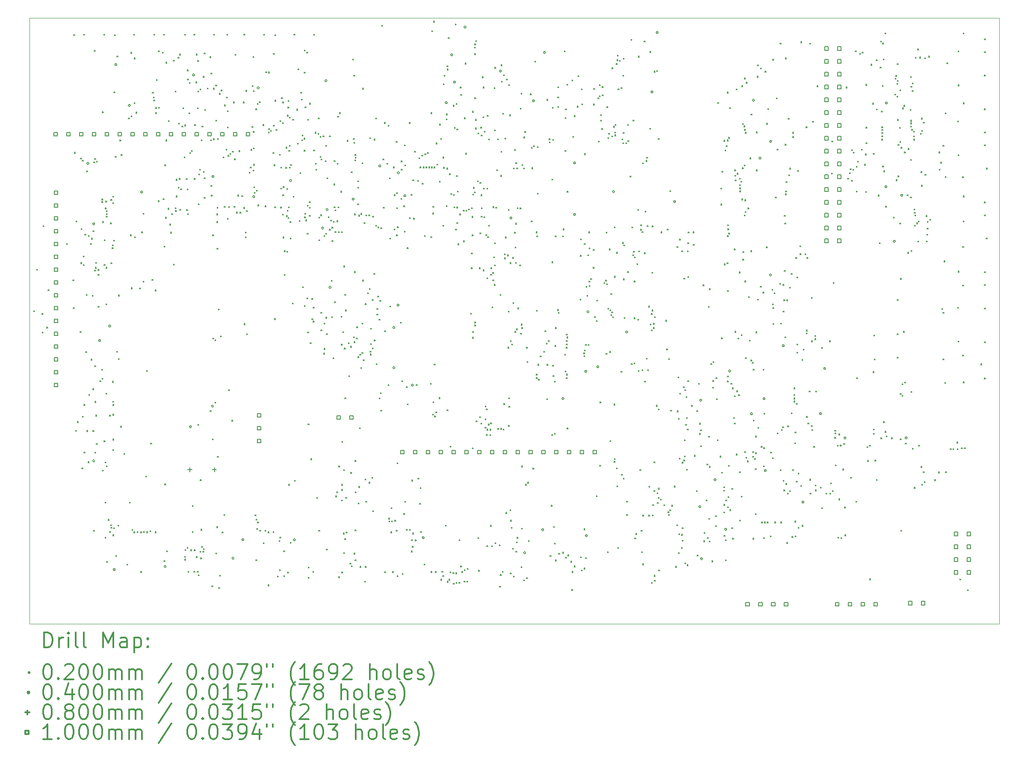
<source format=gbr>
%FSLAX45Y45*%
G04 Gerber Fmt 4.5, Leading zero omitted, Abs format (unit mm)*
G04 Created by KiCad (PCBNEW (5.1.10)-1) date 2021-11-09 21:51:00*
%MOMM*%
%LPD*%
G01*
G04 APERTURE LIST*
%TA.AperFunction,Profile*%
%ADD10C,0.100000*%
%TD*%
%ADD11C,0.200000*%
%ADD12C,0.300000*%
G04 APERTURE END LIST*
D10*
X25700000Y-15000000D02*
X25700000Y-3000000D01*
X6500000Y-15000000D02*
X25700000Y-15000000D01*
X6500000Y-15000000D02*
X6500000Y-3000000D01*
X6500000Y-3000000D02*
X25700000Y-3000000D01*
D11*
X6581410Y-8792920D02*
X6601410Y-8812920D01*
X6601410Y-8792920D02*
X6581410Y-8812920D01*
X6638890Y-7974000D02*
X6658890Y-7994000D01*
X6658890Y-7974000D02*
X6638890Y-7994000D01*
X6744570Y-8850150D02*
X6764570Y-8870150D01*
X6764570Y-8850150D02*
X6744570Y-8870150D01*
X6748830Y-9214870D02*
X6768830Y-9234870D01*
X6768830Y-9214870D02*
X6748830Y-9234870D01*
X6768110Y-7107150D02*
X6788110Y-7127150D01*
X6788110Y-7107150D02*
X6768110Y-7127150D01*
X6836450Y-9119190D02*
X6856450Y-9139190D01*
X6856450Y-9119190D02*
X6836450Y-9139190D01*
X6862100Y-8377910D02*
X6882100Y-8397910D01*
X6882100Y-8377910D02*
X6862100Y-8397910D01*
X7230550Y-7466000D02*
X7250550Y-7486000D01*
X7250550Y-7466000D02*
X7230550Y-7486000D01*
X7353720Y-8185770D02*
X7373720Y-8205770D01*
X7373720Y-8185770D02*
X7353720Y-8205770D01*
X7363720Y-8736000D02*
X7383720Y-8756000D01*
X7383720Y-8736000D02*
X7363720Y-8756000D01*
X7371680Y-3323870D02*
X7391680Y-3343870D01*
X7391680Y-3323870D02*
X7371680Y-3343870D01*
X7384550Y-5655590D02*
X7404550Y-5675590D01*
X7404550Y-5655590D02*
X7384550Y-5675590D01*
X7410410Y-11164290D02*
X7430410Y-11184290D01*
X7430410Y-11164290D02*
X7410410Y-11184290D01*
X7417750Y-7014550D02*
X7437750Y-7034550D01*
X7437750Y-7014550D02*
X7417750Y-7034550D01*
X7443940Y-10990730D02*
X7463940Y-11010730D01*
X7463940Y-10990730D02*
X7443940Y-11010730D01*
X7497600Y-9210510D02*
X7517600Y-9230510D01*
X7517600Y-9210510D02*
X7497600Y-9230510D01*
X7504980Y-5773990D02*
X7524980Y-5793990D01*
X7524980Y-5773990D02*
X7504980Y-5793990D01*
X7509670Y-7842460D02*
X7529670Y-7862460D01*
X7529670Y-7842460D02*
X7509670Y-7862460D01*
X7519470Y-7169020D02*
X7539470Y-7189020D01*
X7539470Y-7169020D02*
X7519470Y-7189020D01*
X7532620Y-11909070D02*
X7552620Y-11929070D01*
X7552620Y-11909070D02*
X7532620Y-11929070D01*
X7541360Y-5812200D02*
X7561360Y-5832200D01*
X7561360Y-5812200D02*
X7541360Y-5832200D01*
X7546390Y-10886630D02*
X7566390Y-10906630D01*
X7566390Y-10886630D02*
X7546390Y-10906630D01*
X7558940Y-7707990D02*
X7578940Y-7727990D01*
X7578940Y-7707990D02*
X7558940Y-7727990D01*
X7562560Y-7880920D02*
X7582560Y-7900920D01*
X7582560Y-7880920D02*
X7562560Y-7900920D01*
X7569830Y-3315920D02*
X7589830Y-3335920D01*
X7589830Y-3315920D02*
X7569830Y-3335920D01*
X7573060Y-11596070D02*
X7593060Y-11616070D01*
X7593060Y-11596070D02*
X7573060Y-11616070D01*
X7573280Y-10652500D02*
X7593280Y-10672500D01*
X7593280Y-10652500D02*
X7573280Y-10672500D01*
X7590810Y-7278580D02*
X7610810Y-7298580D01*
X7610810Y-7278580D02*
X7590810Y-7298580D01*
X7608270Y-9606880D02*
X7628270Y-9626880D01*
X7628270Y-9606880D02*
X7608270Y-9626880D01*
X7620030Y-8472470D02*
X7640030Y-8492470D01*
X7640030Y-8472470D02*
X7620030Y-8492470D01*
X7625670Y-6023450D02*
X7645670Y-6043450D01*
X7645670Y-6023450D02*
X7625670Y-6043450D01*
X7626950Y-11169450D02*
X7646950Y-11189450D01*
X7646950Y-11169450D02*
X7626950Y-11189450D01*
X7654370Y-11785520D02*
X7674370Y-11805520D01*
X7674370Y-11785520D02*
X7654370Y-11805520D01*
X7665160Y-7305150D02*
X7685160Y-7325150D01*
X7685160Y-7305150D02*
X7665160Y-7325150D01*
X7670780Y-10452230D02*
X7690780Y-10472230D01*
X7690780Y-10452230D02*
X7670780Y-10472230D01*
X7700890Y-7466000D02*
X7720890Y-7486000D01*
X7720890Y-7466000D02*
X7700890Y-7486000D01*
X7714880Y-9755980D02*
X7734880Y-9775980D01*
X7734880Y-9755980D02*
X7714880Y-9775980D01*
X7723460Y-7359240D02*
X7743460Y-7379240D01*
X7743460Y-7359240D02*
X7723460Y-7379240D01*
X7736580Y-8490980D02*
X7756580Y-8510980D01*
X7756580Y-8490980D02*
X7736580Y-8510980D01*
X7745660Y-10338530D02*
X7765660Y-10358530D01*
X7765660Y-10338530D02*
X7745660Y-10358530D01*
X7750600Y-7208120D02*
X7770600Y-7228120D01*
X7770600Y-7208120D02*
X7750600Y-7228120D01*
X7751310Y-11169620D02*
X7771310Y-11189620D01*
X7771310Y-11169620D02*
X7751310Y-11189620D01*
X7761660Y-13144840D02*
X7781660Y-13164840D01*
X7781660Y-13144840D02*
X7761660Y-13164840D01*
X7769420Y-5850170D02*
X7789420Y-5870170D01*
X7789420Y-5850170D02*
X7769420Y-5870170D01*
X7777060Y-3639800D02*
X7797060Y-3659800D01*
X7797060Y-3639800D02*
X7777060Y-3659800D01*
X7786220Y-5778110D02*
X7806220Y-5798110D01*
X7806220Y-5778110D02*
X7786220Y-5798110D01*
X7786520Y-7992110D02*
X7806520Y-8012110D01*
X7806520Y-7992110D02*
X7786520Y-8012110D01*
X7787010Y-9887500D02*
X7807010Y-9907500D01*
X7807010Y-9887500D02*
X7787010Y-9907500D01*
X7787340Y-10592270D02*
X7807340Y-10612270D01*
X7807340Y-10592270D02*
X7787340Y-10612270D01*
X7788050Y-11594660D02*
X7808050Y-11614660D01*
X7808050Y-11594660D02*
X7788050Y-11614660D01*
X7800470Y-7933630D02*
X7820470Y-7953630D01*
X7820470Y-7933630D02*
X7800470Y-7953630D01*
X7805790Y-7834900D02*
X7825790Y-7854900D01*
X7825790Y-7834900D02*
X7805790Y-7854900D01*
X7806570Y-10864090D02*
X7826570Y-10884090D01*
X7826570Y-10864090D02*
X7806570Y-10884090D01*
X7818020Y-11424870D02*
X7838020Y-11444870D01*
X7838020Y-11424870D02*
X7818020Y-11444870D01*
X7822800Y-5832750D02*
X7842800Y-5852750D01*
X7842800Y-5832750D02*
X7822800Y-5852750D01*
X7852650Y-8074570D02*
X7872650Y-8094570D01*
X7872650Y-8074570D02*
X7852650Y-8094570D01*
X7853830Y-7976790D02*
X7873830Y-7996790D01*
X7873830Y-7976790D02*
X7853830Y-7996790D01*
X7854840Y-8709120D02*
X7874840Y-8729120D01*
X7874840Y-8709120D02*
X7854840Y-8729120D01*
X7885800Y-10183210D02*
X7905800Y-10203210D01*
X7905800Y-10183210D02*
X7885800Y-10203210D01*
X7926460Y-6631940D02*
X7946460Y-6651940D01*
X7946460Y-6631940D02*
X7926460Y-6651940D01*
X7927610Y-9952500D02*
X7947610Y-9972500D01*
X7947610Y-9952500D02*
X7927610Y-9972500D01*
X7930400Y-6578630D02*
X7950400Y-6598630D01*
X7950400Y-6578630D02*
X7930400Y-6598630D01*
X7935330Y-10133050D02*
X7955330Y-10153050D01*
X7955330Y-10133050D02*
X7935330Y-10153050D01*
X7938350Y-4851920D02*
X7958350Y-4871920D01*
X7958350Y-4851920D02*
X7938350Y-4871920D01*
X7941000Y-7028370D02*
X7961000Y-7048370D01*
X7961000Y-7028370D02*
X7941000Y-7048370D01*
X7943350Y-11954020D02*
X7963350Y-11974020D01*
X7963350Y-11954020D02*
X7943350Y-11974020D01*
X7966130Y-3315410D02*
X7986130Y-3335410D01*
X7986130Y-3315410D02*
X7966130Y-3335410D01*
X7971260Y-7877500D02*
X7991260Y-7897500D01*
X7991260Y-7877500D02*
X7971260Y-7897500D01*
X7972150Y-11370830D02*
X7992150Y-11390830D01*
X7992150Y-11370830D02*
X7972150Y-11390830D01*
X7973970Y-7390360D02*
X7993970Y-7410360D01*
X7993970Y-7390360D02*
X7973970Y-7410360D01*
X7992850Y-13281750D02*
X8012850Y-13301750D01*
X8012850Y-13281750D02*
X7992850Y-13301750D01*
X7994370Y-11788940D02*
X8014370Y-11808940D01*
X8014370Y-11788940D02*
X7994370Y-11808940D01*
X7995160Y-12586590D02*
X8015160Y-12606590D01*
X8015160Y-12586590D02*
X7995160Y-12606590D01*
X7997970Y-6756470D02*
X8017970Y-6776470D01*
X8017970Y-6756470D02*
X7997970Y-6776470D01*
X8006260Y-6621160D02*
X8026260Y-6641160D01*
X8026260Y-6621160D02*
X8006260Y-6641160D01*
X8010660Y-8657960D02*
X8030660Y-8677960D01*
X8030660Y-8657960D02*
X8010660Y-8677960D01*
X8010690Y-7933630D02*
X8030690Y-7953630D01*
X8030690Y-7933630D02*
X8010690Y-7953630D01*
X8012170Y-10429710D02*
X8032170Y-10449710D01*
X8032170Y-10429710D02*
X8012170Y-10449710D01*
X8013940Y-6922130D02*
X8033940Y-6942130D01*
X8033940Y-6922130D02*
X8013940Y-6942130D01*
X8015920Y-6869390D02*
X8035920Y-6889390D01*
X8035920Y-6869390D02*
X8015920Y-6889390D01*
X8016470Y-6810930D02*
X8036470Y-6830930D01*
X8036470Y-6810930D02*
X8016470Y-6830930D01*
X8018090Y-11865360D02*
X8038090Y-11885360D01*
X8038090Y-11865360D02*
X8018090Y-11885360D01*
X8022240Y-13762610D02*
X8042240Y-13782610D01*
X8042240Y-13762610D02*
X8022240Y-13782610D01*
X8051000Y-12930340D02*
X8071000Y-12950340D01*
X8071000Y-12930340D02*
X8051000Y-12950340D01*
X8082120Y-13170340D02*
X8102120Y-13190340D01*
X8102120Y-13170340D02*
X8082120Y-13190340D01*
X8082920Y-10863270D02*
X8102920Y-10883270D01*
X8102920Y-10863270D02*
X8082920Y-10883270D01*
X8098780Y-7054410D02*
X8118780Y-7074410D01*
X8118780Y-7054410D02*
X8098780Y-7074410D01*
X8103010Y-13034590D02*
X8123010Y-13054590D01*
X8123010Y-13034590D02*
X8103010Y-13054590D01*
X8108270Y-7845540D02*
X8128270Y-7865540D01*
X8128270Y-7845540D02*
X8108270Y-7865540D01*
X8108620Y-6586930D02*
X8128620Y-6606930D01*
X8128620Y-6586930D02*
X8108620Y-6606930D01*
X8108840Y-13088200D02*
X8128840Y-13108200D01*
X8128840Y-13088200D02*
X8108840Y-13108200D01*
X8132070Y-7543910D02*
X8152070Y-7563910D01*
X8152070Y-7543910D02*
X8132070Y-7563910D01*
X8136670Y-7491160D02*
X8156670Y-7511160D01*
X8156670Y-7491160D02*
X8136670Y-7511160D01*
X8137230Y-10194190D02*
X8157230Y-10214190D01*
X8157230Y-10194190D02*
X8137230Y-10214190D01*
X8144200Y-6527500D02*
X8164200Y-6547500D01*
X8164200Y-6527500D02*
X8144200Y-6547500D01*
X8145070Y-11547500D02*
X8165070Y-11567500D01*
X8165070Y-11547500D02*
X8145070Y-11567500D01*
X8145460Y-10587500D02*
X8165460Y-10607500D01*
X8165460Y-10587500D02*
X8145460Y-10607500D01*
X8145640Y-11338500D02*
X8165640Y-11358500D01*
X8165640Y-11338500D02*
X8145640Y-11358500D01*
X8145770Y-10652500D02*
X8165770Y-10672500D01*
X8165770Y-10652500D02*
X8145770Y-10672500D01*
X8145820Y-6649940D02*
X8165820Y-6669940D01*
X8165820Y-6649940D02*
X8145820Y-6669940D01*
X8145850Y-10847500D02*
X8165850Y-10867500D01*
X8165850Y-10847500D02*
X8145850Y-10867500D01*
X8147580Y-13234950D02*
X8167580Y-13254950D01*
X8167580Y-13234950D02*
X8147580Y-13254950D01*
X8163170Y-13093750D02*
X8183170Y-13113750D01*
X8183170Y-13093750D02*
X8163170Y-13113750D01*
X8164890Y-7395760D02*
X8184890Y-7415760D01*
X8184890Y-7395760D02*
X8164890Y-7415760D01*
X8167330Y-4460870D02*
X8187330Y-4480870D01*
X8187330Y-4460870D02*
X8167330Y-4480870D01*
X8181950Y-3324450D02*
X8201950Y-3344450D01*
X8201950Y-3324450D02*
X8181950Y-3344450D01*
X8193040Y-5735710D02*
X8213040Y-5755710D01*
X8213040Y-5735710D02*
X8193040Y-5755710D01*
X8205020Y-13647110D02*
X8225020Y-13667110D01*
X8225020Y-13647110D02*
X8205020Y-13667110D01*
X8223650Y-9600240D02*
X8243650Y-9620240D01*
X8243650Y-9600240D02*
X8223650Y-9620240D01*
X8226330Y-3750450D02*
X8246330Y-3770450D01*
X8246330Y-3750450D02*
X8226330Y-3770450D01*
X8244950Y-13046350D02*
X8264950Y-13066350D01*
X8264950Y-13046350D02*
X8244950Y-13066350D01*
X8255260Y-9740580D02*
X8275260Y-9760580D01*
X8275260Y-9740580D02*
X8255260Y-9760580D01*
X8257510Y-8484950D02*
X8277510Y-8504950D01*
X8277510Y-8484950D02*
X8257510Y-8504950D01*
X8284210Y-5411040D02*
X8304210Y-5431040D01*
X8304210Y-5411040D02*
X8284210Y-5431040D01*
X8296460Y-11084500D02*
X8316460Y-11104500D01*
X8316460Y-11084500D02*
X8296460Y-11104500D01*
X8310220Y-5700000D02*
X8330220Y-5720000D01*
X8330220Y-5700000D02*
X8310220Y-5720000D01*
X8364950Y-11624270D02*
X8384950Y-11644270D01*
X8384950Y-11624270D02*
X8364950Y-11644270D01*
X8426780Y-13813860D02*
X8446780Y-13833860D01*
X8446780Y-13813860D02*
X8426780Y-13833860D01*
X8454510Y-4974370D02*
X8474510Y-4994370D01*
X8474510Y-4974370D02*
X8454510Y-4994370D01*
X8474480Y-12586590D02*
X8494480Y-12606590D01*
X8494480Y-12586590D02*
X8474480Y-12606590D01*
X8490150Y-7289800D02*
X8510150Y-7309800D01*
X8510150Y-7289800D02*
X8490150Y-7309800D01*
X8502780Y-3676360D02*
X8522780Y-3696360D01*
X8522780Y-3676360D02*
X8502780Y-3696360D01*
X8509530Y-4935290D02*
X8529530Y-4955290D01*
X8529530Y-4935290D02*
X8509530Y-4955290D01*
X8509690Y-8340190D02*
X8529690Y-8360190D01*
X8529690Y-8340190D02*
X8509690Y-8360190D01*
X8526000Y-13130390D02*
X8546000Y-13150390D01*
X8546000Y-13130390D02*
X8526000Y-13150390D01*
X8560580Y-3315950D02*
X8580580Y-3335950D01*
X8580580Y-3315950D02*
X8560580Y-3335950D01*
X8562090Y-13175120D02*
X8582090Y-13195120D01*
X8582090Y-13175120D02*
X8562090Y-13195120D01*
X8568280Y-3785860D02*
X8588280Y-3805860D01*
X8588280Y-3785860D02*
X8568280Y-3805860D01*
X8569940Y-4672430D02*
X8589940Y-4692430D01*
X8589940Y-4672430D02*
X8569940Y-4692430D01*
X8578960Y-7330730D02*
X8598960Y-7350730D01*
X8598960Y-7330730D02*
X8578960Y-7350730D01*
X8600700Y-4862590D02*
X8620700Y-4882590D01*
X8620700Y-4862590D02*
X8600700Y-4882590D01*
X8629540Y-13173410D02*
X8649540Y-13193410D01*
X8649540Y-13173410D02*
X8629540Y-13193410D01*
X8673680Y-8347020D02*
X8693680Y-8367020D01*
X8693680Y-8347020D02*
X8673680Y-8367020D01*
X8693710Y-13174820D02*
X8713710Y-13194820D01*
X8713710Y-13174820D02*
X8693710Y-13194820D01*
X8693720Y-13963060D02*
X8713720Y-13983060D01*
X8713720Y-13963060D02*
X8693720Y-13983060D01*
X8718430Y-7231670D02*
X8738430Y-7251670D01*
X8738430Y-7231670D02*
X8718430Y-7251670D01*
X8745020Y-8212100D02*
X8765020Y-8232100D01*
X8765020Y-8212100D02*
X8745020Y-8232100D01*
X8748740Y-6863310D02*
X8768740Y-6883310D01*
X8768740Y-6863310D02*
X8748740Y-6883310D01*
X8750170Y-13173910D02*
X8770170Y-13193910D01*
X8770170Y-13173910D02*
X8750170Y-13193910D01*
X8797990Y-12071390D02*
X8817990Y-12091390D01*
X8817990Y-12071390D02*
X8797990Y-12091390D01*
X8811750Y-9979430D02*
X8831750Y-9999430D01*
X8831750Y-9979430D02*
X8811750Y-9999430D01*
X8815620Y-13175120D02*
X8835620Y-13195120D01*
X8835620Y-13175120D02*
X8815620Y-13195120D01*
X8880290Y-13154370D02*
X8900290Y-13174370D01*
X8900290Y-13154370D02*
X8880290Y-13174370D01*
X8895350Y-11417500D02*
X8915350Y-11437500D01*
X8915350Y-11417500D02*
X8895350Y-11437500D01*
X8918770Y-8177900D02*
X8938770Y-8197900D01*
X8938770Y-8177900D02*
X8918770Y-8197900D01*
X8928110Y-4470130D02*
X8948110Y-4490130D01*
X8948110Y-4470130D02*
X8928110Y-4490130D01*
X8951110Y-4561650D02*
X8971110Y-4581650D01*
X8971110Y-4561650D02*
X8951110Y-4581650D01*
X8954870Y-4617880D02*
X8974870Y-4637880D01*
X8974870Y-4617880D02*
X8954870Y-4637880D01*
X8956880Y-3315290D02*
X8976880Y-3335290D01*
X8976880Y-3315290D02*
X8956880Y-3335290D01*
X8981530Y-13174110D02*
X9001530Y-13194110D01*
X9001530Y-13174110D02*
X8981530Y-13194110D01*
X8983910Y-8384610D02*
X9003910Y-8404610D01*
X9003910Y-8384610D02*
X8983910Y-8404610D01*
X8990850Y-4870770D02*
X9010850Y-4890770D01*
X9010850Y-4870770D02*
X8990850Y-4890770D01*
X8994040Y-4767170D02*
X9014040Y-4787170D01*
X9014040Y-4767170D02*
X8994040Y-4787170D01*
X9006430Y-4211770D02*
X9026430Y-4231770D01*
X9026430Y-4211770D02*
X9006430Y-4231770D01*
X9044980Y-6612890D02*
X9064980Y-6632890D01*
X9064980Y-6612890D02*
X9044980Y-6632890D01*
X9046750Y-3648790D02*
X9066750Y-3668790D01*
X9066750Y-3648790D02*
X9046750Y-3668790D01*
X9050140Y-4762350D02*
X9070140Y-4782350D01*
X9070140Y-4762350D02*
X9050140Y-4782350D01*
X9127250Y-3670580D02*
X9147250Y-3690580D01*
X9147250Y-3670580D02*
X9127250Y-3690580D01*
X9141040Y-6578180D02*
X9161040Y-6598180D01*
X9161040Y-6578180D02*
X9141040Y-6598180D01*
X9155030Y-3316290D02*
X9175030Y-3336290D01*
X9175030Y-3316290D02*
X9155030Y-3336290D01*
X9155860Y-13745270D02*
X9175860Y-13765270D01*
X9175860Y-13745270D02*
X9155860Y-13765270D01*
X9160430Y-7516260D02*
X9180430Y-7536260D01*
X9180430Y-7516260D02*
X9160430Y-7536260D01*
X9173010Y-12227500D02*
X9193010Y-12247500D01*
X9193010Y-12227500D02*
X9173010Y-12247500D01*
X9175280Y-5902950D02*
X9195280Y-5922950D01*
X9195280Y-5902950D02*
X9175280Y-5922950D01*
X9188250Y-6944080D02*
X9208250Y-6964080D01*
X9208250Y-6944080D02*
X9188250Y-6964080D01*
X9193870Y-5412120D02*
X9213870Y-5432120D01*
X9213870Y-5412120D02*
X9193870Y-5432120D01*
X9196540Y-3871780D02*
X9216540Y-3891780D01*
X9216540Y-3871780D02*
X9196540Y-3891780D01*
X9212200Y-13551660D02*
X9232200Y-13571660D01*
X9232200Y-13551660D02*
X9212200Y-13571660D01*
X9238390Y-6767210D02*
X9258390Y-6787210D01*
X9258390Y-6767210D02*
X9238390Y-6787210D01*
X9246590Y-5027360D02*
X9266590Y-5047360D01*
X9266590Y-5027360D02*
X9246590Y-5047360D01*
X9272180Y-7079690D02*
X9292180Y-7099690D01*
X9292180Y-7079690D02*
X9272180Y-7099690D01*
X9290900Y-7239600D02*
X9310900Y-7259600D01*
X9310900Y-7239600D02*
X9290900Y-7259600D01*
X9310950Y-6870010D02*
X9330950Y-6890010D01*
X9330950Y-6870010D02*
X9310950Y-6890010D01*
X9343500Y-3830400D02*
X9363500Y-3850400D01*
X9363500Y-3830400D02*
X9343500Y-3850400D01*
X9347800Y-7873070D02*
X9367800Y-7893070D01*
X9367800Y-7873070D02*
X9347800Y-7893070D01*
X9381890Y-6754650D02*
X9401890Y-6774650D01*
X9401890Y-6754650D02*
X9381890Y-6774650D01*
X9383420Y-4444140D02*
X9403420Y-4464140D01*
X9403420Y-4444140D02*
X9383420Y-4464140D01*
X9387060Y-6807390D02*
X9407060Y-6827390D01*
X9407060Y-6807390D02*
X9387060Y-6827390D01*
X9399900Y-6519240D02*
X9419900Y-6539240D01*
X9419900Y-6519240D02*
X9399900Y-6539240D01*
X9400680Y-6189370D02*
X9420680Y-6209370D01*
X9420680Y-6189370D02*
X9400680Y-6209370D01*
X9435390Y-3773600D02*
X9455390Y-3793600D01*
X9455390Y-3773600D02*
X9435390Y-3793600D01*
X9439650Y-6347740D02*
X9459650Y-6367740D01*
X9459650Y-6347740D02*
X9439650Y-6367740D01*
X9450280Y-5075000D02*
X9470280Y-5095000D01*
X9470280Y-5075000D02*
X9450280Y-5095000D01*
X9462030Y-6174300D02*
X9482030Y-6194300D01*
X9482030Y-6174300D02*
X9462030Y-6194300D01*
X9467380Y-3710420D02*
X9487380Y-3730420D01*
X9487380Y-3710420D02*
X9467380Y-3730420D01*
X9471150Y-6789590D02*
X9491150Y-6809590D01*
X9491150Y-6789590D02*
X9471150Y-6809590D01*
X9487800Y-6380620D02*
X9507800Y-6400620D01*
X9507800Y-6380620D02*
X9487800Y-6400620D01*
X9512160Y-5138190D02*
X9532160Y-5158190D01*
X9532160Y-5138190D02*
X9512160Y-5158190D01*
X9534360Y-4771180D02*
X9554360Y-4791180D01*
X9554360Y-4771180D02*
X9534360Y-4791180D01*
X9560220Y-5747560D02*
X9580220Y-5767560D01*
X9580220Y-5747560D02*
X9560220Y-5767560D01*
X9565330Y-3316880D02*
X9585330Y-3336880D01*
X9585330Y-3316880D02*
X9565330Y-3336880D01*
X9569080Y-5114090D02*
X9589080Y-5134090D01*
X9589080Y-5114090D02*
X9569080Y-5134090D01*
X9569440Y-13661410D02*
X9589440Y-13681410D01*
X9589440Y-13661410D02*
X9569440Y-13681410D01*
X9569750Y-13717310D02*
X9589750Y-13737310D01*
X9589750Y-13717310D02*
X9569750Y-13737310D01*
X9575560Y-13529230D02*
X9595560Y-13549230D01*
X9595560Y-13529230D02*
X9575560Y-13549230D01*
X9599000Y-6176040D02*
X9619000Y-6196040D01*
X9619000Y-6176040D02*
X9599000Y-6196040D01*
X9605880Y-6791470D02*
X9625880Y-6811470D01*
X9625880Y-6791470D02*
X9605880Y-6811470D01*
X9616160Y-13482730D02*
X9636160Y-13502730D01*
X9636160Y-13482730D02*
X9616160Y-13502730D01*
X9616750Y-6380020D02*
X9636750Y-6400020D01*
X9636750Y-6380020D02*
X9616750Y-6400020D01*
X9620120Y-4024460D02*
X9640120Y-4044460D01*
X9640120Y-4024460D02*
X9620120Y-4044460D01*
X9624150Y-4204470D02*
X9644150Y-4224470D01*
X9644150Y-4204470D02*
X9624150Y-4224470D01*
X9628960Y-6870010D02*
X9648960Y-6890010D01*
X9648960Y-6870010D02*
X9628960Y-6890010D01*
X9636110Y-13961070D02*
X9656110Y-13981070D01*
X9656110Y-13961070D02*
X9636110Y-13981070D01*
X9653250Y-4872900D02*
X9673250Y-4892900D01*
X9673250Y-4872900D02*
X9653250Y-4892900D01*
X9663380Y-4270730D02*
X9683380Y-4290730D01*
X9683380Y-4270730D02*
X9663380Y-4290730D01*
X9669300Y-5660350D02*
X9689300Y-5680350D01*
X9689300Y-5660350D02*
X9669300Y-5680350D01*
X9685490Y-13530590D02*
X9705490Y-13550590D01*
X9705490Y-13530590D02*
X9685490Y-13550590D01*
X9701500Y-5617450D02*
X9721500Y-5637450D01*
X9721500Y-5617450D02*
X9701500Y-5637450D01*
X9721280Y-13172330D02*
X9741280Y-13192330D01*
X9741280Y-13172330D02*
X9721280Y-13192330D01*
X9721700Y-12657300D02*
X9741700Y-12677300D01*
X9741700Y-12657300D02*
X9721700Y-12677300D01*
X9749410Y-13958910D02*
X9769410Y-13978910D01*
X9769410Y-13958910D02*
X9749410Y-13978910D01*
X9749480Y-3316260D02*
X9769480Y-3336260D01*
X9769480Y-3316260D02*
X9749480Y-3336260D01*
X9757060Y-13530010D02*
X9777060Y-13550010D01*
X9777060Y-13530010D02*
X9757060Y-13550010D01*
X9759030Y-6174280D02*
X9779030Y-6194280D01*
X9779030Y-6174280D02*
X9759030Y-6194280D01*
X9765710Y-5105380D02*
X9785710Y-5125380D01*
X9785710Y-5105380D02*
X9765710Y-5125380D01*
X9785790Y-4260220D02*
X9805790Y-4280220D01*
X9805790Y-4260220D02*
X9785790Y-4280220D01*
X9793950Y-3710420D02*
X9813950Y-3730420D01*
X9813950Y-3710420D02*
X9793950Y-3730420D01*
X9797620Y-13667780D02*
X9817620Y-13687780D01*
X9817620Y-13667780D02*
X9797620Y-13687780D01*
X9816520Y-13959920D02*
X9836520Y-13979920D01*
X9836520Y-13959920D02*
X9816520Y-13979920D01*
X9824450Y-4772910D02*
X9844450Y-4792910D01*
X9844450Y-4772910D02*
X9824450Y-4792910D01*
X9825390Y-3836550D02*
X9845390Y-3856550D01*
X9845390Y-3836550D02*
X9825390Y-3856550D01*
X9828810Y-4443730D02*
X9848810Y-4463730D01*
X9848810Y-4443730D02*
X9828810Y-4463730D01*
X9832660Y-11046900D02*
X9852660Y-11066900D01*
X9852660Y-11046900D02*
X9832660Y-11066900D01*
X9836590Y-14028900D02*
X9856590Y-14048900D01*
X9856590Y-14028900D02*
X9836590Y-14048900D01*
X9839610Y-6679730D02*
X9859610Y-6699730D01*
X9859610Y-6679730D02*
X9839610Y-6699730D01*
X9845400Y-6083200D02*
X9865400Y-6103200D01*
X9865400Y-6083200D02*
X9845400Y-6103200D01*
X9863510Y-5993590D02*
X9883510Y-6013590D01*
X9883510Y-5993590D02*
X9863510Y-6013590D01*
X9873070Y-4402270D02*
X9893070Y-4422270D01*
X9893070Y-4402270D02*
X9873070Y-4422270D01*
X9873720Y-13559900D02*
X9893720Y-13579900D01*
X9893720Y-13559900D02*
X9873720Y-13579900D01*
X9876170Y-12143970D02*
X9896170Y-12163970D01*
X9896170Y-12143970D02*
X9876170Y-12163970D01*
X9885610Y-13690970D02*
X9905610Y-13710970D01*
X9905610Y-13690970D02*
X9885610Y-13710970D01*
X9889030Y-13123360D02*
X9909030Y-13143360D01*
X9909030Y-13123360D02*
X9889030Y-13143360D01*
X9898810Y-5406620D02*
X9918810Y-5426620D01*
X9918810Y-5406620D02*
X9898810Y-5426620D01*
X9903280Y-13467530D02*
X9923280Y-13487530D01*
X9923280Y-13467530D02*
X9903280Y-13487530D01*
X9911680Y-5136660D02*
X9931680Y-5156660D01*
X9931680Y-5136660D02*
X9911680Y-5156660D01*
X9926960Y-13560900D02*
X9946960Y-13580900D01*
X9946960Y-13560900D02*
X9926960Y-13580900D01*
X9934780Y-4151020D02*
X9954780Y-4171020D01*
X9954780Y-4151020D02*
X9934780Y-4171020D01*
X9941420Y-6031960D02*
X9961420Y-6051960D01*
X9961420Y-6031960D02*
X9941420Y-6051960D01*
X9942570Y-13508160D02*
X9962570Y-13528160D01*
X9962570Y-13508160D02*
X9942570Y-13528160D01*
X9951740Y-6162030D02*
X9971740Y-6182030D01*
X9971740Y-6162030D02*
X9951740Y-6182030D01*
X9952380Y-3689340D02*
X9972380Y-3709340D01*
X9972380Y-3689340D02*
X9952380Y-3709340D01*
X9953590Y-6548140D02*
X9973590Y-6568140D01*
X9973590Y-6548140D02*
X9953590Y-6568140D01*
X9965400Y-4804180D02*
X9985400Y-4824180D01*
X9985400Y-4804180D02*
X9965400Y-4824180D01*
X10015280Y-4382310D02*
X10035280Y-4402310D01*
X10035280Y-4382310D02*
X10015280Y-4402310D01*
X10067840Y-3759160D02*
X10087840Y-3779160D01*
X10087840Y-3759160D02*
X10067840Y-3779160D01*
X10071180Y-10773880D02*
X10091180Y-10793880D01*
X10091180Y-10773880D02*
X10071180Y-10793880D01*
X10081940Y-5408570D02*
X10101940Y-5428570D01*
X10101940Y-5408570D02*
X10081940Y-5428570D01*
X10087360Y-4086640D02*
X10107360Y-4106640D01*
X10107360Y-4086640D02*
X10087360Y-4106640D01*
X10089540Y-6314550D02*
X10109540Y-6334550D01*
X10109540Y-6314550D02*
X10089540Y-6334550D01*
X10097520Y-6503030D02*
X10117520Y-6523030D01*
X10117520Y-6503030D02*
X10097520Y-6523030D01*
X10106080Y-14245990D02*
X10126080Y-14265990D01*
X10126080Y-14245990D02*
X10106080Y-14265990D01*
X10116880Y-11335000D02*
X10136880Y-11355000D01*
X10136880Y-11335000D02*
X10116880Y-11355000D01*
X10123390Y-7289800D02*
X10143390Y-7309800D01*
X10143390Y-7289800D02*
X10123390Y-7309800D01*
X10128690Y-9335180D02*
X10148690Y-9355180D01*
X10148690Y-9335180D02*
X10128690Y-9355180D01*
X10134760Y-4387480D02*
X10154760Y-4407480D01*
X10154760Y-4387480D02*
X10134760Y-4407480D01*
X10136550Y-5387400D02*
X10156550Y-5407400D01*
X10156550Y-5387400D02*
X10136550Y-5407400D01*
X10145780Y-3315380D02*
X10165780Y-3335380D01*
X10165780Y-3315380D02*
X10145780Y-3335380D01*
X10168200Y-10607780D02*
X10188200Y-10627780D01*
X10188200Y-10607780D02*
X10168200Y-10627780D01*
X10168910Y-9370600D02*
X10188910Y-9390600D01*
X10188910Y-9370600D02*
X10168910Y-9390600D01*
X10181900Y-4323390D02*
X10201900Y-4343390D01*
X10201900Y-4323390D02*
X10181900Y-4343390D01*
X10183270Y-13592990D02*
X10203270Y-13612990D01*
X10203270Y-13592990D02*
X10183270Y-13612990D01*
X10187660Y-5017440D02*
X10207660Y-5037440D01*
X10207660Y-5017440D02*
X10187660Y-5037440D01*
X10202800Y-13074960D02*
X10222800Y-13094960D01*
X10222800Y-13074960D02*
X10202800Y-13094960D01*
X10204110Y-6875970D02*
X10224110Y-6895970D01*
X10224110Y-6875970D02*
X10204110Y-6895970D01*
X10205320Y-7029470D02*
X10225320Y-7049470D01*
X10225320Y-7029470D02*
X10205320Y-7049470D01*
X10206840Y-7559710D02*
X10226840Y-7579710D01*
X10226840Y-7559710D02*
X10206840Y-7579710D01*
X10213460Y-6743650D02*
X10233460Y-6763650D01*
X10233460Y-6743650D02*
X10213460Y-6763650D01*
X10215100Y-11679900D02*
X10235100Y-11699900D01*
X10235100Y-11679900D02*
X10215100Y-11699900D01*
X10222150Y-5384220D02*
X10242150Y-5404220D01*
X10242150Y-5384220D02*
X10222150Y-5404220D01*
X10239130Y-8758150D02*
X10259130Y-8778150D01*
X10259130Y-8758150D02*
X10239130Y-8778150D01*
X10240700Y-14278850D02*
X10260700Y-14298850D01*
X10260700Y-14278850D02*
X10240700Y-14298850D01*
X10254270Y-4487720D02*
X10274270Y-4507720D01*
X10274270Y-4487720D02*
X10254270Y-4507720D01*
X10261730Y-14035280D02*
X10281730Y-14055280D01*
X10281730Y-14035280D02*
X10261730Y-14055280D01*
X10279800Y-9291110D02*
X10299800Y-9311110D01*
X10299800Y-9291110D02*
X10279800Y-9311110D01*
X10292950Y-4422010D02*
X10312950Y-4442010D01*
X10312950Y-4422010D02*
X10292950Y-4442010D01*
X10309990Y-13177620D02*
X10329990Y-13197620D01*
X10329990Y-13177620D02*
X10309990Y-13197620D01*
X10332250Y-5745810D02*
X10352250Y-5765810D01*
X10352250Y-5745810D02*
X10332250Y-5765810D01*
X10348640Y-12831700D02*
X10368640Y-12851700D01*
X10368640Y-12831700D02*
X10348640Y-12851700D01*
X10351010Y-6727930D02*
X10371010Y-6747930D01*
X10371010Y-6727930D02*
X10351010Y-6747930D01*
X10357280Y-4717560D02*
X10377280Y-4737560D01*
X10377280Y-4717560D02*
X10357280Y-4737560D01*
X10387930Y-5592350D02*
X10407930Y-5612350D01*
X10407930Y-5592350D02*
X10387930Y-5612350D01*
X10400080Y-4560250D02*
X10420080Y-4580250D01*
X10420080Y-4560250D02*
X10400080Y-4580250D01*
X10406450Y-3316590D02*
X10426450Y-3336590D01*
X10426450Y-3316590D02*
X10406450Y-3336590D01*
X10413170Y-6964300D02*
X10433170Y-6984300D01*
X10433170Y-6964300D02*
X10413170Y-6984300D01*
X10413390Y-4832060D02*
X10433390Y-4852060D01*
X10433390Y-4832060D02*
X10413390Y-4852060D01*
X10415410Y-5155190D02*
X10435410Y-5175190D01*
X10435410Y-5155190D02*
X10415410Y-5175190D01*
X10427980Y-5716630D02*
X10447980Y-5736630D01*
X10447980Y-5716630D02*
X10427980Y-5736630D01*
X10436510Y-10358140D02*
X10456510Y-10378140D01*
X10456510Y-10358140D02*
X10436510Y-10378140D01*
X10440350Y-6727210D02*
X10460350Y-6747210D01*
X10460350Y-6727210D02*
X10440350Y-6747210D01*
X10464200Y-5677540D02*
X10484200Y-5697540D01*
X10484200Y-5677540D02*
X10464200Y-5697540D01*
X10503190Y-10964980D02*
X10523190Y-10984980D01*
X10523190Y-10964980D02*
X10503190Y-10984980D01*
X10513090Y-5635300D02*
X10533090Y-5655300D01*
X10533090Y-5635300D02*
X10513090Y-5655300D01*
X10530930Y-4658410D02*
X10550930Y-4678410D01*
X10550930Y-4658410D02*
X10530930Y-4678410D01*
X10546480Y-6727430D02*
X10566480Y-6747430D01*
X10566480Y-6727430D02*
X10546480Y-6747430D01*
X10553360Y-5783740D02*
X10573360Y-5803740D01*
X10573360Y-5783740D02*
X10553360Y-5803740D01*
X10564570Y-3712370D02*
X10584570Y-3732370D01*
X10584570Y-3712370D02*
X10564570Y-3732370D01*
X10589810Y-6841210D02*
X10609810Y-6861210D01*
X10609810Y-6841210D02*
X10589810Y-6861210D01*
X10618880Y-6502960D02*
X10638880Y-6522960D01*
X10638880Y-6502960D02*
X10618880Y-6522960D01*
X10645770Y-5621770D02*
X10665770Y-5641770D01*
X10665770Y-5621770D02*
X10645770Y-5641770D01*
X10664880Y-6842370D02*
X10684880Y-6862370D01*
X10684880Y-6842370D02*
X10664880Y-6862370D01*
X10697050Y-6516780D02*
X10717050Y-6536780D01*
X10717050Y-6516780D02*
X10697050Y-6536780D01*
X10726020Y-4658410D02*
X10746020Y-4678410D01*
X10746020Y-4658410D02*
X10726020Y-4678410D01*
X10734920Y-6747940D02*
X10754920Y-6767940D01*
X10754920Y-6747940D02*
X10734920Y-6767940D01*
X10740230Y-3315560D02*
X10760230Y-3335560D01*
X10760230Y-3315560D02*
X10740230Y-3335560D01*
X10747400Y-9052520D02*
X10767400Y-9072520D01*
X10767400Y-9052520D02*
X10747400Y-9072520D01*
X10771230Y-7237180D02*
X10791230Y-7257180D01*
X10791230Y-7237180D02*
X10771230Y-7257180D01*
X10771690Y-7330730D02*
X10791690Y-7350730D01*
X10791690Y-7330730D02*
X10771690Y-7350730D01*
X10779010Y-4428540D02*
X10799010Y-4448540D01*
X10799010Y-4428540D02*
X10779010Y-4448540D01*
X10789840Y-6813450D02*
X10809840Y-6833450D01*
X10809840Y-6813450D02*
X10789840Y-6833450D01*
X10793560Y-9249790D02*
X10813560Y-9269790D01*
X10813560Y-9249790D02*
X10793560Y-9269790D01*
X10846630Y-6050200D02*
X10866630Y-6070200D01*
X10866630Y-6050200D02*
X10846630Y-6070200D01*
X10867130Y-5951640D02*
X10887130Y-5971640D01*
X10887130Y-5951640D02*
X10867130Y-5971640D01*
X10882120Y-5596600D02*
X10902120Y-5616600D01*
X10902120Y-5596600D02*
X10882120Y-5616600D01*
X10901690Y-5146820D02*
X10921690Y-5166820D01*
X10921690Y-5146820D02*
X10901690Y-5166820D01*
X10907840Y-4333680D02*
X10927840Y-4353680D01*
X10927840Y-4333680D02*
X10907840Y-4353680D01*
X10921930Y-6009340D02*
X10941930Y-6029340D01*
X10941930Y-6009340D02*
X10921930Y-6029340D01*
X10923680Y-3758140D02*
X10943680Y-3778140D01*
X10943680Y-3758140D02*
X10923680Y-3778140D01*
X10928020Y-5242760D02*
X10948020Y-5262760D01*
X10948020Y-5242760D02*
X10928020Y-5262760D01*
X10929240Y-4432700D02*
X10949240Y-4452700D01*
X10949240Y-4432700D02*
X10929240Y-4452700D01*
X10929720Y-5569480D02*
X10949720Y-5589480D01*
X10949720Y-5569480D02*
X10929720Y-5589480D01*
X10931320Y-5895620D02*
X10951320Y-5915620D01*
X10951320Y-5895620D02*
X10931320Y-5915620D01*
X10939460Y-6338570D02*
X10959460Y-6358570D01*
X10959460Y-6338570D02*
X10939460Y-6358570D01*
X10947290Y-6446530D02*
X10967290Y-6466530D01*
X10967290Y-6446530D02*
X10947290Y-6466530D01*
X10960650Y-12842070D02*
X10980650Y-12862070D01*
X10980650Y-12842070D02*
X10960650Y-12862070D01*
X10977090Y-4792970D02*
X10997090Y-4812970D01*
X10997090Y-4792970D02*
X10977090Y-4812970D01*
X10978670Y-13729630D02*
X10998670Y-13749630D01*
X10998670Y-13729630D02*
X10978670Y-13749630D01*
X10983820Y-12927690D02*
X11003820Y-12947690D01*
X11003820Y-12927690D02*
X10983820Y-12947690D01*
X10992670Y-6405050D02*
X11012670Y-6425050D01*
X11012670Y-6405050D02*
X10992670Y-6425050D01*
X10993250Y-13111000D02*
X11013250Y-13131000D01*
X11013250Y-13111000D02*
X10993250Y-13131000D01*
X11009650Y-4689370D02*
X11029650Y-4709370D01*
X11029650Y-4689370D02*
X11009650Y-4709370D01*
X11011650Y-12979970D02*
X11031650Y-12999970D01*
X11031650Y-12979970D02*
X11011650Y-12999970D01*
X11013920Y-6697290D02*
X11033920Y-6717290D01*
X11033920Y-6697290D02*
X11013920Y-6717290D01*
X11046650Y-4651770D02*
X11066650Y-4671770D01*
X11066650Y-4651770D02*
X11046650Y-4671770D01*
X11052440Y-13145070D02*
X11072440Y-13165070D01*
X11072440Y-13145070D02*
X11052440Y-13165070D01*
X11119330Y-5105910D02*
X11139330Y-5125910D01*
X11139330Y-5105910D02*
X11119330Y-5125910D01*
X11125340Y-13389570D02*
X11145340Y-13409570D01*
X11145340Y-13389570D02*
X11125340Y-13409570D01*
X11136530Y-3316700D02*
X11156530Y-3336700D01*
X11156530Y-3316700D02*
X11136530Y-3336700D01*
X11160490Y-13143210D02*
X11180490Y-13163210D01*
X11180490Y-13143210D02*
X11160490Y-13163210D01*
X11162130Y-6714240D02*
X11182130Y-6734240D01*
X11182130Y-6714240D02*
X11162130Y-6734240D01*
X11171500Y-4061000D02*
X11191500Y-4081000D01*
X11191500Y-4061000D02*
X11171500Y-4081000D01*
X11218090Y-13174800D02*
X11238090Y-13194800D01*
X11238090Y-13174800D02*
X11218090Y-13194800D01*
X11220650Y-14224230D02*
X11240650Y-14244230D01*
X11240650Y-14224230D02*
X11220650Y-14244230D01*
X11225360Y-4066810D02*
X11245360Y-4086810D01*
X11245360Y-4066810D02*
X11225360Y-4086810D01*
X11229840Y-5254870D02*
X11249840Y-5274870D01*
X11249840Y-5254870D02*
X11229840Y-5274870D01*
X11230580Y-5189210D02*
X11250580Y-5209210D01*
X11250580Y-5189210D02*
X11230580Y-5209210D01*
X11271960Y-5222410D02*
X11291960Y-5242410D01*
X11291960Y-5222410D02*
X11271960Y-5242410D01*
X11315290Y-5663630D02*
X11335290Y-5683630D01*
X11335290Y-5663630D02*
X11315290Y-5683630D01*
X11319800Y-13173820D02*
X11339800Y-13193820D01*
X11339800Y-13173820D02*
X11319800Y-13193820D01*
X11325480Y-3694900D02*
X11345480Y-3714900D01*
X11345480Y-3694900D02*
X11325480Y-3714900D01*
X11325690Y-5120590D02*
X11345690Y-5140590D01*
X11345690Y-5120590D02*
X11325690Y-5140590D01*
X11336660Y-5901620D02*
X11356660Y-5921620D01*
X11356660Y-5901620D02*
X11336660Y-5921620D01*
X11344510Y-8951650D02*
X11364510Y-8971650D01*
X11364510Y-8951650D02*
X11344510Y-8971650D01*
X11350710Y-6738390D02*
X11370710Y-6758390D01*
X11370710Y-6738390D02*
X11350710Y-6758390D01*
X11352270Y-3324770D02*
X11372270Y-3344770D01*
X11372270Y-3324770D02*
X11352270Y-3344770D01*
X11355770Y-4624770D02*
X11375770Y-4644770D01*
X11375770Y-4624770D02*
X11355770Y-4644770D01*
X11375560Y-5204360D02*
X11395560Y-5224360D01*
X11395560Y-5204360D02*
X11375560Y-5224360D01*
X11407610Y-14051140D02*
X11427610Y-14071140D01*
X11427610Y-14051140D02*
X11407610Y-14071140D01*
X11438050Y-13348870D02*
X11458050Y-13368870D01*
X11458050Y-13348870D02*
X11438050Y-13368870D01*
X11446390Y-13922100D02*
X11466390Y-13942100D01*
X11466390Y-13922100D02*
X11446390Y-13942100D01*
X11450050Y-5694430D02*
X11470050Y-5714430D01*
X11470050Y-5694430D02*
X11450050Y-5714430D01*
X11450950Y-13280300D02*
X11470950Y-13300300D01*
X11470950Y-13280300D02*
X11450950Y-13300300D01*
X11454870Y-5026200D02*
X11474870Y-5046200D01*
X11474870Y-5026200D02*
X11454870Y-5046200D01*
X11467850Y-6742330D02*
X11487850Y-6762330D01*
X11487850Y-6742330D02*
X11467850Y-6762330D01*
X11470590Y-6361960D02*
X11490590Y-6381960D01*
X11490590Y-6361960D02*
X11470590Y-6381960D01*
X11475220Y-5950750D02*
X11495220Y-5970750D01*
X11495220Y-5950750D02*
X11475220Y-5970750D01*
X11485220Y-4571810D02*
X11505220Y-4591810D01*
X11505220Y-4571810D02*
X11485220Y-4591810D01*
X11505090Y-6879810D02*
X11525090Y-6899810D01*
X11525090Y-6879810D02*
X11505090Y-6899810D01*
X11506250Y-5065960D02*
X11526250Y-5085960D01*
X11526250Y-5065960D02*
X11506250Y-5085960D01*
X11507600Y-4657730D02*
X11527600Y-4677730D01*
X11527600Y-4657730D02*
X11507600Y-4677730D01*
X11511150Y-6495880D02*
X11531150Y-6515880D01*
X11531150Y-6495880D02*
X11511150Y-6515880D01*
X11513120Y-7334890D02*
X11533120Y-7354890D01*
X11533120Y-7334890D02*
X11513120Y-7354890D01*
X11518240Y-6333070D02*
X11538240Y-6353070D01*
X11538240Y-6333070D02*
X11518240Y-6353070D01*
X11528780Y-13550090D02*
X11548780Y-13570090D01*
X11548780Y-13550090D02*
X11528780Y-13570090D01*
X11532830Y-14045400D02*
X11552830Y-14065400D01*
X11552830Y-14045400D02*
X11532830Y-14065400D01*
X11538370Y-7605300D02*
X11558370Y-7625300D01*
X11558370Y-7605300D02*
X11538370Y-7625300D01*
X11539530Y-8072500D02*
X11559530Y-8092500D01*
X11559530Y-8072500D02*
X11539530Y-8092500D01*
X11569710Y-5953950D02*
X11589710Y-5973950D01*
X11589710Y-5953950D02*
X11569710Y-5973950D01*
X11573150Y-5556070D02*
X11593150Y-5576070D01*
X11593150Y-5556070D02*
X11573150Y-5576070D01*
X11583260Y-6908820D02*
X11603260Y-6928820D01*
X11603260Y-6908820D02*
X11583260Y-6928820D01*
X11591340Y-6375080D02*
X11611340Y-6395080D01*
X11611340Y-6375080D02*
X11591340Y-6395080D01*
X11592420Y-7617220D02*
X11612420Y-7637220D01*
X11612420Y-7617220D02*
X11592420Y-7637220D01*
X11599070Y-6805880D02*
X11619070Y-6825880D01*
X11619070Y-6805880D02*
X11599070Y-6825880D01*
X11601140Y-4921300D02*
X11621140Y-4941300D01*
X11621140Y-4921300D02*
X11601140Y-4941300D01*
X11602800Y-13972970D02*
X11622800Y-13992970D01*
X11622800Y-13972970D02*
X11602800Y-13992970D01*
X11611960Y-4759450D02*
X11631960Y-4779450D01*
X11631960Y-4759450D02*
X11611960Y-4779450D01*
X11616550Y-4626890D02*
X11636550Y-4646890D01*
X11636550Y-4626890D02*
X11616550Y-4646890D01*
X11618940Y-6949260D02*
X11638940Y-6969260D01*
X11638940Y-6949260D02*
X11618940Y-6969260D01*
X11624500Y-6736820D02*
X11644500Y-6756820D01*
X11644500Y-6736820D02*
X11624500Y-6756820D01*
X11627100Y-12236500D02*
X11647100Y-12256500D01*
X11647100Y-12236500D02*
X11627100Y-12256500D01*
X11628720Y-5620580D02*
X11648720Y-5640580D01*
X11648720Y-5620580D02*
X11628720Y-5640580D01*
X11639880Y-5514760D02*
X11659880Y-5534760D01*
X11659880Y-5514760D02*
X11639880Y-5534760D01*
X11640510Y-5950360D02*
X11660510Y-5970360D01*
X11660510Y-5950360D02*
X11640510Y-5970360D01*
X11641470Y-4960380D02*
X11661470Y-4980380D01*
X11661470Y-4960380D02*
X11641470Y-4980380D01*
X11655140Y-7029470D02*
X11675140Y-7049470D01*
X11675140Y-7029470D02*
X11655140Y-7049470D01*
X11656660Y-7357260D02*
X11676660Y-7377260D01*
X11676660Y-7357260D02*
X11656660Y-7377260D01*
X11660580Y-13381750D02*
X11680580Y-13401750D01*
X11680580Y-13381750D02*
X11660580Y-13401750D01*
X11662770Y-5898030D02*
X11682770Y-5918030D01*
X11682770Y-5898030D02*
X11662770Y-5918030D01*
X11700000Y-8640000D02*
X11720000Y-8660000D01*
X11720000Y-8640000D02*
X11700000Y-8660000D01*
X11705990Y-5001990D02*
X11725990Y-5021990D01*
X11725990Y-5001990D02*
X11705990Y-5021990D01*
X11717000Y-6523280D02*
X11737000Y-6543280D01*
X11737000Y-6523280D02*
X11717000Y-6543280D01*
X11732450Y-3316680D02*
X11752450Y-3336680D01*
X11752450Y-3316680D02*
X11732450Y-3336680D01*
X11743890Y-12155680D02*
X11763890Y-12175680D01*
X11763890Y-12155680D02*
X11743890Y-12175680D01*
X11787120Y-4803260D02*
X11807120Y-4823260D01*
X11807120Y-4803260D02*
X11787120Y-4823260D01*
X11801090Y-5474010D02*
X11821090Y-5494010D01*
X11821090Y-5474010D02*
X11801090Y-5494010D01*
X11810570Y-4003580D02*
X11830570Y-4023580D01*
X11830570Y-4003580D02*
X11810570Y-4023580D01*
X11834310Y-7010090D02*
X11854310Y-7030090D01*
X11854310Y-7010090D02*
X11834310Y-7030090D01*
X11851650Y-6057750D02*
X11871650Y-6077750D01*
X11871650Y-6057750D02*
X11851650Y-6077750D01*
X11866690Y-4469150D02*
X11886690Y-4489150D01*
X11886690Y-4469150D02*
X11866690Y-4489150D01*
X11877430Y-4603730D02*
X11897430Y-4623730D01*
X11897430Y-4603730D02*
X11877430Y-4623730D01*
X11886030Y-5409620D02*
X11906030Y-5429620D01*
X11906030Y-5409620D02*
X11886030Y-5429620D01*
X11897530Y-5316560D02*
X11917530Y-5336560D01*
X11917530Y-5316560D02*
X11897530Y-5336560D01*
X11904700Y-8318520D02*
X11924700Y-8338520D01*
X11924700Y-8318520D02*
X11904700Y-8338520D01*
X11928840Y-5377840D02*
X11948840Y-5397840D01*
X11948840Y-5377840D02*
X11928840Y-5397840D01*
X11932810Y-4067140D02*
X11952810Y-4087140D01*
X11952810Y-4067140D02*
X11932810Y-4087140D01*
X11934790Y-5614940D02*
X11954790Y-5634940D01*
X11954790Y-5614940D02*
X11934790Y-5634940D01*
X11940000Y-8690000D02*
X11960000Y-8710000D01*
X11960000Y-8690000D02*
X11940000Y-8710000D01*
X11940410Y-3626840D02*
X11960410Y-3646840D01*
X11960410Y-3626840D02*
X11940410Y-3646840D01*
X11942280Y-6934850D02*
X11962280Y-6954850D01*
X11962280Y-6934850D02*
X11942280Y-6954850D01*
X11949540Y-6864910D02*
X11969540Y-6884910D01*
X11969540Y-6864910D02*
X11949540Y-6884910D01*
X11950940Y-4756640D02*
X11970940Y-4776640D01*
X11970940Y-4756640D02*
X11950940Y-4776640D01*
X11963340Y-6996210D02*
X11983340Y-7016210D01*
X11983340Y-6996210D02*
X11963340Y-7016210D01*
X11984760Y-3671360D02*
X12004760Y-3691360D01*
X12004760Y-3671360D02*
X11984760Y-3691360D01*
X11991860Y-8537540D02*
X12011860Y-8557540D01*
X12011860Y-8537540D02*
X11991860Y-8557540D01*
X11994190Y-7260910D02*
X12014190Y-7280910D01*
X12014190Y-7260910D02*
X11994190Y-7280910D01*
X11997170Y-6700270D02*
X12017170Y-6720270D01*
X12017170Y-6700270D02*
X11997170Y-6720270D01*
X12003120Y-9219410D02*
X12023120Y-9239410D01*
X12023120Y-9219410D02*
X12003120Y-9239410D01*
X12004880Y-5002700D02*
X12024880Y-5022700D01*
X12024880Y-5002700D02*
X12004880Y-5022700D01*
X12010920Y-11034980D02*
X12030920Y-11054980D01*
X12030920Y-11034980D02*
X12010920Y-11054980D01*
X12013270Y-13876060D02*
X12033270Y-13896060D01*
X12033270Y-13876060D02*
X12013270Y-13896060D01*
X12014930Y-14075820D02*
X12034930Y-14095820D01*
X12034930Y-14075820D02*
X12014930Y-14095820D01*
X12034400Y-6637500D02*
X12054400Y-6657500D01*
X12054400Y-6637500D02*
X12034400Y-6657500D01*
X12035990Y-6907560D02*
X12055990Y-6927560D01*
X12055990Y-6907560D02*
X12035990Y-6927560D01*
X12039160Y-4682400D02*
X12059160Y-4702400D01*
X12059160Y-4682400D02*
X12039160Y-4702400D01*
X12040420Y-6745210D02*
X12060420Y-6765210D01*
X12060420Y-6745210D02*
X12040420Y-6765210D01*
X12052980Y-9426330D02*
X12072980Y-9446330D01*
X12072980Y-9426330D02*
X12052980Y-9446330D01*
X12066950Y-11727710D02*
X12086950Y-11747710D01*
X12086950Y-11727710D02*
X12066950Y-11747710D01*
X12085580Y-8954230D02*
X12105580Y-8974230D01*
X12105580Y-8954230D02*
X12085580Y-8974230D01*
X12087530Y-8551480D02*
X12107530Y-8571480D01*
X12107530Y-8551480D02*
X12087530Y-8571480D01*
X12107930Y-13961200D02*
X12127930Y-13981200D01*
X12127930Y-13961200D02*
X12107930Y-13981200D01*
X12111520Y-8724220D02*
X12131520Y-8744220D01*
X12131520Y-8724220D02*
X12111520Y-8744220D01*
X12111900Y-9002510D02*
X12131900Y-9022510D01*
X12131900Y-9002510D02*
X12111900Y-9022510D01*
X12120250Y-5611960D02*
X12140250Y-5631960D01*
X12140250Y-5611960D02*
X12120250Y-5631960D01*
X12125500Y-3316790D02*
X12145500Y-3336790D01*
X12145500Y-3316790D02*
X12125500Y-3336790D01*
X12149160Y-5258210D02*
X12169160Y-5278210D01*
X12169160Y-5258210D02*
X12149160Y-5278210D01*
X12159680Y-5871340D02*
X12179680Y-5891340D01*
X12179680Y-5871340D02*
X12159680Y-5891340D01*
X12165510Y-5993250D02*
X12185510Y-6013250D01*
X12185510Y-5993250D02*
X12165510Y-6013250D01*
X12183460Y-12493590D02*
X12203460Y-12513590D01*
X12203460Y-12493590D02*
X12183460Y-12513590D01*
X12209250Y-5277620D02*
X12229250Y-5297620D01*
X12229250Y-5277620D02*
X12209250Y-5297620D01*
X12214200Y-4978060D02*
X12234200Y-4998060D01*
X12234200Y-4978060D02*
X12214200Y-4998060D01*
X12222970Y-13144900D02*
X12242970Y-13164900D01*
X12242970Y-13144900D02*
X12222970Y-13164900D01*
X12228880Y-7388500D02*
X12248880Y-7408500D01*
X12248880Y-7388500D02*
X12228880Y-7408500D01*
X12229100Y-6938370D02*
X12249100Y-6958370D01*
X12249100Y-6938370D02*
X12229100Y-6958370D01*
X12253520Y-5339030D02*
X12273520Y-5359030D01*
X12273520Y-5339030D02*
X12253520Y-5359030D01*
X12254230Y-5736060D02*
X12274230Y-5756060D01*
X12274230Y-5736060D02*
X12254230Y-5756060D01*
X12259860Y-6894050D02*
X12279860Y-6914050D01*
X12279860Y-6894050D02*
X12259860Y-6914050D01*
X12263040Y-9173520D02*
X12283040Y-9193520D01*
X12283040Y-9173520D02*
X12263040Y-9193520D01*
X12264446Y-8830001D02*
X12284446Y-8850001D01*
X12284446Y-8830001D02*
X12264446Y-8850001D01*
X12267690Y-5788800D02*
X12287690Y-5808800D01*
X12287690Y-5788800D02*
X12267690Y-5808800D01*
X12306570Y-5331290D02*
X12326570Y-5351290D01*
X12326570Y-5331290D02*
X12306570Y-5351290D01*
X12318600Y-9637020D02*
X12338600Y-9657020D01*
X12338600Y-9637020D02*
X12318600Y-9657020D01*
X12328760Y-9544350D02*
X12348760Y-9564350D01*
X12348760Y-9544350D02*
X12328760Y-9564350D01*
X12329470Y-7305120D02*
X12349470Y-7325120D01*
X12349470Y-7305120D02*
X12329470Y-7325120D01*
X12329880Y-9041600D02*
X12349880Y-9061600D01*
X12349880Y-9041600D02*
X12329880Y-9061600D01*
X12351700Y-5821500D02*
X12371700Y-5841500D01*
X12371700Y-5821500D02*
X12351700Y-5841500D01*
X12361080Y-7262140D02*
X12381080Y-7282140D01*
X12381080Y-7262140D02*
X12361080Y-7282140D01*
X12362670Y-5518400D02*
X12382670Y-5538400D01*
X12382670Y-5518400D02*
X12362670Y-5538400D01*
X12362870Y-8925630D02*
X12382870Y-8945630D01*
X12382870Y-8925630D02*
X12362870Y-8945630D01*
X12374210Y-13516110D02*
X12394210Y-13536110D01*
X12394210Y-13516110D02*
X12374210Y-13536110D01*
X12375380Y-9253100D02*
X12395380Y-9273100D01*
X12395380Y-9253100D02*
X12375380Y-9273100D01*
X12389000Y-6161680D02*
X12409000Y-6181680D01*
X12409000Y-6161680D02*
X12389000Y-6181680D01*
X12415370Y-6933130D02*
X12435370Y-6953130D01*
X12435370Y-6933130D02*
X12415370Y-6953130D01*
X12432750Y-7181430D02*
X12452750Y-7201430D01*
X12452750Y-7181430D02*
X12432750Y-7201430D01*
X12435350Y-5330010D02*
X12455350Y-5350010D01*
X12455350Y-5330010D02*
X12435350Y-5350010D01*
X12460300Y-6998740D02*
X12480300Y-7018740D01*
X12480300Y-6998740D02*
X12460300Y-7018740D01*
X12472513Y-8192723D02*
X12492513Y-8212723D01*
X12492513Y-8192723D02*
X12472513Y-8212723D01*
X12480000Y-8910000D02*
X12500000Y-8930000D01*
X12500000Y-8910000D02*
X12480000Y-8930000D01*
X12483870Y-7405140D02*
X12503870Y-7425140D01*
X12503870Y-7405140D02*
X12483870Y-7425140D01*
X12485790Y-7137430D02*
X12505790Y-7157430D01*
X12505790Y-7137430D02*
X12485790Y-7157430D01*
X12508350Y-9722930D02*
X12528350Y-9742930D01*
X12528350Y-9722930D02*
X12508350Y-9742930D01*
X12513040Y-7024170D02*
X12533040Y-7044170D01*
X12533040Y-7024170D02*
X12513040Y-7044170D01*
X12523580Y-6284330D02*
X12543580Y-6304330D01*
X12543580Y-6284330D02*
X12523580Y-6304330D01*
X12525890Y-6737070D02*
X12545890Y-6757070D01*
X12545890Y-6737070D02*
X12525890Y-6757070D01*
X12526030Y-5824660D02*
X12546030Y-5844660D01*
X12546030Y-5824660D02*
X12526030Y-5844660D01*
X12534860Y-8614060D02*
X12554860Y-8634060D01*
X12554860Y-8614060D02*
X12534860Y-8634060D01*
X12545010Y-7226440D02*
X12565010Y-7246440D01*
X12565010Y-7226440D02*
X12545010Y-7246440D01*
X12546160Y-6795940D02*
X12566160Y-6815940D01*
X12566160Y-6795940D02*
X12546160Y-6815940D01*
X12556050Y-12464740D02*
X12576050Y-12484740D01*
X12576050Y-12464740D02*
X12556050Y-12484740D01*
X12578690Y-12384760D02*
X12598690Y-12404760D01*
X12598690Y-12384760D02*
X12578690Y-12404760D01*
X12583600Y-7012770D02*
X12603600Y-7032770D01*
X12603600Y-7012770D02*
X12583600Y-7032770D01*
X12592380Y-5871370D02*
X12612380Y-5891370D01*
X12612380Y-5871370D02*
X12592380Y-5891370D01*
X12595170Y-4938980D02*
X12615170Y-4958980D01*
X12615170Y-4938980D02*
X12595170Y-4958980D01*
X12606120Y-6737930D02*
X12626120Y-6757930D01*
X12626120Y-6737930D02*
X12606120Y-6757930D01*
X12613210Y-14065980D02*
X12633210Y-14085980D01*
X12633210Y-14065980D02*
X12613210Y-14085980D01*
X12617360Y-7225790D02*
X12637360Y-7245790D01*
X12637360Y-7225790D02*
X12617360Y-7245790D01*
X12618970Y-11873080D02*
X12638970Y-11893080D01*
X12638970Y-11873080D02*
X12618970Y-11893080D01*
X12635300Y-4869050D02*
X12655300Y-4889050D01*
X12655300Y-4869050D02*
X12635300Y-4889050D01*
X12657660Y-6428100D02*
X12677660Y-6448100D01*
X12677660Y-6428100D02*
X12657660Y-6448100D01*
X12665001Y-8905161D02*
X12685001Y-8925161D01*
X12685001Y-8905161D02*
X12665001Y-8925161D01*
X12670000Y-9460000D02*
X12690000Y-9480000D01*
X12690000Y-9460000D02*
X12670000Y-9480000D01*
X12676090Y-7225850D02*
X12696090Y-7245850D01*
X12696090Y-7225850D02*
X12676090Y-7245850D01*
X12676160Y-12235350D02*
X12696160Y-12255350D01*
X12696160Y-12235350D02*
X12676160Y-12255350D01*
X12676160Y-12336650D02*
X12696160Y-12356650D01*
X12696160Y-12336650D02*
X12676160Y-12356650D01*
X12676160Y-12547270D02*
X12696160Y-12567270D01*
X12696160Y-12547270D02*
X12676160Y-12567270D01*
X12680260Y-13970420D02*
X12700260Y-13990420D01*
X12700260Y-13970420D02*
X12680260Y-13990420D01*
X12681130Y-11383880D02*
X12701130Y-11403880D01*
X12701130Y-11383880D02*
X12681130Y-11403880D01*
X12701530Y-9207220D02*
X12721530Y-9227220D01*
X12721530Y-9207220D02*
X12701530Y-9227220D01*
X12709240Y-13199950D02*
X12729240Y-13219950D01*
X12729240Y-13199950D02*
X12709240Y-13219950D01*
X12715610Y-11945720D02*
X12735610Y-11965720D01*
X12735610Y-11945720D02*
X12715610Y-11965720D01*
X12715650Y-7907950D02*
X12735650Y-7927950D01*
X12735650Y-7907950D02*
X12715650Y-7927950D01*
X12715870Y-13587820D02*
X12735870Y-13607820D01*
X12735870Y-13587820D02*
X12715870Y-13607820D01*
X12729983Y-9533842D02*
X12749983Y-9553842D01*
X12749983Y-9533842D02*
X12729983Y-9553842D01*
X12738170Y-13311130D02*
X12758170Y-13331130D01*
X12758170Y-13311130D02*
X12738170Y-13331130D01*
X12740000Y-8470000D02*
X12760000Y-8490000D01*
X12760000Y-8470000D02*
X12740000Y-8490000D01*
X12740050Y-10520050D02*
X12760050Y-10540050D01*
X12760050Y-10520050D02*
X12740050Y-10540050D01*
X12750000Y-8780000D02*
X12770000Y-8800000D01*
X12770000Y-8780000D02*
X12750000Y-8800000D01*
X12754710Y-12492550D02*
X12774710Y-12512550D01*
X12774710Y-12492550D02*
X12754710Y-12512550D01*
X12763110Y-13180060D02*
X12783110Y-13200060D01*
X12783110Y-13180060D02*
X12763110Y-13200060D01*
X12785010Y-5419310D02*
X12805010Y-5439310D01*
X12805010Y-5419310D02*
X12785010Y-5439310D01*
X12810000Y-9430000D02*
X12830000Y-9450000D01*
X12830000Y-9430000D02*
X12810000Y-9450000D01*
X12820000Y-10080000D02*
X12840000Y-10100000D01*
X12840000Y-10080000D02*
X12820000Y-10100000D01*
X12840290Y-13797330D02*
X12860290Y-13817330D01*
X12860290Y-13797330D02*
X12840290Y-13817330D01*
X12850510Y-9500550D02*
X12870510Y-9520550D01*
X12870510Y-9500550D02*
X12850510Y-9520550D01*
X12857820Y-11998160D02*
X12877820Y-12018160D01*
X12877820Y-11998160D02*
X12857820Y-12018160D01*
X12864900Y-6039750D02*
X12884900Y-6059750D01*
X12884900Y-6039750D02*
X12864900Y-6059750D01*
X12867450Y-13845920D02*
X12887450Y-13865920D01*
X12887450Y-13845920D02*
X12867450Y-13865920D01*
X12893230Y-3808840D02*
X12913230Y-3828840D01*
X12913230Y-3808840D02*
X12893230Y-3828840D01*
X12908720Y-5380220D02*
X12928720Y-5400220D01*
X12928720Y-5380220D02*
X12908720Y-5400220D01*
X12910000Y-9310000D02*
X12930000Y-9330000D01*
X12930000Y-9310000D02*
X12910000Y-9330000D01*
X12916060Y-4130680D02*
X12936060Y-4150680D01*
X12936060Y-4130680D02*
X12916060Y-4150680D01*
X12919880Y-5458390D02*
X12939880Y-5478390D01*
X12939880Y-5458390D02*
X12919880Y-5478390D01*
X12919880Y-13599260D02*
X12939880Y-13619260D01*
X12939880Y-13599260D02*
X12919880Y-13619260D01*
X12922776Y-9406277D02*
X12942776Y-9426277D01*
X12942776Y-9406277D02*
X12922776Y-9426277D01*
X12926620Y-6875760D02*
X12946620Y-6895760D01*
X12946620Y-6875760D02*
X12926620Y-6895760D01*
X12930342Y-8020342D02*
X12950342Y-8040342D01*
X12950342Y-8020342D02*
X12930342Y-8040342D01*
X12939600Y-5806460D02*
X12959600Y-5826460D01*
X12959600Y-5806460D02*
X12939600Y-5826460D01*
X12940660Y-13139230D02*
X12960660Y-13159230D01*
X12960660Y-13139230D02*
X12940660Y-13159230D01*
X12940750Y-11761390D02*
X12960750Y-11781390D01*
X12960750Y-11761390D02*
X12940750Y-11781390D01*
X12942450Y-13730250D02*
X12962450Y-13750250D01*
X12962450Y-13730250D02*
X12942450Y-13750250D01*
X12942960Y-5700770D02*
X12962960Y-5720770D01*
X12962960Y-5700770D02*
X12942960Y-5720770D01*
X12945990Y-5753720D02*
X12965990Y-5773720D01*
X12965990Y-5753720D02*
X12945990Y-5773720D01*
X12946160Y-12381340D02*
X12966160Y-12401340D01*
X12966160Y-12381340D02*
X12946160Y-12401340D01*
X12966566Y-9337839D02*
X12986566Y-9357839D01*
X12986566Y-9337839D02*
X12966566Y-9357839D01*
X12976889Y-9110802D02*
X12996889Y-9130802D01*
X12996889Y-9110802D02*
X12976889Y-9130802D01*
X12991420Y-6676240D02*
X13011420Y-6696240D01*
X13011420Y-6676240D02*
X12991420Y-6696240D01*
X12995912Y-9705200D02*
X13015912Y-9725200D01*
X13015912Y-9705200D02*
X12995912Y-9725200D01*
X12997020Y-6348860D02*
X13017020Y-6368860D01*
X13017020Y-6348860D02*
X12997020Y-6368860D01*
X12997290Y-6220220D02*
X13017290Y-6240220D01*
X13017290Y-6220220D02*
X12997290Y-6240220D01*
X13008010Y-12605570D02*
X13028010Y-12625570D01*
X13028010Y-12605570D02*
X13008010Y-12625570D01*
X13011780Y-12278860D02*
X13031780Y-12298860D01*
X13031780Y-12278860D02*
X13011780Y-12298860D01*
X13013560Y-6901810D02*
X13033560Y-6921810D01*
X13033560Y-6901810D02*
X13013560Y-6921810D01*
X13031750Y-11111550D02*
X13051750Y-11131550D01*
X13051750Y-11111550D02*
X13031750Y-11131550D01*
X13036440Y-9659330D02*
X13056440Y-9679330D01*
X13056440Y-9659330D02*
X13036440Y-9679330D01*
X13041500Y-13862530D02*
X13061500Y-13882530D01*
X13061500Y-13862530D02*
X13041500Y-13882530D01*
X13054124Y-9917965D02*
X13074124Y-9937965D01*
X13074124Y-9917965D02*
X13054124Y-9937965D01*
X13055660Y-6869320D02*
X13075660Y-6889320D01*
X13075660Y-6869320D02*
X13055660Y-6889320D01*
X13076830Y-9625140D02*
X13096830Y-9645140D01*
X13096830Y-9625140D02*
X13076830Y-9645140D01*
X13079230Y-5863330D02*
X13099230Y-5883330D01*
X13099230Y-5863330D02*
X13079230Y-5883330D01*
X13080000Y-9040000D02*
X13100000Y-9060000D01*
X13100000Y-9040000D02*
X13080000Y-9060000D01*
X13088760Y-4388100D02*
X13108760Y-4408100D01*
X13108760Y-4388100D02*
X13088760Y-4408100D01*
X13090000Y-8190000D02*
X13110000Y-8210000D01*
X13110000Y-8190000D02*
X13090000Y-8210000D01*
X13103213Y-9769057D02*
X13123213Y-9789057D01*
X13123213Y-9769057D02*
X13103213Y-9789057D01*
X13118320Y-7052190D02*
X13138320Y-7072190D01*
X13138320Y-7052190D02*
X13118320Y-7072190D01*
X13133310Y-14152240D02*
X13153310Y-14172240D01*
X13153310Y-14152240D02*
X13133310Y-14172240D01*
X13143230Y-12131350D02*
X13163230Y-12151350D01*
X13163230Y-12131350D02*
X13143230Y-12151350D01*
X13145630Y-8655170D02*
X13165630Y-8675170D01*
X13165630Y-8655170D02*
X13145630Y-8675170D01*
X13146490Y-13862660D02*
X13166490Y-13882660D01*
X13166490Y-13862660D02*
X13146490Y-13882660D01*
X13152360Y-12569400D02*
X13172360Y-12589400D01*
X13172360Y-12569400D02*
X13152360Y-12589400D01*
X13159260Y-6897270D02*
X13179260Y-6917270D01*
X13179260Y-6897270D02*
X13159260Y-6917270D01*
X13190616Y-8438629D02*
X13210616Y-8458629D01*
X13210616Y-8438629D02*
X13190616Y-8458629D01*
X13212000Y-6894750D02*
X13232000Y-6914750D01*
X13232000Y-6894750D02*
X13212000Y-6914750D01*
X13217100Y-12193760D02*
X13237100Y-12213760D01*
X13237100Y-12193760D02*
X13217100Y-12213760D01*
X13225240Y-8355240D02*
X13245240Y-8375240D01*
X13245240Y-8355240D02*
X13225240Y-8375240D01*
X13232220Y-5362620D02*
X13252220Y-5382620D01*
X13252220Y-5362620D02*
X13232220Y-5382620D01*
X13237730Y-9600200D02*
X13257730Y-9620200D01*
X13257730Y-9600200D02*
X13237730Y-9620200D01*
X13240250Y-9652940D02*
X13260250Y-9672940D01*
X13260250Y-9652940D02*
X13240250Y-9672940D01*
X13249441Y-9138729D02*
X13269441Y-9158729D01*
X13269441Y-9138729D02*
X13249441Y-9158729D01*
X13251950Y-9444090D02*
X13271950Y-9464090D01*
X13271950Y-9444090D02*
X13251950Y-9464090D01*
X13277140Y-12097830D02*
X13297140Y-12117830D01*
X13297140Y-12097830D02*
X13277140Y-12117830D01*
X13279250Y-8573100D02*
X13299250Y-8593100D01*
X13299250Y-8573100D02*
X13279250Y-8593100D01*
X13282150Y-9530800D02*
X13302150Y-9550800D01*
X13302150Y-9530800D02*
X13282150Y-9550800D01*
X13290170Y-6920180D02*
X13310170Y-6940180D01*
X13310170Y-6920180D02*
X13290170Y-6940180D01*
X13292990Y-12756560D02*
X13312990Y-12776560D01*
X13312990Y-12756560D02*
X13292990Y-12776560D01*
X13315540Y-8058320D02*
X13335540Y-8078320D01*
X13335540Y-8058320D02*
X13315540Y-8078320D01*
X13316180Y-5393870D02*
X13336180Y-5413870D01*
X13336180Y-5393870D02*
X13316180Y-5413870D01*
X13322310Y-9373020D02*
X13342310Y-9393020D01*
X13342310Y-9373020D02*
X13322310Y-9393020D01*
X13349820Y-4978060D02*
X13369820Y-4998060D01*
X13369820Y-4978060D02*
X13349820Y-4998060D01*
X13352580Y-7100070D02*
X13372580Y-7120070D01*
X13372580Y-7100070D02*
X13352580Y-7120070D01*
X13360835Y-9843720D02*
X13380835Y-9863720D01*
X13380835Y-9843720D02*
X13360835Y-9863720D01*
X13373330Y-8863310D02*
X13393330Y-8883310D01*
X13393330Y-8863310D02*
X13373330Y-8883310D01*
X13374160Y-8752500D02*
X13394160Y-8772500D01*
X13394160Y-8752500D02*
X13374160Y-8772500D01*
X13391870Y-8508020D02*
X13411870Y-8528020D01*
X13411870Y-8508020D02*
X13391870Y-8528020D01*
X13395350Y-7131900D02*
X13415350Y-7151900D01*
X13415350Y-7131900D02*
X13395350Y-7151900D01*
X13416450Y-8963660D02*
X13436450Y-8983660D01*
X13436450Y-8963660D02*
X13416450Y-8983660D01*
X13422910Y-10520750D02*
X13442910Y-10540750D01*
X13442910Y-10520750D02*
X13422910Y-10540750D01*
X13431950Y-8591010D02*
X13451950Y-8611010D01*
X13451950Y-8591010D02*
X13431950Y-8611010D01*
X13448050Y-10417150D02*
X13468050Y-10437150D01*
X13468050Y-10417150D02*
X13448050Y-10437150D01*
X13448340Y-10765360D02*
X13468340Y-10785360D01*
X13468340Y-10765360D02*
X13448340Y-10785360D01*
X13448650Y-7153200D02*
X13468650Y-7173200D01*
X13468650Y-7153200D02*
X13448650Y-7173200D01*
X13471320Y-3135560D02*
X13491320Y-3155560D01*
X13491320Y-3135560D02*
X13471320Y-3155560D01*
X13490830Y-5785950D02*
X13510830Y-5805950D01*
X13510830Y-5785950D02*
X13490830Y-5805950D01*
X13501750Y-6747370D02*
X13521750Y-6767370D01*
X13521750Y-6747370D02*
X13501750Y-6767370D01*
X13521190Y-5063240D02*
X13541190Y-5083240D01*
X13541190Y-5063240D02*
X13521190Y-5083240D01*
X13525675Y-9190945D02*
X13545675Y-9210945D01*
X13545675Y-9190945D02*
X13525675Y-9210945D01*
X13526470Y-13965220D02*
X13546470Y-13985220D01*
X13546470Y-13965220D02*
X13526470Y-13985220D01*
X13572750Y-5875320D02*
X13592750Y-5895320D01*
X13592750Y-5875320D02*
X13572750Y-5895320D01*
X13595980Y-10256500D02*
X13615980Y-10276500D01*
X13615980Y-10256500D02*
X13595980Y-10276500D01*
X13596320Y-5118210D02*
X13616320Y-5138210D01*
X13616320Y-5118210D02*
X13596320Y-5138210D01*
X13609020Y-12904160D02*
X13629020Y-12924160D01*
X13629020Y-12904160D02*
X13609020Y-12924160D01*
X13613050Y-12958730D02*
X13633050Y-12978730D01*
X13633050Y-12958730D02*
X13613050Y-12978730D01*
X13626080Y-6160540D02*
X13646080Y-6180540D01*
X13646080Y-6160540D02*
X13626080Y-6180540D01*
X13632970Y-7352200D02*
X13652970Y-7372200D01*
X13652970Y-7352200D02*
X13632970Y-7372200D01*
X13634329Y-8702260D02*
X13654329Y-8722260D01*
X13654329Y-8702260D02*
X13634329Y-8722260D01*
X13648000Y-13175080D02*
X13668000Y-13195080D01*
X13668000Y-13175080D02*
X13648000Y-13195080D01*
X13657400Y-12698630D02*
X13677400Y-12718630D01*
X13677400Y-12698630D02*
X13657400Y-12718630D01*
X13665780Y-12957950D02*
X13685780Y-12977950D01*
X13685780Y-12957950D02*
X13665780Y-12977950D01*
X13680110Y-13963270D02*
X13700110Y-13983270D01*
X13700110Y-13963270D02*
X13680110Y-13983270D01*
X13697950Y-5943650D02*
X13717950Y-5963650D01*
X13717950Y-5943650D02*
X13697950Y-5963650D01*
X13715970Y-7178320D02*
X13735970Y-7198320D01*
X13735970Y-7178320D02*
X13715970Y-7198320D01*
X13716170Y-6495310D02*
X13736170Y-6515310D01*
X13736170Y-6495310D02*
X13716170Y-6515310D01*
X13730710Y-12948300D02*
X13750710Y-12968300D01*
X13750710Y-12948300D02*
X13730710Y-12968300D01*
X13753870Y-5443670D02*
X13773870Y-5463670D01*
X13773870Y-5443670D02*
X13753870Y-5463670D01*
X13755300Y-13145360D02*
X13775300Y-13165360D01*
X13775300Y-13145360D02*
X13755300Y-13165360D01*
X13762420Y-7289950D02*
X13782420Y-7309950D01*
X13782420Y-7289950D02*
X13762420Y-7309950D01*
X13762890Y-6456380D02*
X13782890Y-6476380D01*
X13782890Y-6456380D02*
X13762890Y-6476380D01*
X13770040Y-6752130D02*
X13790040Y-6772130D01*
X13790040Y-6752130D02*
X13770040Y-6772130D01*
X13774100Y-14042110D02*
X13794100Y-14062110D01*
X13794100Y-14042110D02*
X13774100Y-14062110D01*
X13775120Y-11808570D02*
X13795120Y-11828570D01*
X13795120Y-11808570D02*
X13775120Y-11828570D01*
X13778560Y-7130150D02*
X13798560Y-7150150D01*
X13798560Y-7130150D02*
X13778560Y-7150150D01*
X13845022Y-9022090D02*
X13865022Y-9042090D01*
X13865022Y-9022090D02*
X13845022Y-9042090D01*
X13854150Y-6565750D02*
X13874150Y-6585750D01*
X13874150Y-6565750D02*
X13854150Y-6585750D01*
X13857370Y-5826470D02*
X13877370Y-5846470D01*
X13877370Y-5826470D02*
X13857370Y-5846470D01*
X13857510Y-5993340D02*
X13877510Y-6013340D01*
X13877510Y-5993340D02*
X13857510Y-6013340D01*
X13867780Y-10183480D02*
X13887780Y-10203480D01*
X13887780Y-10183480D02*
X13867780Y-10203480D01*
X13878500Y-14003160D02*
X13898500Y-14023160D01*
X13898500Y-14003160D02*
X13878500Y-14023160D01*
X13905790Y-12811680D02*
X13925790Y-12831680D01*
X13925790Y-12811680D02*
X13905790Y-12831680D01*
X13907530Y-6715960D02*
X13927530Y-6735960D01*
X13927530Y-6715960D02*
X13907530Y-6735960D01*
X13920240Y-5507960D02*
X13940240Y-5527960D01*
X13940240Y-5507960D02*
X13920240Y-5527960D01*
X13921860Y-7217650D02*
X13941860Y-7237650D01*
X13941860Y-7217650D02*
X13921860Y-7237650D01*
X13926950Y-5906180D02*
X13946950Y-5926180D01*
X13946950Y-5906180D02*
X13926950Y-5926180D01*
X13927750Y-12572330D02*
X13947750Y-12592330D01*
X13947750Y-12572330D02*
X13927750Y-12592330D01*
X13956520Y-13126580D02*
X13976520Y-13146580D01*
X13976520Y-13126580D02*
X13956520Y-13146580D01*
X13958130Y-10301490D02*
X13978130Y-10321490D01*
X13978130Y-10301490D02*
X13958130Y-10321490D01*
X13974400Y-7544630D02*
X13994400Y-7564630D01*
X13994400Y-7544630D02*
X13974400Y-7564630D01*
X13976760Y-10640830D02*
X13996760Y-10660830D01*
X13996760Y-10640830D02*
X13976760Y-10660830D01*
X14017130Y-5063240D02*
X14037130Y-5083240D01*
X14037130Y-5063240D02*
X14017130Y-5083240D01*
X14019650Y-13127770D02*
X14039650Y-13147770D01*
X14039650Y-13127770D02*
X14019650Y-13147770D01*
X14019660Y-6946110D02*
X14039660Y-6966110D01*
X14039660Y-6946110D02*
X14019660Y-6966110D01*
X14050470Y-6492340D02*
X14070470Y-6512340D01*
X14070470Y-6492340D02*
X14050470Y-6512340D01*
X14054260Y-13557730D02*
X14074260Y-13577730D01*
X14074260Y-13557730D02*
X14054260Y-13577730D01*
X14060310Y-13332010D02*
X14080310Y-13352010D01*
X14080310Y-13332010D02*
X14060310Y-13352010D01*
X14061590Y-12150300D02*
X14081590Y-12170300D01*
X14081590Y-12150300D02*
X14061590Y-12170300D01*
X14075220Y-13462440D02*
X14095220Y-13482440D01*
X14095220Y-13462440D02*
X14075220Y-13482440D01*
X14079490Y-13200590D02*
X14099490Y-13220590D01*
X14099490Y-13200590D02*
X14079490Y-13220590D01*
X14086260Y-6204080D02*
X14106260Y-6224080D01*
X14106260Y-6204080D02*
X14086260Y-6224080D01*
X14101660Y-6960910D02*
X14121660Y-6980910D01*
X14121660Y-6960910D02*
X14101660Y-6980910D01*
X14119040Y-5633570D02*
X14139040Y-5653570D01*
X14139040Y-5633570D02*
X14119040Y-5653570D01*
X14134530Y-13337770D02*
X14154530Y-13357770D01*
X14154530Y-13337770D02*
X14134530Y-13357770D01*
X14151640Y-10256500D02*
X14171640Y-10276500D01*
X14171640Y-10256500D02*
X14151640Y-10276500D01*
X14183330Y-6211350D02*
X14203330Y-6231350D01*
X14203330Y-6211350D02*
X14183330Y-6231350D01*
X14185700Y-12111220D02*
X14205700Y-12131220D01*
X14205700Y-12111220D02*
X14185700Y-12131220D01*
X14206260Y-5764790D02*
X14226260Y-5784790D01*
X14226260Y-5764790D02*
X14206260Y-5784790D01*
X14219870Y-12611410D02*
X14239870Y-12631410D01*
X14239870Y-12611410D02*
X14219870Y-12631410D01*
X14227630Y-5944680D02*
X14247630Y-5964680D01*
X14247630Y-5944680D02*
X14227630Y-5964680D01*
X14232970Y-12301390D02*
X14252970Y-12321390D01*
X14252970Y-12301390D02*
X14232970Y-12321390D01*
X14238730Y-13169820D02*
X14258730Y-13189820D01*
X14258730Y-13169820D02*
X14238730Y-13189820D01*
X14262280Y-5710260D02*
X14282280Y-5730260D01*
X14282280Y-5710260D02*
X14262280Y-5730260D01*
X14270120Y-6271060D02*
X14290120Y-6291060D01*
X14290120Y-6271060D02*
X14270120Y-6291060D01*
X14294710Y-5944580D02*
X14314710Y-5964580D01*
X14314710Y-5944580D02*
X14294710Y-5964580D01*
X14309980Y-13812600D02*
X14329980Y-13832600D01*
X14329980Y-13812600D02*
X14309980Y-13832600D01*
X14318040Y-7306490D02*
X14338040Y-7326490D01*
X14338040Y-7306490D02*
X14318040Y-7326490D01*
X14323180Y-5685120D02*
X14343180Y-5705120D01*
X14343180Y-5685120D02*
X14323180Y-5705120D01*
X14348020Y-5944370D02*
X14368020Y-5964370D01*
X14368020Y-5944370D02*
X14348020Y-5964370D01*
X14372740Y-5659780D02*
X14392740Y-5679780D01*
X14392740Y-5659780D02*
X14372740Y-5679780D01*
X14400760Y-5943890D02*
X14420760Y-5963890D01*
X14420760Y-5943890D02*
X14400760Y-5963890D01*
X14436020Y-10235230D02*
X14456020Y-10255230D01*
X14456020Y-10235230D02*
X14436020Y-10255230D01*
X14440970Y-7331510D02*
X14460970Y-7351510D01*
X14460970Y-7331510D02*
X14440970Y-7351510D01*
X14443840Y-4869050D02*
X14463840Y-4889050D01*
X14463840Y-4869050D02*
X14443840Y-4889050D01*
X14445200Y-13963270D02*
X14465200Y-13983270D01*
X14465200Y-13963270D02*
X14445200Y-13983270D01*
X14453500Y-5944260D02*
X14473500Y-5964260D01*
X14473500Y-5944260D02*
X14453500Y-5964260D01*
X14461580Y-3247500D02*
X14481580Y-3267500D01*
X14481580Y-3247500D02*
X14461580Y-3267500D01*
X14476420Y-6858520D02*
X14496420Y-6878520D01*
X14496420Y-6858520D02*
X14476420Y-6878520D01*
X14478700Y-10840440D02*
X14498700Y-10860440D01*
X14498700Y-10840440D02*
X14478700Y-10860440D01*
X14482530Y-6730670D02*
X14502530Y-6750670D01*
X14502530Y-6730670D02*
X14482530Y-6750670D01*
X14486950Y-10595620D02*
X14506950Y-10615620D01*
X14506950Y-10595620D02*
X14486950Y-10615620D01*
X14493960Y-3056720D02*
X14513960Y-3076720D01*
X14513960Y-3056720D02*
X14493960Y-3076720D01*
X14506240Y-5944710D02*
X14526240Y-5964710D01*
X14526240Y-5944710D02*
X14506240Y-5964710D01*
X14509250Y-9850240D02*
X14529250Y-9870240D01*
X14529250Y-9850240D02*
X14509250Y-9870240D01*
X14517930Y-10880690D02*
X14537930Y-10900690D01*
X14537930Y-10880690D02*
X14517930Y-10900690D01*
X14533590Y-13962300D02*
X14553590Y-13982300D01*
X14553590Y-13962300D02*
X14533590Y-13982300D01*
X14542020Y-10799320D02*
X14562020Y-10819320D01*
X14562020Y-10799320D02*
X14542020Y-10819320D01*
X14545410Y-5471700D02*
X14565410Y-5491700D01*
X14565410Y-5471700D02*
X14545410Y-5491700D01*
X14564510Y-5892440D02*
X14584510Y-5912440D01*
X14584510Y-5892440D02*
X14564510Y-5912440D01*
X14605120Y-10516500D02*
X14625120Y-10536500D01*
X14625120Y-10516500D02*
X14605120Y-10536500D01*
X14612330Y-5096940D02*
X14632330Y-5116940D01*
X14632330Y-5096940D02*
X14612330Y-5116940D01*
X14615030Y-6228320D02*
X14635030Y-6248320D01*
X14635030Y-6228320D02*
X14615030Y-6248320D01*
X14637290Y-14116490D02*
X14657290Y-14136490D01*
X14657290Y-14116490D02*
X14637290Y-14136490D01*
X14638190Y-5380030D02*
X14658190Y-5400030D01*
X14658190Y-5380030D02*
X14638190Y-5400030D01*
X14659620Y-13958920D02*
X14679620Y-13978920D01*
X14679620Y-13958920D02*
X14659620Y-13978920D01*
X14676130Y-14043350D02*
X14696130Y-14063350D01*
X14696130Y-14043350D02*
X14676130Y-14063350D01*
X14681810Y-5748990D02*
X14701810Y-5768990D01*
X14701810Y-5748990D02*
X14681810Y-5768990D01*
X14682320Y-7098860D02*
X14702320Y-7118860D01*
X14702320Y-7098860D02*
X14682320Y-7118860D01*
X14688140Y-4297500D02*
X14708140Y-4317500D01*
X14708140Y-4297500D02*
X14688140Y-4317500D01*
X14693130Y-5954880D02*
X14713130Y-5974880D01*
X14713130Y-5954880D02*
X14693130Y-5974880D01*
X14705210Y-4130680D02*
X14725210Y-4150680D01*
X14725210Y-4130680D02*
X14705210Y-4150680D01*
X14733780Y-13043440D02*
X14753780Y-13063440D01*
X14753780Y-13043440D02*
X14733780Y-13063440D01*
X14747290Y-4894770D02*
X14767290Y-4914770D01*
X14767290Y-4894770D02*
X14747290Y-4914770D01*
X14747450Y-6713220D02*
X14767450Y-6733220D01*
X14767450Y-6713220D02*
X14747450Y-6733220D01*
X14748420Y-4993600D02*
X14768420Y-5013600D01*
X14768420Y-4993600D02*
X14748420Y-5013600D01*
X14756340Y-5971780D02*
X14776340Y-5991780D01*
X14776340Y-5971780D02*
X14756340Y-5991780D01*
X14762150Y-10759330D02*
X14782150Y-10779330D01*
X14782150Y-10759330D02*
X14762150Y-10779330D01*
X14762220Y-3943030D02*
X14782220Y-3963030D01*
X14782220Y-3943030D02*
X14762220Y-3963030D01*
X14764200Y-4005700D02*
X14784200Y-4025700D01*
X14784200Y-4005700D02*
X14764200Y-4025700D01*
X14766320Y-14158760D02*
X14786320Y-14178760D01*
X14786320Y-14158760D02*
X14766320Y-14178760D01*
X14787270Y-3382670D02*
X14807270Y-3402670D01*
X14807270Y-3382670D02*
X14787270Y-3402670D01*
X14798660Y-14114090D02*
X14818660Y-14134090D01*
X14818660Y-14114090D02*
X14798660Y-14134090D01*
X14814010Y-6079590D02*
X14834010Y-6099590D01*
X14834010Y-6079590D02*
X14814010Y-6099590D01*
X14827020Y-13969440D02*
X14847020Y-13989440D01*
X14847020Y-13969440D02*
X14827020Y-13989440D01*
X14827440Y-11478790D02*
X14847440Y-11498790D01*
X14847440Y-11478790D02*
X14827440Y-11498790D01*
X14839080Y-6475520D02*
X14859080Y-6495520D01*
X14859080Y-6475520D02*
X14839080Y-6495520D01*
X14879760Y-13986340D02*
X14899760Y-14006340D01*
X14899760Y-13986340D02*
X14879760Y-14006340D01*
X14885580Y-4725600D02*
X14905580Y-4745600D01*
X14905580Y-4725600D02*
X14885580Y-4745600D01*
X14889600Y-14193820D02*
X14909600Y-14213820D01*
X14909600Y-14193820D02*
X14889600Y-14213820D01*
X14892170Y-6491130D02*
X14912170Y-6511130D01*
X14912170Y-6491130D02*
X14892170Y-6511130D01*
X14901910Y-6738750D02*
X14921910Y-6758750D01*
X14921910Y-6738750D02*
X14901910Y-6758750D01*
X14911260Y-5163420D02*
X14931260Y-5183420D01*
X14931260Y-5163420D02*
X14911260Y-5183420D01*
X14927220Y-3112700D02*
X14947220Y-3132700D01*
X14947220Y-3112700D02*
X14927220Y-3132700D01*
X14930560Y-7177740D02*
X14950560Y-7197740D01*
X14950560Y-7177740D02*
X14930560Y-7197740D01*
X14934010Y-13987180D02*
X14954010Y-14007180D01*
X14954010Y-13987180D02*
X14934010Y-14007180D01*
X14945290Y-14178840D02*
X14965290Y-14198840D01*
X14965290Y-14178840D02*
X14945290Y-14198840D01*
X14945420Y-4686510D02*
X14965420Y-4706510D01*
X14965420Y-4686510D02*
X14945420Y-4706510D01*
X14949310Y-6120120D02*
X14969310Y-6140120D01*
X14969310Y-6120120D02*
X14949310Y-6140120D01*
X14955770Y-7048710D02*
X14975770Y-7068710D01*
X14975770Y-7048710D02*
X14955770Y-7068710D01*
X14956370Y-5196400D02*
X14976370Y-5216400D01*
X14976370Y-5196400D02*
X14956370Y-5216400D01*
X14957520Y-6741620D02*
X14977520Y-6761620D01*
X14977520Y-6741620D02*
X14957520Y-6761620D01*
X14969560Y-6424770D02*
X14989560Y-6444770D01*
X14989560Y-6424770D02*
X14969560Y-6444770D01*
X14977010Y-7468490D02*
X14997010Y-7488490D01*
X14997010Y-7468490D02*
X14977010Y-7488490D01*
X14998030Y-14178840D02*
X15018030Y-14198840D01*
X15018030Y-14178840D02*
X14998030Y-14198840D01*
X15003830Y-13329930D02*
X15023830Y-13349930D01*
X15023830Y-13329930D02*
X15003830Y-13349930D01*
X15011970Y-6876600D02*
X15031970Y-6896600D01*
X15031970Y-6876600D02*
X15011970Y-6896600D01*
X15025580Y-4362500D02*
X15045580Y-4382500D01*
X15045580Y-4362500D02*
X15025580Y-4382500D01*
X15033040Y-13854250D02*
X15053040Y-13874250D01*
X15053040Y-13854250D02*
X15033040Y-13874250D01*
X15033880Y-4512240D02*
X15053880Y-4532240D01*
X15053880Y-4512240D02*
X15033880Y-4532240D01*
X15054540Y-13961750D02*
X15074540Y-13981750D01*
X15074540Y-13961750D02*
X15054540Y-13981750D01*
X15084100Y-6802220D02*
X15104100Y-6822220D01*
X15104100Y-6802220D02*
X15084100Y-6822220D01*
X15089360Y-7410400D02*
X15109360Y-7430400D01*
X15109360Y-7410400D02*
X15089360Y-7430400D01*
X15102250Y-14153410D02*
X15122250Y-14173410D01*
X15122250Y-14153410D02*
X15102250Y-14173410D01*
X15103650Y-4971580D02*
X15123650Y-4991580D01*
X15123650Y-4971580D02*
X15103650Y-4991580D01*
X15107740Y-13922660D02*
X15127740Y-13942660D01*
X15127740Y-13922660D02*
X15107740Y-13942660D01*
X15123590Y-3886160D02*
X15143590Y-3906160D01*
X15143590Y-3886160D02*
X15123590Y-3906160D01*
X15130020Y-5674200D02*
X15150020Y-5694200D01*
X15150020Y-5674200D02*
X15130020Y-5694200D01*
X15136840Y-6802220D02*
X15156840Y-6822220D01*
X15156840Y-6802220D02*
X15136840Y-6822220D01*
X15154990Y-14153410D02*
X15174990Y-14173410D01*
X15174990Y-14153410D02*
X15154990Y-14173410D01*
X15166070Y-13897230D02*
X15186070Y-13917230D01*
X15186070Y-13897230D02*
X15166070Y-13917230D01*
X15189580Y-6776790D02*
X15209580Y-6796790D01*
X15209580Y-6776790D02*
X15189580Y-6796790D01*
X15233140Y-8842090D02*
X15253140Y-8862090D01*
X15253140Y-8842090D02*
X15233140Y-8862090D01*
X15245840Y-7650380D02*
X15265840Y-7670380D01*
X15265840Y-7650380D02*
X15245840Y-7670380D01*
X15245840Y-7942420D02*
X15265840Y-7962420D01*
X15265840Y-7942420D02*
X15245840Y-7962420D01*
X15249460Y-6753610D02*
X15269460Y-6773610D01*
X15269460Y-6753610D02*
X15249460Y-6773610D01*
X15258510Y-6926300D02*
X15278510Y-6946300D01*
X15278510Y-6926300D02*
X15258510Y-6946300D01*
X15260760Y-7290950D02*
X15280760Y-7310950D01*
X15280760Y-7290950D02*
X15260760Y-7310950D01*
X15267660Y-11511990D02*
X15287660Y-11531990D01*
X15287660Y-11511990D02*
X15267660Y-11531990D01*
X15267860Y-9322500D02*
X15287860Y-9342500D01*
X15287860Y-9322500D02*
X15267860Y-9342500D01*
X15267870Y-4843460D02*
X15287870Y-4863460D01*
X15287870Y-4843460D02*
X15267870Y-4863460D01*
X15269710Y-9207490D02*
X15289710Y-9227490D01*
X15289710Y-9207490D02*
X15269710Y-9227490D01*
X15271940Y-6482170D02*
X15291940Y-6502170D01*
X15291940Y-6482170D02*
X15271940Y-6502170D01*
X15281210Y-6350650D02*
X15301210Y-6370650D01*
X15301210Y-6350650D02*
X15281210Y-6370650D01*
X15305900Y-3572500D02*
X15325900Y-3592500D01*
X15325900Y-3572500D02*
X15305900Y-3592500D01*
X15305900Y-3702500D02*
X15325900Y-3722500D01*
X15325900Y-3702500D02*
X15305900Y-3722500D01*
X15306560Y-6442190D02*
X15326560Y-6462190D01*
X15326560Y-6442190D02*
X15306560Y-6462190D01*
X15311150Y-4572360D02*
X15331150Y-4592360D01*
X15331150Y-4572360D02*
X15311150Y-4592360D01*
X15311920Y-3507500D02*
X15331920Y-3527500D01*
X15331920Y-3507500D02*
X15311920Y-3527500D01*
X15313870Y-9017400D02*
X15333870Y-9037400D01*
X15333870Y-9017400D02*
X15313870Y-9037400D01*
X15314030Y-9077520D02*
X15334030Y-9097520D01*
X15334030Y-9077520D02*
X15314030Y-9097520D01*
X15322770Y-5175430D02*
X15342770Y-5195430D01*
X15342770Y-5175430D02*
X15322770Y-5195430D01*
X15326960Y-5003880D02*
X15346960Y-5023880D01*
X15346960Y-5003880D02*
X15326960Y-5023880D01*
X15333820Y-3442500D02*
X15353820Y-3462500D01*
X15353820Y-3442500D02*
X15333820Y-3462500D01*
X15339130Y-10977750D02*
X15359130Y-10997750D01*
X15359130Y-10977750D02*
X15339130Y-10997750D01*
X15369500Y-6221170D02*
X15389500Y-6241170D01*
X15389500Y-6221170D02*
X15369500Y-6241170D01*
X15375280Y-5269460D02*
X15395280Y-5289460D01*
X15395280Y-5269460D02*
X15375280Y-5289460D01*
X15378430Y-13289230D02*
X15398430Y-13309230D01*
X15398430Y-13289230D02*
X15378430Y-13309230D01*
X15390110Y-13937920D02*
X15410110Y-13957920D01*
X15410110Y-13937920D02*
X15390110Y-13957920D01*
X15400300Y-7942420D02*
X15420300Y-7962420D01*
X15420300Y-7942420D02*
X15400300Y-7962420D01*
X15407580Y-10893470D02*
X15427580Y-10913470D01*
X15427580Y-10893470D02*
X15407580Y-10913470D01*
X15412600Y-6254180D02*
X15432600Y-6274180D01*
X15432600Y-6254180D02*
X15412600Y-6274180D01*
X15415220Y-7254700D02*
X15435220Y-7274700D01*
X15435220Y-7254700D02*
X15415220Y-7274700D01*
X15432020Y-5158290D02*
X15452020Y-5178290D01*
X15452020Y-5158290D02*
X15432020Y-5178290D01*
X15432670Y-11020540D02*
X15452670Y-11040540D01*
X15452670Y-11020540D02*
X15432670Y-11040540D01*
X15436320Y-6494680D02*
X15456320Y-6514680D01*
X15456320Y-6494680D02*
X15436320Y-6514680D01*
X15438600Y-6921190D02*
X15458600Y-6941190D01*
X15458600Y-6921190D02*
X15438600Y-6941190D01*
X15439890Y-5311780D02*
X15459890Y-5331780D01*
X15459890Y-5311780D02*
X15439890Y-5331780D01*
X15442860Y-6753070D02*
X15462860Y-6773070D01*
X15462860Y-6753070D02*
X15442860Y-6773070D01*
X15460670Y-4158820D02*
X15480670Y-4178820D01*
X15480670Y-4158820D02*
X15460670Y-4178820D01*
X15475930Y-4951650D02*
X15495930Y-4971650D01*
X15495930Y-4951650D02*
X15475930Y-4971650D01*
X15476840Y-4362500D02*
X15496840Y-4382500D01*
X15496840Y-4362500D02*
X15476840Y-4382500D01*
X15478250Y-7985000D02*
X15498250Y-8005000D01*
X15498250Y-7985000D02*
X15478250Y-8005000D01*
X15487140Y-6361480D02*
X15507140Y-6381480D01*
X15507140Y-6361480D02*
X15487140Y-6381480D01*
X15491950Y-6933760D02*
X15511950Y-6953760D01*
X15511950Y-6933760D02*
X15491950Y-6953760D01*
X15501600Y-5237330D02*
X15521600Y-5257330D01*
X15521600Y-5237330D02*
X15501600Y-5257330D01*
X15516720Y-11105410D02*
X15536720Y-11125410D01*
X15536720Y-11105410D02*
X15516720Y-11125410D01*
X15518040Y-10938670D02*
X15538040Y-10958670D01*
X15538040Y-10938670D02*
X15518040Y-10958670D01*
X15522350Y-10681750D02*
X15542350Y-10701750D01*
X15542350Y-10681750D02*
X15522350Y-10701750D01*
X15531670Y-7285130D02*
X15551670Y-7305130D01*
X15551670Y-7285130D02*
X15531670Y-7305130D01*
X15541080Y-10741080D02*
X15561080Y-10761080D01*
X15561080Y-10741080D02*
X15541080Y-10761080D01*
X15541650Y-11247530D02*
X15561650Y-11267530D01*
X15561650Y-11247530D02*
X15541650Y-11267530D01*
X15550650Y-13448620D02*
X15570650Y-13468620D01*
X15570650Y-13448620D02*
X15550650Y-13468620D01*
X15552300Y-6362220D02*
X15572300Y-6382220D01*
X15572300Y-6362220D02*
X15552300Y-6382220D01*
X15554200Y-11144500D02*
X15574200Y-11164500D01*
X15574200Y-11144500D02*
X15554200Y-11164500D01*
X15554540Y-8140950D02*
X15574540Y-8160950D01*
X15574540Y-8140950D02*
X15554540Y-8160950D01*
X15559520Y-4924730D02*
X15579520Y-4944730D01*
X15579520Y-4924730D02*
X15559520Y-4944730D01*
X15566200Y-7331510D02*
X15586200Y-7351510D01*
X15586200Y-7331510D02*
X15566200Y-7351510D01*
X15577070Y-11040900D02*
X15597070Y-11060900D01*
X15597070Y-11040900D02*
X15577070Y-11060900D01*
X15585710Y-5391020D02*
X15605710Y-5411020D01*
X15605710Y-5391020D02*
X15585710Y-5411020D01*
X15587790Y-7100240D02*
X15607790Y-7120240D01*
X15607790Y-7100240D02*
X15587790Y-7120240D01*
X15614160Y-11248100D02*
X15634160Y-11268100D01*
X15634160Y-11248100D02*
X15614160Y-11268100D01*
X15615150Y-11144500D02*
X15635150Y-11164500D01*
X15635150Y-11144500D02*
X15615150Y-11164500D01*
X15622090Y-13048110D02*
X15642090Y-13068110D01*
X15642090Y-13048110D02*
X15622090Y-13068110D01*
X15625570Y-8074730D02*
X15645570Y-8094730D01*
X15645570Y-8074730D02*
X15625570Y-8094730D01*
X15625710Y-11014960D02*
X15645710Y-11034960D01*
X15645710Y-11014960D02*
X15625710Y-11034960D01*
X15631000Y-7942420D02*
X15651000Y-7962420D01*
X15651000Y-7942420D02*
X15631000Y-7962420D01*
X15646860Y-13448190D02*
X15666860Y-13468190D01*
X15666860Y-13448190D02*
X15646860Y-13468190D01*
X15655450Y-8718180D02*
X15675450Y-8738180D01*
X15675450Y-8718180D02*
X15655450Y-8738180D01*
X15667450Y-8035000D02*
X15687450Y-8055000D01*
X15687450Y-8035000D02*
X15667450Y-8055000D01*
X15667450Y-8185000D02*
X15687450Y-8205000D01*
X15687450Y-8185000D02*
X15667450Y-8205000D01*
X15673810Y-6730950D02*
X15693810Y-6750950D01*
X15693810Y-6730950D02*
X15673810Y-6750950D01*
X15690050Y-7728320D02*
X15710050Y-7748320D01*
X15710050Y-7728320D02*
X15690050Y-7748320D01*
X15699740Y-8273970D02*
X15719740Y-8293970D01*
X15719740Y-8273970D02*
X15699740Y-8293970D01*
X15700310Y-4376780D02*
X15720310Y-4396780D01*
X15720310Y-4376780D02*
X15700310Y-4396780D01*
X15704730Y-5211260D02*
X15724730Y-5231260D01*
X15724730Y-5211260D02*
X15704730Y-5231260D01*
X15706330Y-7890080D02*
X15726330Y-7910080D01*
X15726330Y-7890080D02*
X15706330Y-7910080D01*
X15707030Y-7448410D02*
X15727030Y-7468410D01*
X15727030Y-7448410D02*
X15707030Y-7468410D01*
X15709230Y-3971820D02*
X15729230Y-3991820D01*
X15729230Y-3971820D02*
X15709230Y-3991820D01*
X15712920Y-13389240D02*
X15732920Y-13409240D01*
X15732920Y-13389240D02*
X15712920Y-13409240D01*
X15726550Y-6746650D02*
X15746550Y-6766650D01*
X15746550Y-6746650D02*
X15726550Y-6766650D01*
X15748000Y-6002130D02*
X15768000Y-6022130D01*
X15768000Y-6002130D02*
X15748000Y-6022130D01*
X15767240Y-5391020D02*
X15787240Y-5411020D01*
X15787240Y-5391020D02*
X15767240Y-5411020D01*
X15769610Y-11127730D02*
X15789610Y-11147730D01*
X15789610Y-11127730D02*
X15769610Y-11147730D01*
X15801540Y-13433650D02*
X15821540Y-13453650D01*
X15821540Y-13433650D02*
X15801540Y-13453650D01*
X15804940Y-14255110D02*
X15824940Y-14275110D01*
X15824940Y-14255110D02*
X15804940Y-14275110D01*
X15813950Y-8472180D02*
X15833950Y-8492180D01*
X15833950Y-8472180D02*
X15813950Y-8492180D01*
X15819970Y-14023200D02*
X15839970Y-14043200D01*
X15839970Y-14023200D02*
X15819970Y-14043200D01*
X15822350Y-11127730D02*
X15842350Y-11147730D01*
X15842350Y-11127730D02*
X15822350Y-11147730D01*
X15826680Y-6115420D02*
X15846680Y-6135420D01*
X15846680Y-6115420D02*
X15826680Y-6135420D01*
X15833140Y-3922500D02*
X15853140Y-3942500D01*
X15853140Y-3922500D02*
X15833140Y-3942500D01*
X15833220Y-5634120D02*
X15853220Y-5654120D01*
X15853220Y-5634120D02*
X15833220Y-5654120D01*
X15842560Y-4247500D02*
X15862560Y-4267500D01*
X15862560Y-4247500D02*
X15842560Y-4267500D01*
X15861010Y-13960820D02*
X15881010Y-13980820D01*
X15881010Y-13960820D02*
X15861010Y-13980820D01*
X15869310Y-4882500D02*
X15889310Y-4902500D01*
X15889310Y-4882500D02*
X15869310Y-4902500D01*
X15875090Y-11138780D02*
X15895090Y-11158780D01*
X15895090Y-11138780D02*
X15875090Y-11158780D01*
X15882590Y-4119100D02*
X15902590Y-4139100D01*
X15902590Y-4119100D02*
X15882590Y-4139100D01*
X15887090Y-10635420D02*
X15907090Y-10655420D01*
X15907090Y-10635420D02*
X15887090Y-10655420D01*
X15899050Y-7667740D02*
X15919050Y-7687740D01*
X15919050Y-7667740D02*
X15899050Y-7687740D01*
X15901830Y-7747020D02*
X15921830Y-7767020D01*
X15921830Y-7747020D02*
X15901830Y-7767020D01*
X15909190Y-5371180D02*
X15929190Y-5391180D01*
X15929190Y-5371180D02*
X15909190Y-5391180D01*
X15918810Y-7335000D02*
X15938810Y-7355000D01*
X15938810Y-7335000D02*
X15918810Y-7355000D01*
X15924710Y-12794150D02*
X15944710Y-12814150D01*
X15944710Y-12794150D02*
X15924710Y-12814150D01*
X15940070Y-4203160D02*
X15960070Y-4223160D01*
X15960070Y-4203160D02*
X15940070Y-4223160D01*
X15959310Y-7689710D02*
X15979310Y-7709710D01*
X15979310Y-7689710D02*
X15959310Y-7709710D01*
X15968420Y-9517500D02*
X15988420Y-9537500D01*
X15988420Y-9517500D02*
X15968420Y-9537500D01*
X15976160Y-8803010D02*
X15996160Y-8823010D01*
X15996160Y-8803010D02*
X15976160Y-8823010D01*
X15977000Y-6789940D02*
X15997000Y-6809940D01*
X15997000Y-6789940D02*
X15977000Y-6809940D01*
X15980920Y-11065820D02*
X16000920Y-11085820D01*
X16000920Y-11065820D02*
X15980920Y-11085820D01*
X15986130Y-10520040D02*
X16006130Y-10540040D01*
X16006130Y-10520040D02*
X15986130Y-10540040D01*
X15987350Y-4312500D02*
X16007350Y-4332500D01*
X16007350Y-4312500D02*
X15987350Y-4332500D01*
X15990790Y-10685230D02*
X16010790Y-10705230D01*
X16010790Y-10685230D02*
X15990790Y-10705230D01*
X16002210Y-4911500D02*
X16022210Y-4931500D01*
X16022210Y-4911500D02*
X16002210Y-4931500D01*
X16009850Y-7840310D02*
X16029850Y-7860310D01*
X16029850Y-7840310D02*
X16009850Y-7860310D01*
X16011160Y-12741410D02*
X16031160Y-12761410D01*
X16031160Y-12741410D02*
X16011160Y-12761410D01*
X16015180Y-13994480D02*
X16035180Y-14014480D01*
X16035180Y-13994480D02*
X16015180Y-14014480D01*
X16019920Y-12945660D02*
X16039920Y-12965660D01*
X16039920Y-12945660D02*
X16019920Y-12965660D01*
X16021770Y-9386230D02*
X16041770Y-9406230D01*
X16041770Y-9386230D02*
X16021770Y-9406230D01*
X16038100Y-13087190D02*
X16058100Y-13107190D01*
X16058100Y-13087190D02*
X16038100Y-13107190D01*
X16046740Y-9452500D02*
X16066740Y-9472500D01*
X16066740Y-9452500D02*
X16046740Y-9472500D01*
X16060770Y-13499260D02*
X16080770Y-13519260D01*
X16080770Y-13499260D02*
X16060770Y-13519260D01*
X16061180Y-7738560D02*
X16081180Y-7758560D01*
X16081180Y-7738560D02*
X16061180Y-7758560D01*
X16070140Y-8631580D02*
X16090140Y-8651580D01*
X16090140Y-8631580D02*
X16070140Y-8651580D01*
X16080630Y-14052210D02*
X16100630Y-14072210D01*
X16100630Y-14052210D02*
X16080630Y-14072210D01*
X16080890Y-5963470D02*
X16100890Y-5983470D01*
X16100890Y-5963470D02*
X16080890Y-5983470D01*
X16098390Y-7239350D02*
X16118390Y-7259350D01*
X16118390Y-7239350D02*
X16098390Y-7259350D01*
X16100320Y-5603220D02*
X16120320Y-5623220D01*
X16120320Y-5603220D02*
X16100320Y-5623220D01*
X16109460Y-9203250D02*
X16129460Y-9223250D01*
X16129460Y-9203250D02*
X16109460Y-9223250D01*
X16111290Y-7535000D02*
X16131290Y-7555000D01*
X16131290Y-7535000D02*
X16111290Y-7555000D01*
X16122490Y-7836140D02*
X16142490Y-7856140D01*
X16142490Y-7836140D02*
X16122490Y-7856140D01*
X16123180Y-7061160D02*
X16143180Y-7081160D01*
X16143180Y-7061160D02*
X16123180Y-7081160D01*
X16124210Y-5859940D02*
X16144210Y-5879940D01*
X16144210Y-5859940D02*
X16124210Y-5879940D01*
X16124690Y-13563370D02*
X16144690Y-13583370D01*
X16144690Y-13563370D02*
X16124690Y-13583370D01*
X16137770Y-13376640D02*
X16157770Y-13396640D01*
X16157770Y-13376640D02*
X16137770Y-13396640D01*
X16139350Y-9154070D02*
X16159350Y-9174070D01*
X16159350Y-9154070D02*
X16139350Y-9174070D01*
X16142220Y-5968420D02*
X16162220Y-5988420D01*
X16162220Y-5968420D02*
X16142220Y-5988420D01*
X16152170Y-13286490D02*
X16172170Y-13306490D01*
X16172170Y-13286490D02*
X16152170Y-13306490D01*
X16157220Y-6752120D02*
X16177220Y-6772120D01*
X16177220Y-6752120D02*
X16157220Y-6772120D01*
X16160730Y-8740140D02*
X16180730Y-8760140D01*
X16180730Y-8740140D02*
X16160730Y-8760140D01*
X16201210Y-7887180D02*
X16221210Y-7907180D01*
X16221210Y-7887180D02*
X16201210Y-7907180D01*
X16210820Y-6756420D02*
X16230820Y-6776420D01*
X16230820Y-6756420D02*
X16210820Y-6776420D01*
X16215880Y-4778700D02*
X16235880Y-4798700D01*
X16235880Y-4778700D02*
X16215880Y-4798700D01*
X16217010Y-9242200D02*
X16237010Y-9262200D01*
X16237010Y-9242200D02*
X16217010Y-9262200D01*
X16231120Y-9060150D02*
X16251120Y-9080150D01*
X16251120Y-9060150D02*
X16231120Y-9080150D01*
X16231740Y-13865000D02*
X16251740Y-13885000D01*
X16251740Y-13865000D02*
X16231740Y-13885000D01*
X16233380Y-4482420D02*
X16253380Y-4502420D01*
X16253380Y-4482420D02*
X16233380Y-4502420D01*
X16241150Y-13101280D02*
X16261150Y-13121280D01*
X16261150Y-13101280D02*
X16241150Y-13121280D01*
X16242200Y-11873080D02*
X16262200Y-11893080D01*
X16262200Y-11873080D02*
X16242200Y-11893080D01*
X16242950Y-9127500D02*
X16262950Y-9147500D01*
X16262950Y-9127500D02*
X16242950Y-9147500D01*
X16250590Y-5900990D02*
X16270590Y-5920990D01*
X16270590Y-5900990D02*
X16250590Y-5920990D01*
X16279610Y-5351730D02*
X16299610Y-5371730D01*
X16299610Y-5351730D02*
X16279610Y-5371730D01*
X16281070Y-5963850D02*
X16301070Y-5983850D01*
X16301070Y-5963850D02*
X16281070Y-5983850D01*
X16283610Y-14127640D02*
X16303610Y-14147640D01*
X16303610Y-14127640D02*
X16283610Y-14147640D01*
X16303890Y-5241710D02*
X16323890Y-5261710D01*
X16323890Y-5241710D02*
X16303890Y-5261710D01*
X16318420Y-12235350D02*
X16338420Y-12255350D01*
X16338420Y-12235350D02*
X16318420Y-12255350D01*
X16336970Y-9517500D02*
X16356970Y-9537500D01*
X16356970Y-9517500D02*
X16336970Y-9537500D01*
X16337830Y-14087860D02*
X16357830Y-14107860D01*
X16357830Y-14087860D02*
X16337830Y-14107860D01*
X16349650Y-9803070D02*
X16369650Y-9823070D01*
X16369650Y-9803070D02*
X16349650Y-9823070D01*
X16359010Y-12193760D02*
X16379010Y-12213760D01*
X16379010Y-12193760D02*
X16359010Y-12213760D01*
X16373680Y-13349110D02*
X16393680Y-13369110D01*
X16393680Y-13349110D02*
X16373680Y-13369110D01*
X16412590Y-4497440D02*
X16432590Y-4517440D01*
X16432590Y-4497440D02*
X16412590Y-4517440D01*
X16431580Y-7017480D02*
X16451580Y-7037480D01*
X16451580Y-7017480D02*
X16431580Y-7037480D01*
X16432020Y-5559270D02*
X16452020Y-5579270D01*
X16452020Y-5559270D02*
X16432020Y-5579270D01*
X16440460Y-5963270D02*
X16460460Y-5983270D01*
X16460460Y-5963270D02*
X16440460Y-5983270D01*
X16464810Y-11912550D02*
X16484810Y-11932550D01*
X16484810Y-11912550D02*
X16464810Y-11932550D01*
X16472710Y-5525380D02*
X16492710Y-5545380D01*
X16492710Y-5525380D02*
X16472710Y-5545380D01*
X16504030Y-3849220D02*
X16524030Y-3869220D01*
X16524030Y-3849220D02*
X16504030Y-3869220D01*
X16528560Y-7233260D02*
X16548560Y-7253260D01*
X16548560Y-7233260D02*
X16528560Y-7253260D01*
X16530450Y-10117500D02*
X16550450Y-10137500D01*
X16550450Y-10117500D02*
X16530450Y-10137500D01*
X16531340Y-10052500D02*
X16551340Y-10072500D01*
X16551340Y-10052500D02*
X16531340Y-10072500D01*
X16534350Y-8783470D02*
X16554350Y-8803470D01*
X16554350Y-8783470D02*
X16534350Y-8803470D01*
X16541500Y-7311350D02*
X16561500Y-7331350D01*
X16561500Y-7311350D02*
X16541500Y-7331350D01*
X16553640Y-5545120D02*
X16573640Y-5565120D01*
X16573640Y-5545120D02*
X16553640Y-5565120D01*
X16554700Y-6468090D02*
X16574700Y-6488090D01*
X16574700Y-6468090D02*
X16554700Y-6488090D01*
X16558880Y-9857500D02*
X16578880Y-9877500D01*
X16578880Y-9857500D02*
X16558880Y-9877500D01*
X16572790Y-10151860D02*
X16592790Y-10171860D01*
X16592790Y-10151860D02*
X16572790Y-10171860D01*
X16608860Y-9693650D02*
X16628860Y-9713650D01*
X16628860Y-9693650D02*
X16608860Y-9713650D01*
X16679030Y-9599520D02*
X16699030Y-9619520D01*
X16699030Y-9599520D02*
X16679030Y-9619520D01*
X16699750Y-9192500D02*
X16719750Y-9212500D01*
X16719750Y-9192500D02*
X16699750Y-9212500D01*
X16730750Y-9439800D02*
X16750750Y-9459800D01*
X16750750Y-9439800D02*
X16730750Y-9459800D01*
X16738690Y-4607830D02*
X16758690Y-4627830D01*
X16758690Y-4607830D02*
X16738690Y-4627830D01*
X16739040Y-10538490D02*
X16759040Y-10558490D01*
X16759040Y-10538490D02*
X16739040Y-10558490D01*
X16743640Y-9857500D02*
X16763640Y-9877500D01*
X16763640Y-9857500D02*
X16743640Y-9877500D01*
X16769830Y-9387500D02*
X16789830Y-9407500D01*
X16789830Y-9387500D02*
X16769830Y-9407500D01*
X16785000Y-5384920D02*
X16805000Y-5404920D01*
X16805000Y-5384920D02*
X16785000Y-5404920D01*
X16792240Y-5449490D02*
X16812240Y-5469490D01*
X16812240Y-5449490D02*
X16792240Y-5469490D01*
X16802950Y-13645910D02*
X16822950Y-13665910D01*
X16822950Y-13645910D02*
X16802950Y-13665910D01*
X16826550Y-12651450D02*
X16846550Y-12671450D01*
X16846550Y-12651450D02*
X16826550Y-12671450D01*
X16835960Y-11247880D02*
X16855960Y-11267880D01*
X16855960Y-11247880D02*
X16835960Y-11267880D01*
X16840900Y-7825870D02*
X16860900Y-7845870D01*
X16860900Y-7825870D02*
X16840900Y-7845870D01*
X16840910Y-6183960D02*
X16860910Y-6203960D01*
X16860910Y-6183960D02*
X16840910Y-6203960D01*
X16847330Y-4766020D02*
X16867330Y-4786020D01*
X16867330Y-4766020D02*
X16847330Y-4786020D01*
X16852820Y-9875670D02*
X16872820Y-9895670D01*
X16872820Y-9875670D02*
X16852820Y-9895670D01*
X16856650Y-5399230D02*
X16876650Y-5419230D01*
X16876650Y-5399230D02*
X16856650Y-5419230D01*
X16863110Y-10082380D02*
X16883110Y-10102380D01*
X16883110Y-10082380D02*
X16863110Y-10102380D01*
X16872310Y-13070780D02*
X16892310Y-13090780D01*
X16892310Y-13070780D02*
X16872310Y-13090780D01*
X16888870Y-11222450D02*
X16908870Y-11242450D01*
X16908870Y-11222450D02*
X16888870Y-11242450D01*
X16889110Y-10190920D02*
X16909110Y-10210920D01*
X16909110Y-10190920D02*
X16889110Y-10210920D01*
X16891860Y-13399340D02*
X16911860Y-13419340D01*
X16911860Y-13399340D02*
X16891860Y-13419340D01*
X16901210Y-9483010D02*
X16921210Y-9503010D01*
X16921210Y-9483010D02*
X16901210Y-9503010D01*
X16904370Y-7311210D02*
X16924370Y-7331210D01*
X16924370Y-7311210D02*
X16904370Y-7331210D01*
X16907770Y-13733660D02*
X16927770Y-13753660D01*
X16927770Y-13733660D02*
X16907770Y-13753660D01*
X16907810Y-9127500D02*
X16927810Y-9147500D01*
X16927810Y-9127500D02*
X16907810Y-9147500D01*
X16949220Y-8771880D02*
X16969220Y-8791880D01*
X16969220Y-8771880D02*
X16949220Y-8791880D01*
X16954320Y-4562870D02*
X16974320Y-4582870D01*
X16974320Y-4562870D02*
X16954320Y-4582870D01*
X16957960Y-4747100D02*
X16977960Y-4767100D01*
X16977960Y-4747100D02*
X16957960Y-4767100D01*
X16961960Y-4357770D02*
X16981960Y-4377770D01*
X16981960Y-4357770D02*
X16961960Y-4377770D01*
X16968310Y-8825510D02*
X16988310Y-8845510D01*
X16988310Y-8825510D02*
X16968310Y-8845510D01*
X16972950Y-13603970D02*
X16992950Y-13623970D01*
X16992950Y-13603970D02*
X16972950Y-13623970D01*
X17051360Y-7312060D02*
X17071360Y-7332060D01*
X17071360Y-7312060D02*
X17051360Y-7332060D01*
X17054720Y-13582860D02*
X17074720Y-13602860D01*
X17074720Y-13582860D02*
X17054720Y-13602860D01*
X17058800Y-7173600D02*
X17078800Y-7193600D01*
X17078800Y-7173600D02*
X17058800Y-7193600D01*
X17087440Y-3648740D02*
X17107440Y-3668740D01*
X17107440Y-3648740D02*
X17087440Y-3668740D01*
X17093440Y-9659690D02*
X17113440Y-9679690D01*
X17113440Y-9659690D02*
X17093440Y-9679690D01*
X17099250Y-5621380D02*
X17119250Y-5641380D01*
X17119250Y-5621380D02*
X17099250Y-5641380D01*
X17101470Y-4967510D02*
X17121470Y-4987510D01*
X17121470Y-4967510D02*
X17101470Y-4987510D01*
X17103800Y-9987500D02*
X17123800Y-10007500D01*
X17123800Y-9987500D02*
X17103800Y-10007500D01*
X17108260Y-4795480D02*
X17128260Y-4815480D01*
X17128260Y-4795480D02*
X17108260Y-4815480D01*
X17108960Y-13676770D02*
X17128960Y-13696770D01*
X17128960Y-13676770D02*
X17108960Y-13696770D01*
X17122990Y-9387500D02*
X17142990Y-9407500D01*
X17142990Y-9387500D02*
X17122990Y-9407500D01*
X17123980Y-9257500D02*
X17143980Y-9277500D01*
X17143980Y-9257500D02*
X17123980Y-9277500D01*
X17123980Y-9517500D02*
X17143980Y-9537500D01*
X17143980Y-9517500D02*
X17123980Y-9537500D01*
X17124620Y-9452500D02*
X17144620Y-9472500D01*
X17144620Y-9452500D02*
X17124620Y-9472500D01*
X17125820Y-10121540D02*
X17145820Y-10141540D01*
X17145820Y-10121540D02*
X17125820Y-10141540D01*
X17128030Y-10052500D02*
X17148030Y-10072500D01*
X17148030Y-10052500D02*
X17128030Y-10072500D01*
X17135530Y-9313140D02*
X17155530Y-9333140D01*
X17155530Y-9313140D02*
X17135530Y-9333140D01*
X17136660Y-4308350D02*
X17156660Y-4328350D01*
X17156660Y-4308350D02*
X17136660Y-4328350D01*
X17140060Y-6427640D02*
X17160060Y-6447640D01*
X17160060Y-6427640D02*
X17140060Y-6447640D01*
X17142200Y-11116680D02*
X17162200Y-11136680D01*
X17162200Y-11116680D02*
X17142200Y-11136680D01*
X17153950Y-13633720D02*
X17173950Y-13653720D01*
X17173950Y-13633720D02*
X17153950Y-13653720D01*
X17212710Y-13759420D02*
X17232710Y-13779420D01*
X17232710Y-13759420D02*
X17212710Y-13779420D01*
X17234270Y-14319620D02*
X17254270Y-14339620D01*
X17254270Y-14319620D02*
X17234270Y-14339620D01*
X17237490Y-13963620D02*
X17257490Y-13983620D01*
X17257490Y-13963620D02*
X17237490Y-13983620D01*
X17237850Y-4220000D02*
X17257850Y-4240000D01*
X17257850Y-4220000D02*
X17237850Y-4240000D01*
X17256220Y-5340000D02*
X17276220Y-5360000D01*
X17276220Y-5340000D02*
X17256220Y-5360000D01*
X17279180Y-4929430D02*
X17299180Y-4949430D01*
X17299180Y-4929430D02*
X17279180Y-4949430D01*
X17282820Y-13854250D02*
X17302820Y-13874250D01*
X17302820Y-13854250D02*
X17282820Y-13874250D01*
X17338330Y-4743100D02*
X17358330Y-4763100D01*
X17358330Y-4743100D02*
X17338330Y-4763100D01*
X17356000Y-4140000D02*
X17376000Y-4160000D01*
X17376000Y-4140000D02*
X17356000Y-4160000D01*
X17397820Y-8565640D02*
X17417820Y-8585640D01*
X17417820Y-8565640D02*
X17397820Y-8585640D01*
X17404480Y-7698410D02*
X17424480Y-7718410D01*
X17424480Y-7698410D02*
X17404480Y-7718410D01*
X17406620Y-7371080D02*
X17426620Y-7391080D01*
X17426620Y-7371080D02*
X17406620Y-7391080D01*
X17409370Y-13670290D02*
X17429370Y-13690290D01*
X17429370Y-13670290D02*
X17409370Y-13690290D01*
X17424620Y-13935150D02*
X17444620Y-13955150D01*
X17444620Y-13935150D02*
X17424620Y-13955150D01*
X17426600Y-4401250D02*
X17446600Y-4421250D01*
X17446600Y-4401250D02*
X17426600Y-4421250D01*
X17432010Y-4698070D02*
X17452010Y-4718070D01*
X17452010Y-4698070D02*
X17432010Y-4718070D01*
X17471130Y-9628650D02*
X17491130Y-9648650D01*
X17491130Y-9628650D02*
X17471130Y-9648650D01*
X17473430Y-9682620D02*
X17493430Y-9702620D01*
X17493430Y-9682620D02*
X17473430Y-9702620D01*
X17477330Y-13116780D02*
X17497330Y-13136780D01*
X17497330Y-13116780D02*
X17477330Y-13136780D01*
X17477330Y-13896060D02*
X17497330Y-13916060D01*
X17497330Y-13896060D02*
X17477330Y-13916060D01*
X17478800Y-7466380D02*
X17498800Y-7486380D01*
X17498800Y-7466380D02*
X17478800Y-7486380D01*
X17483840Y-9574900D02*
X17503840Y-9594900D01*
X17503840Y-9574900D02*
X17483840Y-9594900D01*
X17484440Y-5682080D02*
X17504440Y-5702080D01*
X17504440Y-5682080D02*
X17484440Y-5702080D01*
X17506490Y-9465290D02*
X17526490Y-9485290D01*
X17526490Y-9465290D02*
X17506490Y-9485290D01*
X17509300Y-13689830D02*
X17529300Y-13709830D01*
X17529300Y-13689830D02*
X17509300Y-13709830D01*
X17517360Y-8313190D02*
X17537360Y-8333190D01*
X17537360Y-8313190D02*
X17517360Y-8333190D01*
X17533530Y-8487990D02*
X17553530Y-8507990D01*
X17553530Y-8487990D02*
X17533530Y-8507990D01*
X17554310Y-7685000D02*
X17574310Y-7705000D01*
X17574310Y-7685000D02*
X17554310Y-7705000D01*
X17559230Y-9465290D02*
X17579230Y-9485290D01*
X17579230Y-9465290D02*
X17559230Y-9485290D01*
X17566280Y-7231010D02*
X17586280Y-7251010D01*
X17586280Y-7231010D02*
X17566280Y-7251010D01*
X17573910Y-8207950D02*
X17593910Y-8227950D01*
X17593910Y-8207950D02*
X17573910Y-8227950D01*
X17574770Y-8293100D02*
X17594770Y-8313100D01*
X17594770Y-8293100D02*
X17574770Y-8313100D01*
X17577880Y-7551270D02*
X17597880Y-7571270D01*
X17597880Y-7551270D02*
X17577880Y-7571270D01*
X17607200Y-8156880D02*
X17627200Y-8176880D01*
X17627200Y-8156880D02*
X17607200Y-8176880D01*
X17657050Y-7935000D02*
X17677050Y-7955000D01*
X17677050Y-7935000D02*
X17657050Y-7955000D01*
X17657210Y-7585000D02*
X17677210Y-7605000D01*
X17677210Y-7585000D02*
X17657210Y-7605000D01*
X17661200Y-4700000D02*
X17681200Y-4720000D01*
X17681200Y-4700000D02*
X17661200Y-4720000D01*
X17665590Y-4390910D02*
X17685590Y-4410910D01*
X17685590Y-4390910D02*
X17665590Y-4410910D01*
X17684650Y-8911840D02*
X17704650Y-8931840D01*
X17704650Y-8911840D02*
X17684650Y-8931840D01*
X17721040Y-8990730D02*
X17741040Y-9010730D01*
X17741040Y-8990730D02*
X17721040Y-9010730D01*
X17721760Y-12462270D02*
X17741760Y-12482270D01*
X17741760Y-12462270D02*
X17721760Y-12482270D01*
X17727650Y-8583990D02*
X17747650Y-8603990D01*
X17747650Y-8583990D02*
X17727650Y-8603990D01*
X17750070Y-4576900D02*
X17770070Y-4596900D01*
X17770070Y-4576900D02*
X17750070Y-4596900D01*
X17765400Y-5434890D02*
X17785400Y-5454890D01*
X17785400Y-5434890D02*
X17765400Y-5454890D01*
X17778660Y-4312680D02*
X17798660Y-4332680D01*
X17798660Y-4312680D02*
X17778660Y-4332680D01*
X17782380Y-4534620D02*
X17802380Y-4554620D01*
X17802380Y-4534620D02*
X17782380Y-4554620D01*
X17786300Y-11857020D02*
X17806300Y-11877020D01*
X17806300Y-11857020D02*
X17786300Y-11877020D01*
X17794550Y-10601150D02*
X17814550Y-10621150D01*
X17814550Y-10601150D02*
X17794550Y-10621150D01*
X17807610Y-4907870D02*
X17827610Y-4927870D01*
X17827610Y-4907870D02*
X17807610Y-4927870D01*
X17807770Y-5020000D02*
X17827770Y-5040000D01*
X17827770Y-5020000D02*
X17807770Y-5040000D01*
X17825730Y-5182180D02*
X17845730Y-5202180D01*
X17845730Y-5182180D02*
X17825730Y-5202180D01*
X17835120Y-4518370D02*
X17855120Y-4538370D01*
X17855120Y-4518370D02*
X17835120Y-4538370D01*
X17835690Y-4354450D02*
X17855690Y-4374450D01*
X17855690Y-4354450D02*
X17835690Y-4374450D01*
X17875070Y-8235000D02*
X17895070Y-8255000D01*
X17895070Y-8235000D02*
X17875070Y-8255000D01*
X17903910Y-8187850D02*
X17923910Y-8207850D01*
X17923910Y-8187850D02*
X17903910Y-8207850D01*
X17912910Y-9640490D02*
X17932910Y-9660490D01*
X17932910Y-9640490D02*
X17912910Y-9660490D01*
X17917490Y-7237320D02*
X17937490Y-7257320D01*
X17937490Y-7237320D02*
X17917490Y-7257320D01*
X17924210Y-8260420D02*
X17944210Y-8280420D01*
X17944210Y-8260420D02*
X17924210Y-8280420D01*
X17929890Y-4749990D02*
X17949890Y-4769990D01*
X17949890Y-4749990D02*
X17929890Y-4769990D01*
X17942240Y-13568830D02*
X17962240Y-13588830D01*
X17962240Y-13568830D02*
X17942240Y-13588830D01*
X17949030Y-8743750D02*
X17969030Y-8763750D01*
X17969030Y-8743750D02*
X17949030Y-8763750D01*
X17951130Y-5364540D02*
X17971130Y-5384540D01*
X17971130Y-5364540D02*
X17951130Y-5384540D01*
X17961300Y-5280610D02*
X17981300Y-5300610D01*
X17981300Y-5280610D02*
X17961300Y-5300610D01*
X17975230Y-7570590D02*
X17995230Y-7590590D01*
X17995230Y-7570590D02*
X17975230Y-7590590D01*
X17981800Y-9602070D02*
X18001800Y-9622070D01*
X18001800Y-9602070D02*
X17981800Y-9622070D01*
X17990440Y-11367360D02*
X18010440Y-11387360D01*
X18010440Y-11367360D02*
X17990440Y-11387360D01*
X17991470Y-8775900D02*
X18011470Y-8795900D01*
X18011470Y-8775900D02*
X17991470Y-8795900D01*
X18003400Y-8452910D02*
X18023400Y-8472910D01*
X18023400Y-8452910D02*
X18003400Y-8472910D01*
X18006760Y-8871740D02*
X18026760Y-8891740D01*
X18026760Y-8871740D02*
X18006760Y-8891740D01*
X18022970Y-8819000D02*
X18042970Y-8839000D01*
X18042970Y-8819000D02*
X18022970Y-8839000D01*
X18025790Y-5333430D02*
X18045790Y-5353430D01*
X18045790Y-5333430D02*
X18025790Y-5353430D01*
X18029490Y-3980000D02*
X18049490Y-4000000D01*
X18049490Y-3980000D02*
X18029490Y-4000000D01*
X18043380Y-8911370D02*
X18063380Y-8931370D01*
X18063380Y-8911370D02*
X18043380Y-8931370D01*
X18057310Y-5140030D02*
X18077310Y-5160030D01*
X18077310Y-5140030D02*
X18057310Y-5160030D01*
X18070870Y-10644580D02*
X18090870Y-10664580D01*
X18090870Y-10644580D02*
X18070870Y-10664580D01*
X18073480Y-11778830D02*
X18093480Y-11798830D01*
X18093480Y-11778830D02*
X18073480Y-11798830D01*
X18074290Y-7136610D02*
X18094290Y-7156610D01*
X18094290Y-7136610D02*
X18074290Y-7156610D01*
X18074780Y-11724340D02*
X18094780Y-11744340D01*
X18094780Y-11724340D02*
X18074780Y-11744340D01*
X18075700Y-8112290D02*
X18095700Y-8132290D01*
X18095700Y-8112290D02*
X18075700Y-8132290D01*
X18083850Y-5256660D02*
X18103850Y-5276660D01*
X18103850Y-5256660D02*
X18083850Y-5276660D01*
X18086790Y-5310060D02*
X18106790Y-5330060D01*
X18106790Y-5310060D02*
X18086790Y-5330060D01*
X18092670Y-5100000D02*
X18112670Y-5120000D01*
X18112670Y-5100000D02*
X18092670Y-5120000D01*
X18114530Y-3894970D02*
X18134530Y-3914970D01*
X18134530Y-3894970D02*
X18114530Y-3914970D01*
X18118580Y-11907880D02*
X18138580Y-11927880D01*
X18138580Y-11907880D02*
X18118580Y-11927880D01*
X18119020Y-7637660D02*
X18139020Y-7657660D01*
X18139020Y-7637660D02*
X18119020Y-7657660D01*
X18125510Y-3820000D02*
X18145510Y-3840000D01*
X18145510Y-3820000D02*
X18125510Y-3840000D01*
X18129910Y-12266130D02*
X18149910Y-12286130D01*
X18149910Y-12266130D02*
X18129910Y-12286130D01*
X18134290Y-3730720D02*
X18154290Y-3750720D01*
X18154290Y-3730720D02*
X18134290Y-3750720D01*
X18142540Y-13483590D02*
X18162540Y-13503590D01*
X18162540Y-13483590D02*
X18142540Y-13503590D01*
X18148310Y-4400340D02*
X18168310Y-4420340D01*
X18168310Y-4400340D02*
X18148310Y-4420340D01*
X18178250Y-3831250D02*
X18198250Y-3851250D01*
X18198250Y-3831250D02*
X18178250Y-3851250D01*
X18208190Y-9998720D02*
X18228190Y-10018720D01*
X18228190Y-9998720D02*
X18208190Y-10018720D01*
X18208880Y-4373410D02*
X18228880Y-4393410D01*
X18228880Y-4373410D02*
X18208880Y-4393410D01*
X18215210Y-12036830D02*
X18235210Y-12056830D01*
X18235210Y-12036830D02*
X18215210Y-12056830D01*
X18227390Y-5387860D02*
X18247390Y-5407860D01*
X18247390Y-5387860D02*
X18227390Y-5407860D01*
X18237510Y-7442760D02*
X18257510Y-7462760D01*
X18257510Y-7442760D02*
X18237510Y-7462760D01*
X18245290Y-5467100D02*
X18265290Y-5487100D01*
X18265290Y-5467100D02*
X18245290Y-5487100D01*
X18248830Y-4129600D02*
X18268830Y-4149600D01*
X18268830Y-4129600D02*
X18248830Y-4149600D01*
X18250420Y-5260770D02*
X18270420Y-5280770D01*
X18270420Y-5260770D02*
X18250420Y-5280770D01*
X18253420Y-3792040D02*
X18273420Y-3812040D01*
X18273420Y-3792040D02*
X18253420Y-3812040D01*
X18253520Y-8162700D02*
X18273520Y-8182700D01*
X18273520Y-8162700D02*
X18253520Y-8182700D01*
X18254040Y-12111220D02*
X18274040Y-12131220D01*
X18274040Y-12111220D02*
X18254040Y-12131220D01*
X18264830Y-7491290D02*
X18284830Y-7511290D01*
X18284830Y-7491290D02*
X18264830Y-7511290D01*
X18270050Y-8929590D02*
X18290050Y-8949590D01*
X18290050Y-8929590D02*
X18270050Y-8949590D01*
X18305180Y-5465750D02*
X18325180Y-5485750D01*
X18325180Y-5465750D02*
X18305180Y-5485750D01*
X18318320Y-12572330D02*
X18338320Y-12592330D01*
X18338320Y-12572330D02*
X18318320Y-12592330D01*
X18318330Y-12831350D02*
X18338330Y-12851350D01*
X18338330Y-12831350D02*
X18318330Y-12851350D01*
X18338690Y-5100000D02*
X18358690Y-5120000D01*
X18358690Y-5100000D02*
X18338690Y-5120000D01*
X18339970Y-8018650D02*
X18359970Y-8038650D01*
X18359970Y-8018650D02*
X18339970Y-8038650D01*
X18343200Y-5426740D02*
X18363200Y-5446740D01*
X18363200Y-5426740D02*
X18343200Y-5446740D01*
X18386760Y-6125930D02*
X18406760Y-6145930D01*
X18406760Y-6125930D02*
X18386760Y-6145930D01*
X18407950Y-3415280D02*
X18427950Y-3435280D01*
X18427950Y-3415280D02*
X18407950Y-3435280D01*
X18411610Y-9844550D02*
X18431610Y-9864550D01*
X18431610Y-9844550D02*
X18411610Y-9864550D01*
X18426630Y-7136610D02*
X18446630Y-7156610D01*
X18446630Y-7136610D02*
X18426630Y-7156610D01*
X18438810Y-7686970D02*
X18458810Y-7706970D01*
X18458810Y-7686970D02*
X18438810Y-7706970D01*
X18445430Y-5020000D02*
X18465430Y-5040000D01*
X18465430Y-5020000D02*
X18445430Y-5040000D01*
X18453440Y-7619450D02*
X18473440Y-7639450D01*
X18473440Y-7619450D02*
X18453440Y-7639450D01*
X18464350Y-9825990D02*
X18484350Y-9845990D01*
X18484350Y-9825990D02*
X18464350Y-9845990D01*
X18468080Y-8934450D02*
X18488080Y-8954450D01*
X18488080Y-8934450D02*
X18468080Y-8954450D01*
X18472020Y-8205720D02*
X18492020Y-8225720D01*
X18492020Y-8205720D02*
X18472020Y-8225720D01*
X18475420Y-7727230D02*
X18495420Y-7747230D01*
X18495420Y-7727230D02*
X18475420Y-7747230D01*
X18479810Y-13299870D02*
X18499810Y-13319870D01*
X18499810Y-13299870D02*
X18479810Y-13319870D01*
X18500960Y-13208320D02*
X18520960Y-13228320D01*
X18520960Y-13208320D02*
X18500960Y-13228320D01*
X18524370Y-7864290D02*
X18544370Y-7884290D01*
X18544370Y-7864290D02*
X18524370Y-7884290D01*
X18544800Y-8960920D02*
X18564800Y-8980920D01*
X18564800Y-8960920D02*
X18544800Y-8980920D01*
X18545050Y-6786130D02*
X18565050Y-6806130D01*
X18565050Y-6786130D02*
X18545050Y-6806130D01*
X18553370Y-9977530D02*
X18573370Y-9997530D01*
X18573370Y-9977530D02*
X18553370Y-9997530D01*
X18553620Y-3752950D02*
X18573620Y-3772950D01*
X18573620Y-3752950D02*
X18553620Y-3772950D01*
X18557880Y-7607340D02*
X18577880Y-7627340D01*
X18577880Y-7607340D02*
X18557880Y-7627340D01*
X18581910Y-11945720D02*
X18601910Y-11965720D01*
X18601910Y-11945720D02*
X18581910Y-11965720D01*
X18597160Y-7180100D02*
X18617160Y-7200100D01*
X18617160Y-7180100D02*
X18597160Y-7200100D01*
X18597360Y-7093630D02*
X18617360Y-7113630D01*
X18617360Y-7093630D02*
X18597360Y-7113630D01*
X18605090Y-13143810D02*
X18625090Y-13163810D01*
X18625090Y-13143810D02*
X18605090Y-13163810D01*
X18618540Y-13567730D02*
X18638540Y-13587730D01*
X18638540Y-13567730D02*
X18618540Y-13587730D01*
X18622400Y-7230080D02*
X18642400Y-7250080D01*
X18642400Y-7230080D02*
X18622400Y-7250080D01*
X18628140Y-9963270D02*
X18648140Y-9983270D01*
X18648140Y-9963270D02*
X18628140Y-9983270D01*
X18635360Y-13809800D02*
X18655360Y-13829800D01*
X18655360Y-13809800D02*
X18635360Y-13829800D01*
X18638360Y-5862670D02*
X18658360Y-5882670D01*
X18658360Y-5862670D02*
X18638360Y-5882670D01*
X18640940Y-12844060D02*
X18660940Y-12864060D01*
X18660940Y-12844060D02*
X18640940Y-12864060D01*
X18666230Y-3450570D02*
X18686230Y-3470570D01*
X18686230Y-3450570D02*
X18666230Y-3470570D01*
X18671810Y-7646720D02*
X18691810Y-7666720D01*
X18691810Y-7646720D02*
X18671810Y-7666720D01*
X18675090Y-10190480D02*
X18695090Y-10210480D01*
X18695090Y-10190480D02*
X18675090Y-10210480D01*
X18689180Y-6819710D02*
X18709180Y-6839710D01*
X18709180Y-6819710D02*
X18689180Y-6839710D01*
X18701910Y-5818230D02*
X18721910Y-5838230D01*
X18721910Y-5818230D02*
X18701910Y-5838230D01*
X18710330Y-9735270D02*
X18730330Y-9755270D01*
X18730330Y-9735270D02*
X18710330Y-9755270D01*
X18717620Y-5755970D02*
X18737620Y-5775970D01*
X18737620Y-5755970D02*
X18717620Y-5775970D01*
X18724420Y-7111370D02*
X18744420Y-7131370D01*
X18744420Y-7111370D02*
X18724420Y-7131370D01*
X18735230Y-9963270D02*
X18755230Y-9983270D01*
X18755230Y-9963270D02*
X18735230Y-9983270D01*
X18754770Y-8704380D02*
X18774770Y-8724380D01*
X18774770Y-8704380D02*
X18754770Y-8724380D01*
X18757160Y-12844060D02*
X18777160Y-12864060D01*
X18777160Y-12844060D02*
X18757160Y-12864060D01*
X18761900Y-12275920D02*
X18781900Y-12295920D01*
X18781900Y-12275920D02*
X18761900Y-12295920D01*
X18779200Y-3660000D02*
X18799200Y-3680000D01*
X18799200Y-3660000D02*
X18779200Y-3680000D01*
X18779610Y-5180000D02*
X18799610Y-5200000D01*
X18799610Y-5180000D02*
X18779610Y-5200000D01*
X18788380Y-9055460D02*
X18808380Y-9075460D01*
X18808380Y-9055460D02*
X18788380Y-9075460D01*
X18810060Y-8847500D02*
X18830060Y-8867500D01*
X18830060Y-8847500D02*
X18810060Y-8867500D01*
X18813430Y-14177770D02*
X18833430Y-14197770D01*
X18833430Y-14177770D02*
X18813430Y-14197770D01*
X18813450Y-9172500D02*
X18833450Y-9192500D01*
X18833450Y-9172500D02*
X18813450Y-9192500D01*
X18819800Y-8782500D02*
X18839800Y-8802500D01*
X18839800Y-8782500D02*
X18819800Y-8802500D01*
X18823670Y-8033470D02*
X18843670Y-8053470D01*
X18843670Y-8033470D02*
X18823670Y-8053470D01*
X18826940Y-7111860D02*
X18846940Y-7131860D01*
X18846940Y-7111860D02*
X18826940Y-7131860D01*
X18830640Y-12842180D02*
X18850640Y-12862180D01*
X18850640Y-12842180D02*
X18830640Y-12862180D01*
X18834670Y-12636840D02*
X18854670Y-12656840D01*
X18854670Y-12636840D02*
X18834670Y-12656840D01*
X18846640Y-9129540D02*
X18866640Y-9149540D01*
X18866640Y-9129540D02*
X18846640Y-9149540D01*
X18852250Y-9042500D02*
X18872250Y-9062500D01*
X18872250Y-9042500D02*
X18852250Y-9062500D01*
X18859760Y-11792500D02*
X18879760Y-11812500D01*
X18879760Y-11792500D02*
X18859760Y-11812500D01*
X18859760Y-12357530D02*
X18879760Y-12377530D01*
X18879760Y-12357530D02*
X18859760Y-12377530D01*
X18864370Y-4049420D02*
X18884370Y-4069420D01*
X18884370Y-4049420D02*
X18864370Y-4069420D01*
X18865960Y-14038810D02*
X18885960Y-14058810D01*
X18885960Y-14038810D02*
X18865960Y-14058810D01*
X18868660Y-14137580D02*
X18888660Y-14157580D01*
X18888660Y-14137580D02*
X18868660Y-14157580D01*
X18874370Y-8912500D02*
X18894370Y-8932500D01*
X18894370Y-8912500D02*
X18874370Y-8932500D01*
X18906960Y-10670590D02*
X18926960Y-10690590D01*
X18926960Y-10670590D02*
X18906960Y-10690590D01*
X18917110Y-4036700D02*
X18937110Y-4056700D01*
X18937110Y-4036700D02*
X18917110Y-4056700D01*
X18922860Y-12399860D02*
X18942860Y-12419860D01*
X18942860Y-12399860D02*
X18922860Y-12419860D01*
X18927340Y-12594450D02*
X18947340Y-12614450D01*
X18947340Y-12594450D02*
X18927340Y-12614450D01*
X18943460Y-5379280D02*
X18963460Y-5399280D01*
X18963460Y-5379280D02*
X18943460Y-5399280D01*
X18946330Y-10739650D02*
X18966330Y-10759650D01*
X18966330Y-10739650D02*
X18946330Y-10759650D01*
X18946330Y-12310350D02*
X18966330Y-12330350D01*
X18966330Y-12310350D02*
X18946330Y-12330350D01*
X18946400Y-12492550D02*
X18966400Y-12512550D01*
X18966400Y-12492550D02*
X18946400Y-12512550D01*
X18953330Y-13931720D02*
X18973330Y-13951720D01*
X18973330Y-13931720D02*
X18953330Y-13951720D01*
X18992570Y-12527840D02*
X19012570Y-12547840D01*
X19012570Y-12527840D02*
X18992570Y-12547840D01*
X19002340Y-7231080D02*
X19022340Y-7251080D01*
X19022340Y-7231080D02*
X19002340Y-7251080D01*
X19061410Y-12636840D02*
X19081410Y-12656840D01*
X19081410Y-12636840D02*
X19061410Y-12656840D01*
X19090690Y-8983430D02*
X19110690Y-9003430D01*
X19110690Y-8983430D02*
X19090690Y-9003430D01*
X19113040Y-9551000D02*
X19133040Y-9571000D01*
X19133040Y-9551000D02*
X19113040Y-9571000D01*
X19121360Y-7178310D02*
X19141360Y-7198310D01*
X19141360Y-7178310D02*
X19121360Y-7198310D01*
X19138960Y-12777400D02*
X19158960Y-12797400D01*
X19158960Y-12777400D02*
X19138960Y-12797400D01*
X19150900Y-9742930D02*
X19170900Y-9762930D01*
X19170900Y-9742930D02*
X19150900Y-9762930D01*
X19151600Y-12830140D02*
X19171600Y-12850140D01*
X19171600Y-12830140D02*
X19151600Y-12850140D01*
X19173730Y-12737500D02*
X19193730Y-12757500D01*
X19193730Y-12737500D02*
X19173730Y-12757500D01*
X19178260Y-6415900D02*
X19198260Y-6435900D01*
X19198260Y-6415900D02*
X19178260Y-6435900D01*
X19189980Y-10765080D02*
X19209980Y-10785080D01*
X19209980Y-10765080D02*
X19189980Y-10785080D01*
X19210940Y-12650520D02*
X19230940Y-12670520D01*
X19230940Y-12650520D02*
X19210940Y-12670520D01*
X19260680Y-12269550D02*
X19280680Y-12289550D01*
X19280680Y-12269550D02*
X19260680Y-12289550D01*
X19289840Y-13861550D02*
X19309840Y-13881550D01*
X19309840Y-13861550D02*
X19289840Y-13881550D01*
X19312170Y-13037840D02*
X19332170Y-13057840D01*
X19332170Y-13037840D02*
X19312170Y-13057840D01*
X19316220Y-7524750D02*
X19336220Y-7544750D01*
X19336220Y-7524750D02*
X19316220Y-7544750D01*
X19322490Y-10779400D02*
X19342490Y-10799400D01*
X19342490Y-10779400D02*
X19322490Y-10799400D01*
X19337170Y-10107590D02*
X19357170Y-10127590D01*
X19357170Y-10107590D02*
X19337170Y-10127590D01*
X19346790Y-13585250D02*
X19366790Y-13605250D01*
X19366790Y-13585250D02*
X19346790Y-13605250D01*
X19347910Y-10925150D02*
X19367910Y-10945150D01*
X19367910Y-10925150D02*
X19347910Y-10945150D01*
X19353960Y-13213710D02*
X19373960Y-13233710D01*
X19373960Y-13213710D02*
X19353960Y-13233710D01*
X19361490Y-11713060D02*
X19381490Y-11733060D01*
X19381490Y-11713060D02*
X19361490Y-11733060D01*
X19366830Y-7374690D02*
X19386830Y-7394690D01*
X19386830Y-7374690D02*
X19366830Y-7394690D01*
X19372730Y-10430700D02*
X19392730Y-10450700D01*
X19392730Y-10430700D02*
X19372730Y-10450700D01*
X19406540Y-13481810D02*
X19426540Y-13501810D01*
X19426540Y-13481810D02*
X19406540Y-13501810D01*
X19408080Y-13225680D02*
X19428080Y-13245680D01*
X19428080Y-13225680D02*
X19408080Y-13245680D01*
X19410290Y-7607340D02*
X19430290Y-7627340D01*
X19430290Y-7607340D02*
X19410290Y-7627340D01*
X19418930Y-13092670D02*
X19438930Y-13112670D01*
X19438930Y-13092670D02*
X19418930Y-13112670D01*
X19419250Y-11794420D02*
X19439250Y-11814420D01*
X19439250Y-11794420D02*
X19419250Y-11814420D01*
X19422370Y-13338840D02*
X19442370Y-13358840D01*
X19442370Y-13338840D02*
X19422370Y-13358840D01*
X19444380Y-10300700D02*
X19464380Y-10320700D01*
X19464380Y-10300700D02*
X19444380Y-10320700D01*
X19451560Y-11752150D02*
X19471560Y-11772150D01*
X19471560Y-11752150D02*
X19451560Y-11772150D01*
X19451900Y-8149770D02*
X19471900Y-8169770D01*
X19471900Y-8149770D02*
X19451900Y-8169770D01*
X19465090Y-11349600D02*
X19485090Y-11369600D01*
X19485090Y-11349600D02*
X19465090Y-11369600D01*
X19465090Y-11673980D02*
X19485090Y-11693980D01*
X19485090Y-11673980D02*
X19465090Y-11693980D01*
X19473710Y-13790240D02*
X19493710Y-13810240D01*
X19493710Y-13790240D02*
X19473710Y-13810240D01*
X19476330Y-10358500D02*
X19496330Y-10378500D01*
X19496330Y-10358500D02*
X19476330Y-10378500D01*
X19487220Y-11045070D02*
X19507220Y-11065070D01*
X19507220Y-11045070D02*
X19487220Y-11065070D01*
X19501760Y-10495700D02*
X19521760Y-10515700D01*
X19521760Y-10495700D02*
X19501760Y-10515700D01*
X19508330Y-10910680D02*
X19528330Y-10930680D01*
X19528330Y-10910680D02*
X19508330Y-10930680D01*
X19508560Y-11933630D02*
X19528560Y-11953630D01*
X19528560Y-11933630D02*
X19508560Y-11953630D01*
X19516050Y-13828080D02*
X19536050Y-13848080D01*
X19536050Y-13828080D02*
X19516050Y-13848080D01*
X19518940Y-11139160D02*
X19538940Y-11159160D01*
X19538940Y-11139160D02*
X19518940Y-11159160D01*
X19524560Y-7606850D02*
X19544560Y-7626850D01*
X19544560Y-7606850D02*
X19524560Y-7626850D01*
X19528950Y-10184410D02*
X19548950Y-10204410D01*
X19548950Y-10184410D02*
X19528950Y-10204410D01*
X19529680Y-7447320D02*
X19549680Y-7467320D01*
X19549680Y-7447320D02*
X19529680Y-7467320D01*
X19532660Y-8117480D02*
X19552660Y-8137480D01*
X19552660Y-8117480D02*
X19532660Y-8137480D01*
X19538670Y-7236670D02*
X19558670Y-7256670D01*
X19558670Y-7236670D02*
X19538670Y-7256670D01*
X19604200Y-10670590D02*
X19624200Y-10690590D01*
X19624200Y-10670590D02*
X19604200Y-10690590D01*
X19635000Y-7231390D02*
X19655000Y-7251390D01*
X19655000Y-7231390D02*
X19635000Y-7251390D01*
X19637770Y-7481780D02*
X19657770Y-7501780D01*
X19657770Y-7481780D02*
X19637770Y-7501780D01*
X19659120Y-11658890D02*
X19679120Y-11678890D01*
X19679120Y-11658890D02*
X19659120Y-11678890D01*
X19703570Y-12356660D02*
X19723570Y-12376660D01*
X19723570Y-12356660D02*
X19703570Y-12376660D01*
X19707370Y-10772550D02*
X19727370Y-10792550D01*
X19727370Y-10772550D02*
X19707370Y-10792550D01*
X19714390Y-13637500D02*
X19734390Y-13657500D01*
X19734390Y-13637500D02*
X19714390Y-13657500D01*
X19743770Y-10235700D02*
X19763770Y-10255700D01*
X19763770Y-10235700D02*
X19743770Y-10255700D01*
X19763060Y-11229550D02*
X19783060Y-11249550D01*
X19783060Y-11229550D02*
X19763060Y-11249550D01*
X19763500Y-11024600D02*
X19783500Y-11044600D01*
X19783500Y-11024600D02*
X19763500Y-11044600D01*
X19782750Y-11154600D02*
X19802750Y-11174600D01*
X19802750Y-11154600D02*
X19782750Y-11174600D01*
X19787420Y-11467620D02*
X19807420Y-11487620D01*
X19807420Y-11467620D02*
X19787420Y-11487620D01*
X19834300Y-8280820D02*
X19854300Y-8300820D01*
X19854300Y-8280820D02*
X19834300Y-8300820D01*
X19848260Y-13351840D02*
X19868260Y-13371840D01*
X19868260Y-13351840D02*
X19848260Y-13371840D01*
X19854410Y-13189580D02*
X19874410Y-13209580D01*
X19874410Y-13189580D02*
X19854410Y-13209580D01*
X19895570Y-12542500D02*
X19915570Y-12562500D01*
X19915570Y-12542500D02*
X19895570Y-12562500D01*
X19910230Y-11831520D02*
X19930230Y-11851520D01*
X19930230Y-11831520D02*
X19910230Y-11851520D01*
X19918450Y-13292430D02*
X19938450Y-13312430D01*
X19938450Y-13292430D02*
X19918450Y-13312430D01*
X19940470Y-8711360D02*
X19960470Y-8731360D01*
X19960470Y-8711360D02*
X19940470Y-8731360D01*
X19944620Y-11284600D02*
X19964620Y-11304600D01*
X19964620Y-11284600D02*
X19944620Y-11304600D01*
X19946600Y-12907940D02*
X19966600Y-12927940D01*
X19966600Y-12907940D02*
X19946600Y-12927940D01*
X19953870Y-8358730D02*
X19973870Y-8378730D01*
X19973870Y-8358730D02*
X19953870Y-8378730D01*
X19956210Y-11879550D02*
X19976210Y-11899550D01*
X19976210Y-11879550D02*
X19956210Y-11899550D01*
X19957530Y-13356240D02*
X19977530Y-13376240D01*
X19977530Y-13356240D02*
X19957530Y-13376240D01*
X19987290Y-9843880D02*
X20007290Y-9863880D01*
X20007290Y-9843880D02*
X19987290Y-9863880D01*
X20008330Y-13751600D02*
X20028330Y-13771600D01*
X20028330Y-13751600D02*
X20008330Y-13771600D01*
X20024010Y-10178300D02*
X20044010Y-10198300D01*
X20044010Y-10178300D02*
X20024010Y-10198300D01*
X20024990Y-10308700D02*
X20044990Y-10328700D01*
X20044990Y-10308700D02*
X20024990Y-10328700D01*
X20031590Y-9799860D02*
X20051590Y-9819860D01*
X20051590Y-9799860D02*
X20031590Y-9819860D01*
X20079750Y-12855320D02*
X20099750Y-12875320D01*
X20099750Y-12855320D02*
X20079750Y-12875320D01*
X20082440Y-13051990D02*
X20102440Y-13071990D01*
X20102440Y-13051990D02*
X20082440Y-13071990D01*
X20088370Y-10124510D02*
X20108370Y-10144510D01*
X20108370Y-10124510D02*
X20088370Y-10144510D01*
X20101450Y-10537210D02*
X20121450Y-10557210D01*
X20121450Y-10537210D02*
X20101450Y-10557210D01*
X20119630Y-11349600D02*
X20139630Y-11369600D01*
X20139630Y-11349600D02*
X20119630Y-11369600D01*
X20120710Y-4671670D02*
X20140710Y-4691670D01*
X20140710Y-4671670D02*
X20120710Y-4691670D01*
X20165690Y-11678020D02*
X20185690Y-11698020D01*
X20185690Y-11678020D02*
X20165690Y-11698020D01*
X20185750Y-6681040D02*
X20205750Y-6701040D01*
X20205750Y-6681040D02*
X20185750Y-6701040D01*
X20186000Y-6365480D02*
X20206000Y-6385480D01*
X20206000Y-6365480D02*
X20186000Y-6385480D01*
X20199220Y-9332420D02*
X20219220Y-9352420D01*
X20219220Y-9332420D02*
X20199220Y-9352420D01*
X20203410Y-11994870D02*
X20223410Y-12014870D01*
X20223410Y-11994870D02*
X20203410Y-12014870D01*
X20206000Y-6034220D02*
X20226000Y-6054220D01*
X20226000Y-6034220D02*
X20206000Y-6054220D01*
X20243160Y-12347480D02*
X20263160Y-12367480D01*
X20263160Y-12347480D02*
X20243160Y-12367480D01*
X20243160Y-12632940D02*
X20263160Y-12652940D01*
X20263160Y-12632940D02*
X20243160Y-12652940D01*
X20243250Y-12282500D02*
X20263250Y-12302500D01*
X20263250Y-12282500D02*
X20243250Y-12302500D01*
X20243300Y-12781620D02*
X20263300Y-12801620D01*
X20263300Y-12781620D02*
X20243300Y-12801620D01*
X20245090Y-5420910D02*
X20265090Y-5440910D01*
X20265090Y-5420910D02*
X20245090Y-5440910D01*
X20247290Y-13247500D02*
X20267290Y-13267500D01*
X20267290Y-13247500D02*
X20247290Y-13267500D01*
X20255470Y-7865910D02*
X20275470Y-7885910D01*
X20275470Y-7865910D02*
X20255470Y-7885910D01*
X20270520Y-5609700D02*
X20290520Y-5629700D01*
X20290520Y-5609700D02*
X20270520Y-5629700D01*
X20276020Y-13330180D02*
X20296020Y-13350180D01*
X20296020Y-13330180D02*
X20276020Y-13350180D01*
X20280270Y-13728410D02*
X20300270Y-13748410D01*
X20300270Y-13728410D02*
X20280270Y-13748410D01*
X20282620Y-12542500D02*
X20302620Y-12562500D01*
X20302620Y-12542500D02*
X20282620Y-12562500D01*
X20290220Y-5528340D02*
X20310220Y-5548340D01*
X20310220Y-5528340D02*
X20290220Y-5548340D01*
X20308210Y-7848350D02*
X20328210Y-7868350D01*
X20328210Y-7848350D02*
X20308210Y-7868350D01*
X20309770Y-5412210D02*
X20329770Y-5432210D01*
X20329770Y-5412210D02*
X20309770Y-5432210D01*
X20310100Y-4464680D02*
X20330100Y-4484680D01*
X20330100Y-4464680D02*
X20310100Y-4484680D01*
X20315020Y-7308830D02*
X20335020Y-7328830D01*
X20335020Y-7308830D02*
X20315020Y-7328830D01*
X20316220Y-8398290D02*
X20336220Y-8418290D01*
X20336220Y-8398290D02*
X20316220Y-8418290D01*
X20316420Y-10186130D02*
X20336420Y-10206130D01*
X20336420Y-10186130D02*
X20316420Y-10206130D01*
X20317060Y-10086770D02*
X20337060Y-10106770D01*
X20337060Y-10086770D02*
X20317060Y-10106770D01*
X20320200Y-7092320D02*
X20340200Y-7112320D01*
X20340200Y-7092320D02*
X20320200Y-7112320D01*
X20322090Y-12680810D02*
X20342090Y-12700810D01*
X20342090Y-12680810D02*
X20322090Y-12700810D01*
X20325100Y-7171580D02*
X20345100Y-7191580D01*
X20345100Y-7171580D02*
X20325100Y-7191580D01*
X20330700Y-12477190D02*
X20350700Y-12497190D01*
X20350700Y-12477190D02*
X20330700Y-12497190D01*
X20335200Y-5359470D02*
X20355200Y-5379470D01*
X20355200Y-5359470D02*
X20335200Y-5379470D01*
X20337150Y-11856950D02*
X20357150Y-11876950D01*
X20357150Y-11856950D02*
X20337150Y-11876950D01*
X20340450Y-7258100D02*
X20360450Y-7278100D01*
X20360450Y-7258100D02*
X20340450Y-7278100D01*
X20359220Y-4773080D02*
X20379220Y-4793080D01*
X20379220Y-4773080D02*
X20359220Y-4793080D01*
X20364510Y-12733900D02*
X20384510Y-12753900D01*
X20384510Y-12733900D02*
X20364510Y-12753900D01*
X20384140Y-10235700D02*
X20404140Y-10255700D01*
X20404140Y-10235700D02*
X20384140Y-10255700D01*
X20402120Y-12316980D02*
X20422120Y-12336980D01*
X20422120Y-12316980D02*
X20402120Y-12336980D01*
X20402210Y-13097440D02*
X20422210Y-13117440D01*
X20422210Y-13097440D02*
X20402210Y-13117440D01*
X20412490Y-10321750D02*
X20432490Y-10341750D01*
X20432490Y-10321750D02*
X20412490Y-10341750D01*
X20417220Y-13301370D02*
X20437220Y-13321370D01*
X20437220Y-13301370D02*
X20417220Y-13321370D01*
X20439180Y-10909480D02*
X20459180Y-10929480D01*
X20459180Y-10909480D02*
X20439180Y-10929480D01*
X20451640Y-11020000D02*
X20471640Y-11040000D01*
X20471640Y-11020000D02*
X20451640Y-11040000D01*
X20452020Y-7571630D02*
X20472020Y-7591630D01*
X20472020Y-7571630D02*
X20452020Y-7591630D01*
X20458140Y-10478600D02*
X20478140Y-10498600D01*
X20478140Y-10478600D02*
X20458140Y-10498600D01*
X20459830Y-6004570D02*
X20479830Y-6024570D01*
X20479830Y-6004570D02*
X20459830Y-6024570D01*
X20466600Y-9205290D02*
X20486600Y-9225290D01*
X20486600Y-9205290D02*
X20466600Y-9225290D01*
X20466690Y-6109020D02*
X20486690Y-6129020D01*
X20486690Y-6109020D02*
X20466690Y-6129020D01*
X20468130Y-6204500D02*
X20488130Y-6224500D01*
X20488130Y-6204500D02*
X20468130Y-6224500D01*
X20488380Y-11634900D02*
X20508380Y-11654900D01*
X20508380Y-11634900D02*
X20488380Y-11654900D01*
X20489820Y-4401730D02*
X20509820Y-4421730D01*
X20509820Y-4401730D02*
X20489820Y-4421730D01*
X20498280Y-10382490D02*
X20518280Y-10402490D01*
X20518280Y-10382490D02*
X20498280Y-10402490D01*
X20504340Y-6070610D02*
X20524340Y-6090610D01*
X20524340Y-6070610D02*
X20504340Y-6090610D01*
X20522640Y-9338520D02*
X20542640Y-9358520D01*
X20542640Y-9338520D02*
X20522640Y-9358520D01*
X20535490Y-10457220D02*
X20555490Y-10477220D01*
X20555490Y-10457220D02*
X20535490Y-10477220D01*
X20546620Y-8027370D02*
X20566620Y-8047370D01*
X20566620Y-8027370D02*
X20546620Y-8047370D01*
X20552260Y-11988120D02*
X20572260Y-12008120D01*
X20572260Y-11988120D02*
X20552260Y-12008120D01*
X20555200Y-6167020D02*
X20575200Y-6187020D01*
X20575200Y-6167020D02*
X20555200Y-6187020D01*
X20555200Y-6295000D02*
X20575200Y-6315000D01*
X20575200Y-6295000D02*
X20555200Y-6315000D01*
X20555200Y-6360000D02*
X20575200Y-6380000D01*
X20575200Y-6360000D02*
X20555200Y-6380000D01*
X20555200Y-6418370D02*
X20575200Y-6438370D01*
X20575200Y-6418370D02*
X20555200Y-6438370D01*
X20556940Y-12942700D02*
X20576940Y-12962700D01*
X20576940Y-12942700D02*
X20556940Y-12962700D01*
X20580630Y-6230000D02*
X20600630Y-6250000D01*
X20600630Y-6230000D02*
X20580630Y-6250000D01*
X20590230Y-9270360D02*
X20610230Y-9290360D01*
X20610230Y-9270360D02*
X20590230Y-9290360D01*
X20590560Y-12467580D02*
X20610560Y-12487580D01*
X20610560Y-12467580D02*
X20590560Y-12487580D01*
X20602050Y-4335000D02*
X20622050Y-4355000D01*
X20622050Y-4335000D02*
X20602050Y-4355000D01*
X20602170Y-6579900D02*
X20622170Y-6599900D01*
X20622170Y-6579900D02*
X20602170Y-6599900D01*
X20613570Y-5962610D02*
X20633570Y-5982610D01*
X20633570Y-5962610D02*
X20613570Y-5982610D01*
X20616030Y-5085000D02*
X20636030Y-5105000D01*
X20636030Y-5085000D02*
X20616030Y-5105000D01*
X20621290Y-7624190D02*
X20641290Y-7644190D01*
X20641290Y-7624190D02*
X20621290Y-7644190D01*
X20621790Y-7772680D02*
X20641790Y-7792680D01*
X20641790Y-7772680D02*
X20621790Y-7792680D01*
X20644930Y-5130900D02*
X20664930Y-5150900D01*
X20664930Y-5130900D02*
X20644930Y-5150900D01*
X20649200Y-4184940D02*
X20669200Y-4204940D01*
X20669200Y-4184940D02*
X20649200Y-4204940D01*
X20652670Y-6895250D02*
X20672670Y-6915250D01*
X20672670Y-6895250D02*
X20652670Y-6915250D01*
X20653010Y-5905000D02*
X20673010Y-5925000D01*
X20673010Y-5905000D02*
X20653010Y-5925000D01*
X20653480Y-11588800D02*
X20673480Y-11608800D01*
X20673480Y-11588800D02*
X20653480Y-11608800D01*
X20654940Y-5199690D02*
X20674940Y-5219690D01*
X20674940Y-5199690D02*
X20654940Y-5219690D01*
X20660850Y-6596090D02*
X20680850Y-6616090D01*
X20680850Y-6596090D02*
X20660850Y-6616090D01*
X20661170Y-8205520D02*
X20681170Y-8225520D01*
X20681170Y-8205520D02*
X20661170Y-8225520D01*
X20670060Y-6829760D02*
X20690060Y-6849760D01*
X20690060Y-6829760D02*
X20670060Y-6849760D01*
X20672150Y-9726150D02*
X20692150Y-9746150D01*
X20692150Y-9726150D02*
X20672150Y-9746150D01*
X20673180Y-5260000D02*
X20693180Y-5280000D01*
X20693180Y-5260000D02*
X20673180Y-5280000D01*
X20685480Y-11698560D02*
X20705480Y-11718560D01*
X20705480Y-11698560D02*
X20685480Y-11718560D01*
X20689040Y-4270000D02*
X20709040Y-4290000D01*
X20709040Y-4270000D02*
X20689040Y-4290000D01*
X20707650Y-11769300D02*
X20727650Y-11789300D01*
X20727650Y-11769300D02*
X20707650Y-11789300D01*
X20721440Y-6757590D02*
X20741440Y-6777590D01*
X20741440Y-6757590D02*
X20721440Y-6777590D01*
X20737550Y-8517120D02*
X20757550Y-8537120D01*
X20757550Y-8517120D02*
X20737550Y-8537120D01*
X20752170Y-9377600D02*
X20772170Y-9397600D01*
X20772170Y-9377600D02*
X20752170Y-9397600D01*
X20758640Y-5766120D02*
X20778640Y-5786120D01*
X20778640Y-5766120D02*
X20758640Y-5786120D01*
X20776640Y-7605240D02*
X20796640Y-7625240D01*
X20796640Y-7605240D02*
X20776640Y-7625240D01*
X20780780Y-9771770D02*
X20800780Y-9791770D01*
X20800780Y-9771770D02*
X20780780Y-9791770D01*
X20782710Y-4901430D02*
X20802710Y-4921430D01*
X20802710Y-4901430D02*
X20782710Y-4921430D01*
X20808920Y-9818490D02*
X20828920Y-9838490D01*
X20828920Y-9818490D02*
X20808920Y-9838490D01*
X20815900Y-11680560D02*
X20835900Y-11700560D01*
X20835900Y-11680560D02*
X20815900Y-11700560D01*
X20816160Y-11589350D02*
X20836160Y-11609350D01*
X20836160Y-11589350D02*
X20816160Y-11609350D01*
X20822170Y-13301370D02*
X20842170Y-13321370D01*
X20842170Y-13301370D02*
X20822170Y-13321370D01*
X20823460Y-9955760D02*
X20843460Y-9975760D01*
X20843460Y-9955760D02*
X20823460Y-9975760D01*
X20827500Y-10959600D02*
X20847500Y-10979600D01*
X20847500Y-10959600D02*
X20827500Y-10979600D01*
X20848440Y-11722600D02*
X20868440Y-11742600D01*
X20868440Y-11722600D02*
X20848440Y-11742600D01*
X20867460Y-11928260D02*
X20887460Y-11948260D01*
X20887460Y-11928260D02*
X20867460Y-11948260D01*
X20871550Y-11280000D02*
X20891550Y-11300000D01*
X20891550Y-11280000D02*
X20871550Y-11300000D01*
X20872260Y-11608790D02*
X20892260Y-11628790D01*
X20892260Y-11608790D02*
X20872260Y-11628790D01*
X20872510Y-12815630D02*
X20892510Y-12835630D01*
X20892510Y-12815630D02*
X20872510Y-12835630D01*
X20881150Y-9213000D02*
X20901150Y-9233000D01*
X20901150Y-9213000D02*
X20881150Y-9233000D01*
X20886690Y-5249900D02*
X20906690Y-5269900D01*
X20906690Y-5249900D02*
X20886690Y-5269900D01*
X20887680Y-6004030D02*
X20907680Y-6024030D01*
X20907680Y-6004030D02*
X20887680Y-6024030D01*
X20906850Y-4150180D02*
X20926850Y-4170180D01*
X20926850Y-4150180D02*
X20906850Y-4170180D01*
X20908030Y-3924410D02*
X20928030Y-3944410D01*
X20928030Y-3924410D02*
X20908030Y-3944410D01*
X20912970Y-8562800D02*
X20932970Y-8582800D01*
X20932970Y-8562800D02*
X20912970Y-8582800D01*
X20919640Y-11107910D02*
X20939640Y-11127910D01*
X20939640Y-11107910D02*
X20919640Y-11127910D01*
X20967200Y-8310420D02*
X20987200Y-8330420D01*
X20987200Y-8310420D02*
X20967200Y-8330420D01*
X20969790Y-3982330D02*
X20989790Y-4002330D01*
X20989790Y-3982330D02*
X20969790Y-4002330D01*
X20985060Y-11483190D02*
X21005060Y-11503190D01*
X21005060Y-11483190D02*
X20985060Y-11503190D01*
X20994330Y-12981800D02*
X21014330Y-13001800D01*
X21014330Y-12981800D02*
X20994330Y-13001800D01*
X21017610Y-8424270D02*
X21037610Y-8444270D01*
X21037610Y-8424270D02*
X21017610Y-8444270D01*
X21024420Y-9955290D02*
X21044420Y-9975290D01*
X21044420Y-9955290D02*
X21024420Y-9975290D01*
X21031500Y-13290450D02*
X21051500Y-13310450D01*
X21051500Y-13290450D02*
X21031500Y-13310450D01*
X21031580Y-11865790D02*
X21051580Y-11885790D01*
X21051580Y-11865790D02*
X21031580Y-11885790D01*
X21034730Y-11508100D02*
X21054730Y-11528100D01*
X21054730Y-11508100D02*
X21034730Y-11528100D01*
X21038620Y-10825000D02*
X21058620Y-10845000D01*
X21058620Y-10825000D02*
X21038620Y-10845000D01*
X21049560Y-12981780D02*
X21069560Y-13001780D01*
X21069560Y-12981780D02*
X21049560Y-13001780D01*
X21059880Y-4049590D02*
X21079880Y-4069590D01*
X21079880Y-4049590D02*
X21059880Y-4069590D01*
X21088100Y-7527500D02*
X21108100Y-7547500D01*
X21108100Y-7527500D02*
X21088100Y-7547500D01*
X21092630Y-5081800D02*
X21112630Y-5101800D01*
X21112630Y-5081800D02*
X21092630Y-5101800D01*
X21104780Y-12981510D02*
X21124780Y-13001510D01*
X21124780Y-12981510D02*
X21104780Y-13001510D01*
X21116340Y-4788480D02*
X21136340Y-4808480D01*
X21136340Y-4788480D02*
X21116340Y-4808480D01*
X21169770Y-13253220D02*
X21189770Y-13273220D01*
X21189770Y-13253220D02*
X21169770Y-13273220D01*
X21172300Y-11593740D02*
X21192300Y-11613740D01*
X21192300Y-11593740D02*
X21172300Y-11613740D01*
X21199750Y-8371360D02*
X21219750Y-8391360D01*
X21219750Y-8371360D02*
X21199750Y-8391360D01*
X21206960Y-11704780D02*
X21226960Y-11724780D01*
X21226960Y-11704780D02*
X21206960Y-11724780D01*
X21210380Y-8657210D02*
X21230380Y-8677210D01*
X21230380Y-8657210D02*
X21210380Y-8677210D01*
X21214460Y-8735140D02*
X21234460Y-8755140D01*
X21234460Y-8735140D02*
X21214460Y-8755140D01*
X21214570Y-3809840D02*
X21234570Y-3829840D01*
X21234570Y-3809840D02*
X21214570Y-3829840D01*
X21217700Y-9047600D02*
X21237700Y-9067600D01*
X21237700Y-9047600D02*
X21217700Y-9067600D01*
X21241650Y-8441070D02*
X21261650Y-8461070D01*
X21261650Y-8441070D02*
X21241650Y-8461070D01*
X21251880Y-12980520D02*
X21271880Y-13000520D01*
X21271880Y-12980520D02*
X21251880Y-13000520D01*
X21263520Y-6543190D02*
X21283520Y-6563190D01*
X21283520Y-6543190D02*
X21263520Y-6563190D01*
X21285340Y-4578010D02*
X21305340Y-4598010D01*
X21305340Y-4578010D02*
X21285340Y-4598010D01*
X21298540Y-5593910D02*
X21318540Y-5613910D01*
X21318540Y-5593910D02*
X21298540Y-5613910D01*
X21301970Y-11215000D02*
X21321970Y-11235000D01*
X21321970Y-11215000D02*
X21301970Y-11235000D01*
X21355190Y-8253750D02*
X21375190Y-8273750D01*
X21375190Y-8253750D02*
X21355190Y-8273750D01*
X21356660Y-3494230D02*
X21376660Y-3514230D01*
X21376660Y-3494230D02*
X21356660Y-3514230D01*
X21359300Y-11941100D02*
X21379300Y-11961100D01*
X21379300Y-11941100D02*
X21359300Y-11961100D01*
X21371930Y-12981680D02*
X21391930Y-13001680D01*
X21391930Y-12981680D02*
X21371930Y-13001680D01*
X21373070Y-9038170D02*
X21393070Y-9058170D01*
X21393070Y-9038170D02*
X21373070Y-9058170D01*
X21387600Y-11150000D02*
X21407600Y-11170000D01*
X21407600Y-11150000D02*
X21387600Y-11170000D01*
X21407830Y-11096360D02*
X21427830Y-11116360D01*
X21427830Y-11096360D02*
X21407830Y-11116360D01*
X21417650Y-8803000D02*
X21437650Y-8823000D01*
X21437650Y-8803000D02*
X21417650Y-8823000D01*
X21417990Y-8274040D02*
X21437990Y-8294040D01*
X21437990Y-8274040D02*
X21417990Y-8294040D01*
X21423500Y-12152570D02*
X21443500Y-12172570D01*
X21443500Y-12152570D02*
X21423500Y-12172570D01*
X21432600Y-8579070D02*
X21452600Y-8599070D01*
X21452600Y-8579070D02*
X21432600Y-8599070D01*
X21433340Y-12344520D02*
X21453340Y-12364520D01*
X21453340Y-12344520D02*
X21433340Y-12364520D01*
X21442070Y-7996710D02*
X21462070Y-8016710D01*
X21462070Y-7996710D02*
X21442070Y-8016710D01*
X21443420Y-6904850D02*
X21463420Y-6924850D01*
X21463420Y-6904850D02*
X21443420Y-6924850D01*
X21449360Y-7056380D02*
X21469360Y-7076380D01*
X21469360Y-7056380D02*
X21449360Y-7076380D01*
X21456249Y-9311509D02*
X21476249Y-9331509D01*
X21476249Y-9311509D02*
X21456249Y-9331509D01*
X21459370Y-5495950D02*
X21479370Y-5515950D01*
X21479370Y-5495950D02*
X21459370Y-5515950D01*
X21462340Y-6478640D02*
X21482340Y-6498640D01*
X21482340Y-6478640D02*
X21462340Y-6498640D01*
X21465810Y-3784770D02*
X21485810Y-3804770D01*
X21485810Y-3784770D02*
X21465810Y-3804770D01*
X21468850Y-6425000D02*
X21488850Y-6445000D01*
X21488850Y-6425000D02*
X21468850Y-6445000D01*
X21473220Y-12217840D02*
X21493220Y-12237840D01*
X21493220Y-12217840D02*
X21473220Y-12237840D01*
X21476350Y-6238040D02*
X21496350Y-6258040D01*
X21496350Y-6238040D02*
X21476350Y-6258040D01*
X21488140Y-13385660D02*
X21508140Y-13405660D01*
X21508140Y-13385660D02*
X21488140Y-13405660D01*
X21489640Y-8578250D02*
X21509640Y-8598250D01*
X21509640Y-8578250D02*
X21489640Y-8598250D01*
X21503740Y-12409340D02*
X21523740Y-12429340D01*
X21523740Y-12409340D02*
X21503740Y-12429340D01*
X21508700Y-11074760D02*
X21528700Y-11094760D01*
X21528700Y-11074760D02*
X21508700Y-11094760D01*
X21518540Y-4982050D02*
X21538540Y-5002050D01*
X21538540Y-4982050D02*
X21518540Y-5002050D01*
X21531430Y-6100000D02*
X21551430Y-6120000D01*
X21551430Y-6100000D02*
X21531430Y-6120000D01*
X21546540Y-8327890D02*
X21566540Y-8347890D01*
X21566540Y-8327890D02*
X21546540Y-8347890D01*
X21547140Y-5970000D02*
X21567140Y-5990000D01*
X21567140Y-5970000D02*
X21547140Y-5990000D01*
X21550490Y-12356040D02*
X21570490Y-12376040D01*
X21570490Y-12356040D02*
X21550490Y-12376040D01*
X21577230Y-8055880D02*
X21597230Y-8075880D01*
X21597230Y-8055880D02*
X21577230Y-8075880D01*
X21581190Y-10819500D02*
X21601190Y-10839500D01*
X21601190Y-10819500D02*
X21581190Y-10839500D01*
X21595830Y-13268880D02*
X21615830Y-13288880D01*
X21615830Y-13268880D02*
X21595830Y-13288880D01*
X21602720Y-11941100D02*
X21622720Y-11961100D01*
X21622720Y-11941100D02*
X21602720Y-11961100D01*
X21605360Y-5260020D02*
X21625360Y-5280020D01*
X21625360Y-5260020D02*
X21605360Y-5280020D01*
X21605460Y-5345000D02*
X21625460Y-5365000D01*
X21625460Y-5345000D02*
X21605460Y-5365000D01*
X21631540Y-10525210D02*
X21651540Y-10545210D01*
X21651540Y-10525210D02*
X21631540Y-10545210D01*
X21634470Y-10450900D02*
X21654470Y-10470900D01*
X21654470Y-10450900D02*
X21634470Y-10470900D01*
X21634610Y-10584570D02*
X21654610Y-10604570D01*
X21654610Y-10584570D02*
X21634610Y-10604570D01*
X21634640Y-10320900D02*
X21654640Y-10340900D01*
X21654640Y-10320900D02*
X21634640Y-10340900D01*
X21648570Y-12963000D02*
X21668570Y-12983000D01*
X21668570Y-12963000D02*
X21648570Y-12983000D01*
X21652350Y-11410000D02*
X21672350Y-11430000D01*
X21672350Y-11410000D02*
X21652350Y-11430000D01*
X21653980Y-11199080D02*
X21673980Y-11219080D01*
X21673980Y-11199080D02*
X21653980Y-11219080D01*
X21657660Y-13254150D02*
X21677660Y-13274150D01*
X21677660Y-13254150D02*
X21657660Y-13274150D01*
X21671670Y-7738950D02*
X21691670Y-7758950D01*
X21691670Y-7738950D02*
X21671670Y-7758950D01*
X21678600Y-10633860D02*
X21698600Y-10653860D01*
X21698600Y-10633860D02*
X21678600Y-10653860D01*
X21680630Y-12173810D02*
X21700630Y-12193810D01*
X21700630Y-12173810D02*
X21680630Y-12193810D01*
X21690950Y-8125020D02*
X21710950Y-8145020D01*
X21710950Y-8125020D02*
X21690950Y-8145020D01*
X21694152Y-9453266D02*
X21714152Y-9473266D01*
X21714152Y-9453266D02*
X21694152Y-9473266D01*
X21694152Y-9617157D02*
X21714152Y-9637157D01*
X21714152Y-9617157D02*
X21694152Y-9637157D01*
X21704020Y-6015450D02*
X21724020Y-6035450D01*
X21724020Y-6015450D02*
X21704020Y-6035450D01*
X21718890Y-13088550D02*
X21738890Y-13108550D01*
X21738890Y-13088550D02*
X21718890Y-13108550D01*
X21719640Y-12011500D02*
X21739640Y-12031500D01*
X21739640Y-12011500D02*
X21719640Y-12031500D01*
X21749210Y-7506640D02*
X21769210Y-7526640D01*
X21769210Y-7506640D02*
X21749210Y-7526640D01*
X21755530Y-7662370D02*
X21775530Y-7682370D01*
X21775530Y-7662370D02*
X21755530Y-7682370D01*
X21765680Y-3463150D02*
X21785680Y-3483150D01*
X21785680Y-3463150D02*
X21765680Y-3483150D01*
X21770340Y-12256920D02*
X21790340Y-12276920D01*
X21790340Y-12256920D02*
X21770340Y-12276920D01*
X21793530Y-9760050D02*
X21813530Y-9780050D01*
X21813530Y-9760050D02*
X21793530Y-9780050D01*
X21795620Y-13047540D02*
X21815620Y-13067540D01*
X21815620Y-13047540D02*
X21795620Y-13067540D01*
X21818960Y-9558280D02*
X21838960Y-9578280D01*
X21838960Y-9558280D02*
X21818960Y-9578280D01*
X21851660Y-7668510D02*
X21871660Y-7688510D01*
X21871660Y-7668510D02*
X21851660Y-7688510D01*
X21874390Y-5150000D02*
X21894390Y-5170000D01*
X21894390Y-5150000D02*
X21874390Y-5170000D01*
X21880000Y-9180000D02*
X21900000Y-9200000D01*
X21900000Y-9180000D02*
X21880000Y-9200000D01*
X21880474Y-9234753D02*
X21900474Y-9254753D01*
X21900474Y-9234753D02*
X21880474Y-9254753D01*
X21883390Y-10890040D02*
X21903390Y-10910040D01*
X21903390Y-10890040D02*
X21883390Y-10910040D01*
X21891080Y-7738950D02*
X21911080Y-7758950D01*
X21911080Y-7738950D02*
X21891080Y-7758950D01*
X21908130Y-11020000D02*
X21928130Y-11040000D01*
X21928130Y-11020000D02*
X21908130Y-11040000D01*
X21933290Y-10385900D02*
X21953290Y-10405900D01*
X21953290Y-10385900D02*
X21933290Y-10405900D01*
X21944980Y-3496360D02*
X21964980Y-3516360D01*
X21964980Y-3496360D02*
X21944980Y-3516360D01*
X21945650Y-12133850D02*
X21965650Y-12153850D01*
X21965650Y-12133850D02*
X21945650Y-12153850D01*
X21949300Y-12407370D02*
X21969300Y-12427370D01*
X21969300Y-12407370D02*
X21949300Y-12427370D01*
X21976030Y-11072160D02*
X21996030Y-11092160D01*
X21996030Y-11072160D02*
X21976030Y-11092160D01*
X21977980Y-8530260D02*
X21997980Y-8550260D01*
X21997980Y-8530260D02*
X21977980Y-8550260D01*
X21982190Y-9392240D02*
X22002190Y-9412240D01*
X22002190Y-9392240D02*
X21982190Y-9412240D01*
X21986000Y-11150000D02*
X22006000Y-11170000D01*
X22006000Y-11150000D02*
X21986000Y-11170000D01*
X22001790Y-5041730D02*
X22021790Y-5061730D01*
X22021790Y-5041730D02*
X22001790Y-5061730D01*
X22027970Y-11482110D02*
X22047970Y-11502110D01*
X22047970Y-11482110D02*
X22027970Y-11502110D01*
X22046890Y-9283790D02*
X22066890Y-9303790D01*
X22066890Y-9283790D02*
X22046890Y-9303790D01*
X22048670Y-9348500D02*
X22068670Y-9368500D01*
X22068670Y-9348500D02*
X22048670Y-9368500D01*
X22056760Y-12248740D02*
X22076760Y-12268740D01*
X22076760Y-12248740D02*
X22056760Y-12268740D01*
X22056760Y-12345010D02*
X22076760Y-12365010D01*
X22076760Y-12345010D02*
X22056760Y-12365010D01*
X22062430Y-10385900D02*
X22082430Y-10405900D01*
X22082430Y-10385900D02*
X22062430Y-10405900D01*
X22092090Y-4335000D02*
X22112090Y-4355000D01*
X22112090Y-4335000D02*
X22092090Y-4355000D01*
X22158390Y-12292270D02*
X22178390Y-12312270D01*
X22178390Y-12292270D02*
X22158390Y-12312270D01*
X22177490Y-9521330D02*
X22197490Y-9541330D01*
X22197490Y-9521330D02*
X22177490Y-9541330D01*
X22181700Y-12698880D02*
X22201700Y-12718880D01*
X22201700Y-12698880D02*
X22181700Y-12718880D01*
X22266410Y-12408590D02*
X22286410Y-12428590D01*
X22286410Y-12408590D02*
X22266410Y-12428590D01*
X22334520Y-9392240D02*
X22354520Y-9412240D01*
X22354520Y-9392240D02*
X22334520Y-9412240D01*
X22341430Y-12408010D02*
X22361430Y-12428010D01*
X22361430Y-12408010D02*
X22341430Y-12428010D01*
X22361630Y-12205570D02*
X22381630Y-12225570D01*
X22381630Y-12205570D02*
X22361630Y-12225570D01*
X22375660Y-6068970D02*
X22395660Y-6088970D01*
X22395660Y-6068970D02*
X22375660Y-6088970D01*
X22382380Y-5431510D02*
X22402380Y-5451510D01*
X22402380Y-5431510D02*
X22382380Y-5451510D01*
X22392480Y-12358770D02*
X22412480Y-12378770D01*
X22412480Y-12358770D02*
X22392480Y-12378770D01*
X22413440Y-8233190D02*
X22433440Y-8253190D01*
X22433440Y-8233190D02*
X22413440Y-8253190D01*
X22441030Y-11164910D02*
X22461030Y-11184910D01*
X22461030Y-11164910D02*
X22441030Y-11184910D01*
X22441050Y-11305750D02*
X22461050Y-11325750D01*
X22461050Y-11305750D02*
X22441050Y-11325750D01*
X22444210Y-11217650D02*
X22464210Y-11237650D01*
X22464210Y-11217650D02*
X22444210Y-11237650D01*
X22453560Y-11852520D02*
X22473560Y-11872520D01*
X22473560Y-11852520D02*
X22453560Y-11872520D01*
X22497140Y-11459550D02*
X22517140Y-11479550D01*
X22517140Y-11459550D02*
X22497140Y-11479550D01*
X22502560Y-13280050D02*
X22522560Y-13300050D01*
X22522560Y-13280050D02*
X22502560Y-13300050D01*
X22519250Y-11236920D02*
X22539250Y-11256920D01*
X22539250Y-11236920D02*
X22519250Y-11256920D01*
X22522590Y-12522360D02*
X22542590Y-12542360D01*
X22542590Y-12522360D02*
X22522590Y-12542360D01*
X22550840Y-11457990D02*
X22570840Y-11477990D01*
X22570840Y-11457990D02*
X22550840Y-11477990D01*
X22561760Y-13287160D02*
X22581760Y-13307160D01*
X22581760Y-13287160D02*
X22561760Y-13307160D01*
X22597780Y-11929700D02*
X22617780Y-11949700D01*
X22617780Y-11929700D02*
X22597780Y-11949700D01*
X22620640Y-11429230D02*
X22640640Y-11449230D01*
X22640640Y-11429230D02*
X22620640Y-11449230D01*
X22636740Y-12683650D02*
X22656740Y-12703650D01*
X22656740Y-12683650D02*
X22636740Y-12703650D01*
X22642650Y-13234090D02*
X22662650Y-13254090D01*
X22662650Y-13234090D02*
X22642650Y-13254090D01*
X22666100Y-4363000D02*
X22686100Y-4383000D01*
X22686100Y-4363000D02*
X22666100Y-4383000D01*
X22696470Y-6168180D02*
X22716470Y-6188180D01*
X22716470Y-6168180D02*
X22696470Y-6188180D01*
X22734110Y-6057500D02*
X22754110Y-6077500D01*
X22754110Y-6057500D02*
X22734110Y-6077500D01*
X22747760Y-5983530D02*
X22767760Y-6003530D01*
X22767760Y-5983530D02*
X22747760Y-6003530D01*
X22755640Y-12096550D02*
X22775640Y-12116550D01*
X22775640Y-12096550D02*
X22755640Y-12116550D01*
X22770380Y-6213690D02*
X22790380Y-6233690D01*
X22790380Y-6213690D02*
X22770380Y-6233690D01*
X22773200Y-5602680D02*
X22793200Y-5622680D01*
X22793200Y-5602680D02*
X22773200Y-5622680D01*
X22802050Y-5992500D02*
X22822050Y-6012500D01*
X22822050Y-5992500D02*
X22802050Y-6012500D01*
X22812280Y-5651940D02*
X22832280Y-5671940D01*
X22832280Y-5651940D02*
X22812280Y-5671940D01*
X22847310Y-3644500D02*
X22867310Y-3664500D01*
X22867310Y-3644500D02*
X22847310Y-3664500D01*
X22860000Y-12569210D02*
X22880000Y-12589210D01*
X22880000Y-12569210D02*
X22860000Y-12589210D01*
X22866550Y-5934080D02*
X22886550Y-5954080D01*
X22886550Y-5934080D02*
X22866550Y-5954080D01*
X22868950Y-6421300D02*
X22888950Y-6441300D01*
X22888950Y-6421300D02*
X22868950Y-6441300D01*
X22874650Y-10125000D02*
X22894650Y-10145000D01*
X22894650Y-10125000D02*
X22874650Y-10145000D01*
X22896390Y-5828160D02*
X22916390Y-5848160D01*
X22916390Y-5828160D02*
X22896390Y-5848160D01*
X22936620Y-3698810D02*
X22956620Y-3718810D01*
X22956620Y-3698810D02*
X22936620Y-3718810D01*
X22973090Y-5595850D02*
X22993090Y-5615850D01*
X22993090Y-5595850D02*
X22973090Y-5615850D01*
X22983320Y-3670930D02*
X23003320Y-3690930D01*
X23003320Y-3670930D02*
X22983320Y-3690930D01*
X23027320Y-5895000D02*
X23047320Y-5915000D01*
X23047320Y-5895000D02*
X23027320Y-5915000D01*
X23044790Y-5691280D02*
X23064790Y-5711280D01*
X23064790Y-5691280D02*
X23044790Y-5711280D01*
X23054500Y-6433490D02*
X23074500Y-6453490D01*
X23074500Y-6433490D02*
X23054500Y-6453490D01*
X23057490Y-4311510D02*
X23077490Y-4331510D01*
X23077490Y-4311510D02*
X23057490Y-4331510D01*
X23058420Y-5158570D02*
X23078420Y-5178570D01*
X23078420Y-5158570D02*
X23058420Y-5178570D01*
X23058420Y-5467250D02*
X23078420Y-5487250D01*
X23078420Y-5467250D02*
X23058420Y-5487250D01*
X23079300Y-11486060D02*
X23099300Y-11506060D01*
X23099300Y-11486060D02*
X23079300Y-11506060D01*
X23089170Y-11763030D02*
X23109170Y-11783030D01*
X23109170Y-11763030D02*
X23089170Y-11783030D01*
X23128010Y-11460190D02*
X23148010Y-11480190D01*
X23148010Y-11460190D02*
X23128010Y-11480190D01*
X23129110Y-14107920D02*
X23149110Y-14127920D01*
X23149110Y-14107920D02*
X23129110Y-14127920D01*
X23157260Y-3913360D02*
X23177260Y-3933360D01*
X23177260Y-3913360D02*
X23157260Y-3933360D01*
X23188330Y-4682670D02*
X23208330Y-4702670D01*
X23208330Y-4682670D02*
X23188330Y-4702670D01*
X23199400Y-9999500D02*
X23219400Y-10019500D01*
X23219400Y-9999500D02*
X23199400Y-10019500D01*
X23203760Y-5679690D02*
X23223760Y-5699690D01*
X23223760Y-5679690D02*
X23203760Y-5699690D01*
X23205250Y-11140800D02*
X23225250Y-11160800D01*
X23225250Y-11140800D02*
X23205250Y-11160800D01*
X23205390Y-11221280D02*
X23225390Y-11241280D01*
X23225390Y-11221280D02*
X23205390Y-11241280D01*
X23218810Y-9275820D02*
X23238810Y-9295820D01*
X23238810Y-9275820D02*
X23218810Y-9295820D01*
X23225260Y-9750430D02*
X23245260Y-9770430D01*
X23245260Y-9750430D02*
X23225260Y-9770430D01*
X23237500Y-11753350D02*
X23257500Y-11773350D01*
X23257500Y-11753350D02*
X23237500Y-11773350D01*
X23264200Y-3824260D02*
X23284200Y-3844260D01*
X23284200Y-3824260D02*
X23264200Y-3844260D01*
X23266360Y-4796480D02*
X23286360Y-4816480D01*
X23286360Y-4796480D02*
X23266360Y-4816480D01*
X23266680Y-12139190D02*
X23286680Y-12159190D01*
X23286680Y-12139190D02*
X23266680Y-12159190D01*
X23298590Y-6502690D02*
X23318590Y-6522690D01*
X23318590Y-6502690D02*
X23298590Y-6522690D01*
X23328640Y-7447390D02*
X23348640Y-7467390D01*
X23348640Y-7447390D02*
X23328640Y-7467390D01*
X23339390Y-3969140D02*
X23359390Y-3989140D01*
X23359390Y-3969140D02*
X23339390Y-3989140D01*
X23352250Y-3449440D02*
X23372250Y-3469440D01*
X23372250Y-3449440D02*
X23352250Y-3469440D01*
X23356940Y-11313260D02*
X23376940Y-11333260D01*
X23376940Y-11313260D02*
X23356940Y-11333260D01*
X23363330Y-4837380D02*
X23383330Y-4857380D01*
X23383330Y-4837380D02*
X23363330Y-4857380D01*
X23371650Y-5330000D02*
X23391650Y-5350000D01*
X23391650Y-5330000D02*
X23371650Y-5350000D01*
X23371720Y-5393860D02*
X23391720Y-5413860D01*
X23391720Y-5393860D02*
X23371720Y-5413860D01*
X23371780Y-5202860D02*
X23391780Y-5222860D01*
X23391780Y-5202860D02*
X23371780Y-5222860D01*
X23372410Y-5265000D02*
X23392410Y-5285000D01*
X23392410Y-5265000D02*
X23372410Y-5285000D01*
X23372900Y-5148490D02*
X23392900Y-5168490D01*
X23392900Y-5148490D02*
X23372900Y-5168490D01*
X23387790Y-4330550D02*
X23407790Y-4350550D01*
X23407790Y-4330550D02*
X23387790Y-4350550D01*
X23389690Y-3488520D02*
X23409690Y-3508520D01*
X23409690Y-3488520D02*
X23389690Y-3508520D01*
X23390790Y-5927500D02*
X23410790Y-5947500D01*
X23410790Y-5927500D02*
X23390790Y-5947500D01*
X23401400Y-3808280D02*
X23421400Y-3828280D01*
X23421400Y-3808280D02*
X23401400Y-3828280D01*
X23407790Y-10990680D02*
X23427790Y-11010680D01*
X23427790Y-10990680D02*
X23407790Y-11010680D01*
X23412810Y-6021370D02*
X23432810Y-6041370D01*
X23432810Y-6021370D02*
X23412810Y-6041370D01*
X23435260Y-11184410D02*
X23455260Y-11204410D01*
X23455260Y-11184410D02*
X23435260Y-11204410D01*
X23436310Y-3290000D02*
X23456310Y-3310000D01*
X23456310Y-3290000D02*
X23436310Y-3310000D01*
X23449060Y-6724530D02*
X23469060Y-6744530D01*
X23469060Y-6724530D02*
X23449060Y-6744530D01*
X23459350Y-11273790D02*
X23479350Y-11293790D01*
X23479350Y-11273790D02*
X23459350Y-11293790D01*
X23565410Y-11314220D02*
X23585410Y-11334220D01*
X23585410Y-11314220D02*
X23565410Y-11334220D01*
X23605470Y-6938480D02*
X23625470Y-6958480D01*
X23625470Y-6938480D02*
X23605470Y-6958480D01*
X23628710Y-4500290D02*
X23648710Y-4520290D01*
X23648710Y-4500290D02*
X23628710Y-4520290D01*
X23641340Y-4188130D02*
X23661340Y-4208130D01*
X23661340Y-4188130D02*
X23641340Y-4208130D01*
X23646560Y-4134470D02*
X23666560Y-4154470D01*
X23666560Y-4134470D02*
X23646560Y-4154470D01*
X23656040Y-6200080D02*
X23676040Y-6220080D01*
X23676040Y-6200080D02*
X23656040Y-6220080D01*
X23673430Y-4545000D02*
X23693430Y-4565000D01*
X23693430Y-4545000D02*
X23673430Y-4565000D01*
X23674820Y-4287620D02*
X23694820Y-4307620D01*
X23694820Y-4287620D02*
X23674820Y-4307620D01*
X23676500Y-8574420D02*
X23696500Y-8594420D01*
X23696500Y-8574420D02*
X23676500Y-8594420D01*
X23677660Y-9250000D02*
X23697660Y-9270000D01*
X23697660Y-9250000D02*
X23677660Y-9270000D01*
X23677660Y-9718400D02*
X23697660Y-9738400D01*
X23697660Y-9718400D02*
X23677660Y-9738400D01*
X23677760Y-3899290D02*
X23697760Y-3919290D01*
X23697760Y-3899290D02*
X23677760Y-3919290D01*
X23683590Y-4228330D02*
X23703590Y-4248330D01*
X23703590Y-4228330D02*
X23683590Y-4248330D01*
X23683670Y-5005000D02*
X23703670Y-5025000D01*
X23703670Y-5005000D02*
X23683670Y-5025000D01*
X23693730Y-5498200D02*
X23713730Y-5518200D01*
X23713730Y-5498200D02*
X23693730Y-5518200D01*
X23694480Y-6122500D02*
X23714480Y-6142500D01*
X23714480Y-6122500D02*
X23694480Y-6142500D01*
X23725940Y-5163980D02*
X23745940Y-5183980D01*
X23745940Y-5163980D02*
X23725940Y-5183980D01*
X23728890Y-7058850D02*
X23748890Y-7078850D01*
X23748890Y-7058850D02*
X23728890Y-7078850D01*
X23730690Y-5440220D02*
X23750690Y-5460220D01*
X23750690Y-5440220D02*
X23730690Y-5460220D01*
X23730930Y-4415000D02*
X23750930Y-4435000D01*
X23750930Y-4415000D02*
X23730930Y-4435000D01*
X23736860Y-10433890D02*
X23756860Y-10453890D01*
X23756860Y-10433890D02*
X23736860Y-10453890D01*
X23736860Y-11336510D02*
X23756860Y-11356510D01*
X23756860Y-11336510D02*
X23736860Y-11356510D01*
X23738620Y-8155030D02*
X23758620Y-8175030D01*
X23758620Y-8155030D02*
X23738620Y-8175030D01*
X23749260Y-13145560D02*
X23769260Y-13165560D01*
X23769260Y-13145560D02*
X23749260Y-13165560D01*
X23752440Y-5556370D02*
X23772440Y-5576370D01*
X23772440Y-5556370D02*
X23752440Y-5576370D01*
X23773310Y-10242510D02*
X23793310Y-10262510D01*
X23793310Y-10242510D02*
X23773310Y-10262510D01*
X23776940Y-10472970D02*
X23796940Y-10492970D01*
X23796940Y-10472970D02*
X23776940Y-10492970D01*
X23784290Y-4777460D02*
X23804290Y-4797460D01*
X23804290Y-4777460D02*
X23784290Y-4797460D01*
X23802290Y-9203990D02*
X23822290Y-9223990D01*
X23822290Y-9203990D02*
X23802290Y-9223990D01*
X23808090Y-4726670D02*
X23828090Y-4746670D01*
X23828090Y-4726670D02*
X23808090Y-4746670D01*
X23821780Y-5648970D02*
X23841780Y-5668970D01*
X23841780Y-5648970D02*
X23821780Y-5668970D01*
X23823400Y-10207880D02*
X23843400Y-10227880D01*
X23843400Y-10207880D02*
X23823400Y-10227880D01*
X23838800Y-11418530D02*
X23858800Y-11438530D01*
X23858800Y-11418530D02*
X23838800Y-11438530D01*
X23873530Y-6497930D02*
X23893530Y-6517930D01*
X23893530Y-6497930D02*
X23873530Y-6517930D01*
X23886730Y-7638290D02*
X23906730Y-7658290D01*
X23906730Y-7638290D02*
X23886730Y-7658290D01*
X23892280Y-5581880D02*
X23912280Y-5601880D01*
X23912280Y-5581880D02*
X23892280Y-5601880D01*
X23934890Y-4807640D02*
X23954890Y-4827640D01*
X23954890Y-4807640D02*
X23934890Y-4827640D01*
X23939390Y-6539860D02*
X23959390Y-6559860D01*
X23959390Y-6539860D02*
X23939390Y-6559860D01*
X23944140Y-5021650D02*
X23964140Y-5041650D01*
X23964140Y-5021650D02*
X23944140Y-5041650D01*
X23944740Y-5135000D02*
X23964740Y-5155000D01*
X23964740Y-5135000D02*
X23944740Y-5155000D01*
X23944880Y-5074390D02*
X23964880Y-5094390D01*
X23964880Y-5074390D02*
X23944880Y-5094390D01*
X23945090Y-4155000D02*
X23965090Y-4175000D01*
X23965090Y-4155000D02*
X23945090Y-4175000D01*
X23945140Y-5798390D02*
X23965140Y-5818390D01*
X23965140Y-5798390D02*
X23945140Y-5818390D01*
X23949130Y-4350000D02*
X23969130Y-4370000D01*
X23969130Y-4350000D02*
X23949130Y-4370000D01*
X23952570Y-7599200D02*
X23972570Y-7619200D01*
X23972570Y-7599200D02*
X23952570Y-7619200D01*
X23954550Y-10394810D02*
X23974550Y-10414810D01*
X23974550Y-10394810D02*
X23954550Y-10414810D01*
X23964370Y-5200000D02*
X23984370Y-5220000D01*
X23984370Y-5200000D02*
X23964370Y-5220000D01*
X23974880Y-4431020D02*
X23994880Y-4451020D01*
X23994880Y-4431020D02*
X23974880Y-4451020D01*
X23979380Y-4280070D02*
X23999380Y-4300070D01*
X23999380Y-4280070D02*
X23979380Y-4300070D01*
X23979580Y-11519890D02*
X23999580Y-11539890D01*
X23999580Y-11519890D02*
X23979580Y-11539890D01*
X24003530Y-5239130D02*
X24023530Y-5259130D01*
X24023530Y-5239130D02*
X24003530Y-5259130D01*
X24004770Y-5395000D02*
X24024770Y-5415000D01*
X24024770Y-5395000D02*
X24004770Y-5415000D01*
X24005240Y-5330000D02*
X24025240Y-5350000D01*
X24025240Y-5330000D02*
X24005240Y-5350000D01*
X24014140Y-6777500D02*
X24034140Y-6797500D01*
X24034140Y-6777500D02*
X24014140Y-6797500D01*
X24016130Y-6847050D02*
X24036130Y-6867050D01*
X24036130Y-6847050D02*
X24016130Y-6867050D01*
X24016280Y-12294390D02*
X24036280Y-12314390D01*
X24036280Y-12294390D02*
X24016280Y-12314390D01*
X24022910Y-7102500D02*
X24042910Y-7122500D01*
X24042910Y-7102500D02*
X24022910Y-7122500D01*
X24028740Y-6900060D02*
X24048740Y-6920060D01*
X24048740Y-6900060D02*
X24028740Y-6920060D01*
X24036760Y-3774250D02*
X24056760Y-3794250D01*
X24056760Y-3774250D02*
X24036760Y-3794250D01*
X24062040Y-7055050D02*
X24082040Y-7075050D01*
X24082040Y-7055050D02*
X24062040Y-7075050D01*
X24083060Y-3607590D02*
X24103060Y-3627590D01*
X24103060Y-3607590D02*
X24083060Y-3627590D01*
X24089070Y-7413570D02*
X24109070Y-7433570D01*
X24109070Y-7413570D02*
X24089070Y-7433570D01*
X24095470Y-7013910D02*
X24115470Y-7033910D01*
X24115470Y-7013910D02*
X24095470Y-7033910D01*
X24102020Y-11458360D02*
X24122020Y-11478360D01*
X24122020Y-11458360D02*
X24102020Y-11478360D01*
X24122010Y-3768260D02*
X24142010Y-3788260D01*
X24142010Y-3768260D02*
X24122010Y-3788260D01*
X24137270Y-5278670D02*
X24157270Y-5298670D01*
X24157270Y-5278670D02*
X24137270Y-5298670D01*
X24148160Y-6037300D02*
X24168160Y-6057300D01*
X24168160Y-6037300D02*
X24148160Y-6057300D01*
X24148360Y-11878550D02*
X24168360Y-11898550D01*
X24168360Y-11878550D02*
X24148360Y-11898550D01*
X24155760Y-4978590D02*
X24175760Y-4998590D01*
X24175760Y-4978590D02*
X24155760Y-4998590D01*
X24157900Y-6307700D02*
X24177900Y-6327700D01*
X24177900Y-6307700D02*
X24157900Y-6327700D01*
X24163200Y-12229130D02*
X24183200Y-12249130D01*
X24183200Y-12229130D02*
X24163200Y-12249130D01*
X24163920Y-5221800D02*
X24183920Y-5241800D01*
X24183920Y-5221800D02*
X24163920Y-5241800D01*
X24194900Y-11988000D02*
X24214900Y-12008000D01*
X24214900Y-11988000D02*
X24194900Y-12008000D01*
X24195070Y-5060910D02*
X24215070Y-5080910D01*
X24215070Y-5060910D02*
X24195070Y-5080910D01*
X24214060Y-12178280D02*
X24234060Y-12198280D01*
X24234060Y-12178280D02*
X24214060Y-12198280D01*
X24222670Y-3783570D02*
X24242670Y-3803570D01*
X24242670Y-3783570D02*
X24222670Y-3803570D01*
X24228540Y-6092970D02*
X24248540Y-6112970D01*
X24248540Y-6092970D02*
X24228540Y-6112970D01*
X24251320Y-6909220D02*
X24271320Y-6929220D01*
X24271320Y-6909220D02*
X24251320Y-6929220D01*
X24255540Y-7413570D02*
X24275540Y-7433570D01*
X24275540Y-7413570D02*
X24255540Y-7433570D01*
X24265870Y-7277190D02*
X24285870Y-7297190D01*
X24285870Y-7277190D02*
X24265870Y-7297190D01*
X24270620Y-7159140D02*
X24290620Y-7179140D01*
X24290620Y-7159140D02*
X24270620Y-7179140D01*
X24275360Y-7025910D02*
X24295360Y-7045910D01*
X24295360Y-7025910D02*
X24275360Y-7045910D01*
X24298460Y-3751670D02*
X24318460Y-3771670D01*
X24318460Y-3751670D02*
X24298460Y-3771670D01*
X24323790Y-6983330D02*
X24343790Y-7003330D01*
X24343790Y-6983330D02*
X24323790Y-7003330D01*
X24416320Y-12142850D02*
X24436320Y-12162850D01*
X24436320Y-12142850D02*
X24416320Y-12162850D01*
X24492580Y-11990710D02*
X24512580Y-12010710D01*
X24512580Y-11990710D02*
X24492580Y-12010710D01*
X24503400Y-5647710D02*
X24523400Y-5667710D01*
X24523400Y-5647710D02*
X24503400Y-5667710D01*
X24512680Y-5993320D02*
X24532680Y-6013320D01*
X24532680Y-5993320D02*
X24512680Y-6013320D01*
X24538110Y-5850950D02*
X24558110Y-5870950D01*
X24558110Y-5850950D02*
X24538110Y-5870950D01*
X24563760Y-8753060D02*
X24583760Y-8773060D01*
X24583760Y-8753060D02*
X24563760Y-8773060D01*
X24584110Y-8830000D02*
X24604110Y-8850000D01*
X24604110Y-8830000D02*
X24584110Y-8850000D01*
X24584110Y-9753330D02*
X24604110Y-9773330D01*
X24604110Y-9753330D02*
X24584110Y-9773330D01*
X24584330Y-5514950D02*
X24604330Y-5534950D01*
X24604330Y-5514950D02*
X24584330Y-5534950D01*
X24606050Y-7807670D02*
X24626050Y-7827670D01*
X24626050Y-7807670D02*
X24606050Y-7827670D01*
X24623930Y-10215000D02*
X24643930Y-10235000D01*
X24643930Y-10215000D02*
X24623930Y-10235000D01*
X24630350Y-4875010D02*
X24650350Y-4895010D01*
X24650350Y-4875010D02*
X24630350Y-4895010D01*
X24630350Y-6135900D02*
X24650350Y-6155900D01*
X24650350Y-6135900D02*
X24630350Y-6155900D01*
X24635000Y-11986080D02*
X24655000Y-12006080D01*
X24655000Y-11986080D02*
X24635000Y-12006080D01*
X24659780Y-3885800D02*
X24679780Y-3905800D01*
X24679780Y-3885800D02*
X24659780Y-3905800D01*
X24727890Y-11527370D02*
X24747890Y-11547370D01*
X24747890Y-11527370D02*
X24727890Y-11547370D01*
X24783400Y-11527620D02*
X24803400Y-11547620D01*
X24803400Y-11527620D02*
X24783400Y-11547620D01*
X24857200Y-11396940D02*
X24877200Y-11416940D01*
X24877200Y-11396940D02*
X24857200Y-11416940D01*
X24864710Y-11528800D02*
X24884710Y-11548800D01*
X24884710Y-11528800D02*
X24864710Y-11548800D01*
X24876430Y-5032760D02*
X24896430Y-5052760D01*
X24896430Y-5032760D02*
X24876430Y-5052760D01*
X24876430Y-8727150D02*
X24896430Y-8747150D01*
X24896430Y-8727150D02*
X24876430Y-8747150D01*
X24883660Y-3647940D02*
X24903660Y-3667940D01*
X24903660Y-3647940D02*
X24883660Y-3667940D01*
X24883660Y-4318300D02*
X24903660Y-4338300D01*
X24903660Y-4318300D02*
X24883660Y-4338300D01*
X24883660Y-8011120D02*
X24903660Y-8031120D01*
X24903660Y-8011120D02*
X24883660Y-8031120D01*
X24883660Y-9395840D02*
X24903660Y-9415840D01*
X24903660Y-9395840D02*
X24883660Y-9415840D01*
X24885860Y-5701340D02*
X24905860Y-5721340D01*
X24905860Y-5701340D02*
X24885860Y-5721340D01*
X24920290Y-14113270D02*
X24940290Y-14133270D01*
X24940290Y-14113270D02*
X24920290Y-14133270D01*
X24947490Y-11512560D02*
X24967490Y-11532560D01*
X24967490Y-11512560D02*
X24947490Y-11532560D01*
X24973970Y-7525220D02*
X24993970Y-7545220D01*
X24993970Y-7525220D02*
X24973970Y-7545220D01*
X24973970Y-8288110D02*
X24993970Y-8308110D01*
X24993970Y-8288110D02*
X24973970Y-8308110D01*
X24973970Y-9673110D02*
X24993970Y-9693110D01*
X24993970Y-9673110D02*
X24973970Y-9693110D01*
X24973980Y-6140230D02*
X24993980Y-6160230D01*
X24993980Y-6140230D02*
X24973980Y-6160230D01*
X24985490Y-4675000D02*
X25005490Y-4695000D01*
X25005490Y-4675000D02*
X24985490Y-4695000D01*
X24985560Y-7017210D02*
X25005560Y-7037210D01*
X25005560Y-7017210D02*
X24985560Y-7037210D01*
X24985750Y-10202810D02*
X25005750Y-10222810D01*
X25005750Y-10202810D02*
X24985750Y-10222810D01*
X24986200Y-6521670D02*
X25006200Y-6541670D01*
X25006200Y-6521670D02*
X24986200Y-6541670D01*
X24986740Y-3290000D02*
X25006740Y-3310000D01*
X25006740Y-3290000D02*
X24986740Y-3310000D01*
X25007030Y-11514450D02*
X25027030Y-11534450D01*
X25027030Y-11514450D02*
X25007030Y-11534450D01*
X25069560Y-14321770D02*
X25089560Y-14341770D01*
X25089560Y-14321770D02*
X25069560Y-14341770D01*
X25333330Y-9848750D02*
X25353330Y-9868750D01*
X25353330Y-9848750D02*
X25333330Y-9868750D01*
X25403330Y-3409040D02*
X25423330Y-3429040D01*
X25423330Y-3409040D02*
X25403330Y-3429040D01*
X25403330Y-3663600D02*
X25423330Y-3683600D01*
X25423330Y-3663600D02*
X25403330Y-3683600D01*
X25403330Y-4125170D02*
X25423330Y-4145170D01*
X25423330Y-4125170D02*
X25403330Y-4145170D01*
X25403330Y-5510500D02*
X25423330Y-5530500D01*
X25423330Y-5510500D02*
X25403330Y-5530500D01*
X25403330Y-6640160D02*
X25423330Y-6660160D01*
X25423330Y-6640160D02*
X25403330Y-6660160D01*
X25403330Y-6894820D02*
X25423330Y-6914820D01*
X25423330Y-6894820D02*
X25403330Y-6914820D01*
X25403330Y-8025870D02*
X25423330Y-8045870D01*
X25423330Y-8025870D02*
X25403330Y-8045870D01*
X25403330Y-8280120D02*
X25423330Y-8300120D01*
X25423330Y-8280120D02*
X25403330Y-8300120D01*
X25403330Y-8740900D02*
X25423330Y-8760900D01*
X25423330Y-8740900D02*
X25403330Y-8760900D01*
X25403330Y-10126450D02*
X25423330Y-10146450D01*
X25423330Y-10126450D02*
X25403330Y-10146450D01*
X25404790Y-4793320D02*
X25424790Y-4813320D01*
X25424790Y-4793320D02*
X25404790Y-4813320D01*
X25404790Y-5255220D02*
X25424790Y-5275220D01*
X25424790Y-5255220D02*
X25404790Y-5275220D01*
X25404790Y-9410630D02*
X25424790Y-9430630D01*
X25424790Y-9410630D02*
X25404790Y-9430630D01*
X25438730Y-7357140D02*
X25458730Y-7377140D01*
X25458730Y-7357140D02*
X25438730Y-7377140D01*
X25440890Y-5970300D02*
X25460890Y-5990300D01*
X25460890Y-5970300D02*
X25440890Y-5990300D01*
X7671870Y-5877190D02*
G75*
G03*
X7671870Y-5877190I-20000J0D01*
G01*
X7787230Y-11771060D02*
G75*
G03*
X7787230Y-11771060I-20000J0D01*
G01*
X7787820Y-7075140D02*
G75*
G03*
X7787820Y-7075140I-20000J0D01*
G01*
X7905000Y-9386970D02*
G75*
G03*
X7905000Y-9386970I-20000J0D01*
G01*
X8102710Y-9099910D02*
G75*
G03*
X8102710Y-9099910I-20000J0D01*
G01*
X8194280Y-13926220D02*
G75*
G03*
X8194280Y-13926220I-20000J0D01*
G01*
X8224960Y-3920320D02*
G75*
G03*
X8224960Y-3920320I-20000J0D01*
G01*
X8493020Y-4729740D02*
G75*
G03*
X8493020Y-4729740I-20000J0D01*
G01*
X8737270Y-6444050D02*
G75*
G03*
X8737270Y-6444050I-20000J0D01*
G01*
X9200190Y-13864250D02*
G75*
G03*
X9200190Y-13864250I-20000J0D01*
G01*
X9701670Y-11095000D02*
G75*
G03*
X9701670Y-11095000I-20000J0D01*
G01*
X9764390Y-4124380D02*
G75*
G03*
X9764390Y-4124380I-20000J0D01*
G01*
X10139350Y-10686950D02*
G75*
G03*
X10139350Y-10686950I-20000J0D01*
G01*
X10148740Y-6138520D02*
G75*
G03*
X10148740Y-6138520I-20000J0D01*
G01*
X10545760Y-13702860D02*
G75*
G03*
X10545760Y-13702860I-20000J0D01*
G01*
X10740460Y-13334720D02*
G75*
G03*
X10740460Y-13334720I-20000J0D01*
G01*
X10955330Y-6536570D02*
G75*
G03*
X10955330Y-6536570I-20000J0D01*
G01*
X11043580Y-4380730D02*
G75*
G03*
X11043580Y-4380730I-20000J0D01*
G01*
X11687500Y-6217630D02*
G75*
G03*
X11687500Y-6217630I-20000J0D01*
G01*
X11760980Y-13335070D02*
G75*
G03*
X11760980Y-13335070I-20000J0D01*
G01*
X12319830Y-7158280D02*
G75*
G03*
X12319830Y-7158280I-20000J0D01*
G01*
X12386630Y-4239570D02*
G75*
G03*
X12386630Y-4239570I-20000J0D01*
G01*
X12408510Y-6792630D02*
G75*
G03*
X12408510Y-6792630I-20000J0D01*
G01*
X12466475Y-8333525D02*
G75*
G03*
X12466475Y-8333525I-20000J0D01*
G01*
X12924440Y-6583790D02*
G75*
G03*
X12924440Y-6583790I-20000J0D01*
G01*
X13452630Y-5927570D02*
G75*
G03*
X13452630Y-5927570I-20000J0D01*
G01*
X13730650Y-9130650D02*
G75*
G03*
X13730650Y-9130650I-20000J0D01*
G01*
X13731080Y-9926620D02*
G75*
G03*
X13731080Y-9926620I-20000J0D01*
G01*
X13814330Y-8684330D02*
G75*
G03*
X13814330Y-8684330I-20000J0D01*
G01*
X13820870Y-6065220D02*
G75*
G03*
X13820870Y-6065220I-20000J0D01*
G01*
X13947920Y-6519080D02*
G75*
G03*
X13947920Y-6519080I-20000J0D01*
G01*
X14097340Y-10272330D02*
G75*
G03*
X14097340Y-10272330I-20000J0D01*
G01*
X14312770Y-13293680D02*
G75*
G03*
X14312770Y-13293680I-20000J0D01*
G01*
X14769240Y-4675470D02*
G75*
G03*
X14769240Y-4675470I-20000J0D01*
G01*
X14876450Y-3727420D02*
G75*
G03*
X14876450Y-3727420I-20000J0D01*
G01*
X14931380Y-4267520D02*
G75*
G03*
X14931380Y-4267520I-20000J0D01*
G01*
X15139320Y-3176170D02*
G75*
G03*
X15139320Y-3176170I-20000J0D01*
G01*
X15841750Y-4048200D02*
G75*
G03*
X15841750Y-4048200I-20000J0D01*
G01*
X16050460Y-6956270D02*
G75*
G03*
X16050460Y-6956270I-20000J0D01*
G01*
X16321040Y-13590830D02*
G75*
G03*
X16321040Y-13590830I-20000J0D01*
G01*
X16496320Y-4638270D02*
G75*
G03*
X16496320Y-4638270I-20000J0D01*
G01*
X16678720Y-13136360D02*
G75*
G03*
X16678720Y-13136360I-20000J0D01*
G01*
X16714730Y-3679620D02*
G75*
G03*
X16714730Y-3679620I-20000J0D01*
G01*
X17079570Y-10537620D02*
G75*
G03*
X17079570Y-10537620I-20000J0D01*
G01*
X17309180Y-5866710D02*
G75*
G03*
X17309180Y-5866710I-20000J0D01*
G01*
X17309180Y-6889580D02*
G75*
G03*
X17309180Y-6889580I-20000J0D01*
G01*
X17531070Y-9999950D02*
G75*
G03*
X17531070Y-9999950I-20000J0D01*
G01*
X17542320Y-13254070D02*
G75*
G03*
X17542320Y-13254070I-20000J0D01*
G01*
X17574500Y-8816340D02*
G75*
G03*
X17574500Y-8816340I-20000J0D01*
G01*
X17769310Y-9907420D02*
G75*
G03*
X17769310Y-9907420I-20000J0D01*
G01*
X18080430Y-6438320D02*
G75*
G03*
X18080430Y-6438320I-20000J0D01*
G01*
X18339900Y-9217820D02*
G75*
G03*
X18339900Y-9217820I-20000J0D01*
G01*
X18841660Y-4460670D02*
G75*
G03*
X18841660Y-4460670I-20000J0D01*
G01*
X18946260Y-3282720D02*
G75*
G03*
X18946260Y-3282720I-20000J0D01*
G01*
X19290680Y-6635370D02*
G75*
G03*
X19290680Y-6635370I-20000J0D01*
G01*
X19788750Y-12680400D02*
G75*
G03*
X19788750Y-12680400I-20000J0D01*
G01*
X19806940Y-10570780D02*
G75*
G03*
X19806940Y-10570780I-20000J0D01*
G01*
X19824430Y-13712140D02*
G75*
G03*
X19824430Y-13712140I-20000J0D01*
G01*
X20090910Y-12145970D02*
G75*
G03*
X20090910Y-12145970I-20000J0D01*
G01*
X20301590Y-13127420D02*
G75*
G03*
X20301590Y-13127420I-20000J0D01*
G01*
X20379870Y-9991070D02*
G75*
G03*
X20379870Y-9991070I-20000J0D01*
G01*
X20813780Y-10839520D02*
G75*
G03*
X20813780Y-10839520I-20000J0D01*
G01*
X20850850Y-4625910D02*
G75*
G03*
X20850850Y-4625910I-20000J0D01*
G01*
X20981200Y-5772340D02*
G75*
G03*
X20981200Y-5772340I-20000J0D01*
G01*
X21063440Y-10538730D02*
G75*
G03*
X21063440Y-10538730I-20000J0D01*
G01*
X21085000Y-11962980D02*
G75*
G03*
X21085000Y-11962980I-20000J0D01*
G01*
X21188320Y-8087790D02*
G75*
G03*
X21188320Y-8087790I-20000J0D01*
G01*
X21191200Y-5442250D02*
G75*
G03*
X21191200Y-5442250I-20000J0D01*
G01*
X21442730Y-9491230D02*
G75*
G03*
X21442730Y-9491230I-20000J0D01*
G01*
X21830910Y-12588460D02*
G75*
G03*
X21830910Y-12588460I-20000J0D01*
G01*
X22178630Y-10835000D02*
G75*
G03*
X22178630Y-10835000I-20000J0D01*
G01*
X22262930Y-9940820D02*
G75*
G03*
X22262930Y-9940820I-20000J0D01*
G01*
X22664620Y-11316990D02*
G75*
G03*
X22664620Y-11316990I-20000J0D01*
G01*
X23474560Y-6341020D02*
G75*
G03*
X23474560Y-6341020I-20000J0D01*
G01*
X23484000Y-4682140D02*
G75*
G03*
X23484000Y-4682140I-20000J0D01*
G01*
X23641270Y-7421770D02*
G75*
G03*
X23641270Y-7421770I-20000J0D01*
G01*
X23789910Y-6509310D02*
G75*
G03*
X23789910Y-6509310I-20000J0D01*
G01*
X23874950Y-11316050D02*
G75*
G03*
X23874950Y-11316050I-20000J0D01*
G01*
X9670000Y-11905000D02*
X9670000Y-11985000D01*
X9630000Y-11945000D02*
X9710000Y-11945000D01*
X10158000Y-11905000D02*
X10158000Y-11985000D01*
X10118000Y-11945000D02*
X10198000Y-11945000D01*
X7045356Y-5335356D02*
X7045356Y-5264644D01*
X6974644Y-5264644D01*
X6974644Y-5335356D01*
X7045356Y-5335356D01*
X7055356Y-6495356D02*
X7055356Y-6424644D01*
X6984644Y-6424644D01*
X6984644Y-6495356D01*
X7055356Y-6495356D01*
X7055356Y-6749356D02*
X7055356Y-6678644D01*
X6984644Y-6678644D01*
X6984644Y-6749356D01*
X7055356Y-6749356D01*
X7055356Y-7003356D02*
X7055356Y-6932644D01*
X6984644Y-6932644D01*
X6984644Y-7003356D01*
X7055356Y-7003356D01*
X7055356Y-7257356D02*
X7055356Y-7186644D01*
X6984644Y-7186644D01*
X6984644Y-7257356D01*
X7055356Y-7257356D01*
X7055356Y-7511356D02*
X7055356Y-7440644D01*
X6984644Y-7440644D01*
X6984644Y-7511356D01*
X7055356Y-7511356D01*
X7055356Y-7765356D02*
X7055356Y-7694644D01*
X6984644Y-7694644D01*
X6984644Y-7765356D01*
X7055356Y-7765356D01*
X7055356Y-8019356D02*
X7055356Y-7948644D01*
X6984644Y-7948644D01*
X6984644Y-8019356D01*
X7055356Y-8019356D01*
X7055356Y-8273356D02*
X7055356Y-8202644D01*
X6984644Y-8202644D01*
X6984644Y-8273356D01*
X7055356Y-8273356D01*
X7055356Y-8527356D02*
X7055356Y-8456644D01*
X6984644Y-8456644D01*
X6984644Y-8527356D01*
X7055356Y-8527356D01*
X7055356Y-8781356D02*
X7055356Y-8710644D01*
X6984644Y-8710644D01*
X6984644Y-8781356D01*
X7055356Y-8781356D01*
X7055356Y-9035356D02*
X7055356Y-8964644D01*
X6984644Y-8964644D01*
X6984644Y-9035356D01*
X7055356Y-9035356D01*
X7055356Y-9289356D02*
X7055356Y-9218644D01*
X6984644Y-9218644D01*
X6984644Y-9289356D01*
X7055356Y-9289356D01*
X7055356Y-9543356D02*
X7055356Y-9472644D01*
X6984644Y-9472644D01*
X6984644Y-9543356D01*
X7055356Y-9543356D01*
X7055356Y-9797356D02*
X7055356Y-9726644D01*
X6984644Y-9726644D01*
X6984644Y-9797356D01*
X7055356Y-9797356D01*
X7055356Y-10051356D02*
X7055356Y-9980644D01*
X6984644Y-9980644D01*
X6984644Y-10051356D01*
X7055356Y-10051356D01*
X7055356Y-10305356D02*
X7055356Y-10234644D01*
X6984644Y-10234644D01*
X6984644Y-10305356D01*
X7055356Y-10305356D01*
X7299356Y-5335356D02*
X7299356Y-5264644D01*
X7228644Y-5264644D01*
X7228644Y-5335356D01*
X7299356Y-5335356D01*
X7553356Y-5335356D02*
X7553356Y-5264644D01*
X7482644Y-5264644D01*
X7482644Y-5335356D01*
X7553356Y-5335356D01*
X7807356Y-5335356D02*
X7807356Y-5264644D01*
X7736644Y-5264644D01*
X7736644Y-5335356D01*
X7807356Y-5335356D01*
X8061356Y-5335356D02*
X8061356Y-5264644D01*
X7990644Y-5264644D01*
X7990644Y-5335356D01*
X8061356Y-5335356D01*
X8315356Y-5335356D02*
X8315356Y-5264644D01*
X8244644Y-5264644D01*
X8244644Y-5335356D01*
X8315356Y-5335356D01*
X8569356Y-5335356D02*
X8569356Y-5264644D01*
X8498644Y-5264644D01*
X8498644Y-5335356D01*
X8569356Y-5335356D01*
X8823356Y-5335356D02*
X8823356Y-5264644D01*
X8752644Y-5264644D01*
X8752644Y-5335356D01*
X8823356Y-5335356D01*
X9077356Y-5335356D02*
X9077356Y-5264644D01*
X9006644Y-5264644D01*
X9006644Y-5335356D01*
X9077356Y-5335356D01*
X9331356Y-5335356D02*
X9331356Y-5264644D01*
X9260644Y-5264644D01*
X9260644Y-5335356D01*
X9331356Y-5335356D01*
X9585356Y-5335356D02*
X9585356Y-5264644D01*
X9514644Y-5264644D01*
X9514644Y-5335356D01*
X9585356Y-5335356D01*
X9839356Y-5335356D02*
X9839356Y-5264644D01*
X9768644Y-5264644D01*
X9768644Y-5335356D01*
X9839356Y-5335356D01*
X10093356Y-5335356D02*
X10093356Y-5264644D01*
X10022644Y-5264644D01*
X10022644Y-5335356D01*
X10093356Y-5335356D01*
X10347356Y-5335356D02*
X10347356Y-5264644D01*
X10276644Y-5264644D01*
X10276644Y-5335356D01*
X10347356Y-5335356D01*
X10601356Y-5335356D02*
X10601356Y-5264644D01*
X10530644Y-5264644D01*
X10530644Y-5335356D01*
X10601356Y-5335356D01*
X10855356Y-5335356D02*
X10855356Y-5264644D01*
X10784644Y-5264644D01*
X10784644Y-5335356D01*
X10855356Y-5335356D01*
X11080356Y-10905356D02*
X11080356Y-10834644D01*
X11009644Y-10834644D01*
X11009644Y-10905356D01*
X11080356Y-10905356D01*
X11080356Y-11159356D02*
X11080356Y-11088644D01*
X11009644Y-11088644D01*
X11009644Y-11159356D01*
X11080356Y-11159356D01*
X11080356Y-11413356D02*
X11080356Y-11342644D01*
X11009644Y-11342644D01*
X11009644Y-11413356D01*
X11080356Y-11413356D01*
X12651356Y-10945356D02*
X12651356Y-10874644D01*
X12580644Y-10874644D01*
X12580644Y-10945356D01*
X12651356Y-10945356D01*
X12905356Y-10945356D02*
X12905356Y-10874644D01*
X12834644Y-10874644D01*
X12834644Y-10945356D01*
X12905356Y-10945356D01*
X13915356Y-11635356D02*
X13915356Y-11564644D01*
X13844644Y-11564644D01*
X13844644Y-11635356D01*
X13915356Y-11635356D01*
X14169356Y-11635356D02*
X14169356Y-11564644D01*
X14098644Y-11564644D01*
X14098644Y-11635356D01*
X14169356Y-11635356D01*
X14423356Y-11635356D02*
X14423356Y-11564644D01*
X14352644Y-11564644D01*
X14352644Y-11635356D01*
X14423356Y-11635356D01*
X14677356Y-11635356D02*
X14677356Y-11564644D01*
X14606644Y-11564644D01*
X14606644Y-11635356D01*
X14677356Y-11635356D01*
X14931356Y-11635356D02*
X14931356Y-11564644D01*
X14860644Y-11564644D01*
X14860644Y-11635356D01*
X14931356Y-11635356D01*
X15185356Y-11635356D02*
X15185356Y-11564644D01*
X15114644Y-11564644D01*
X15114644Y-11635356D01*
X15185356Y-11635356D01*
X15439356Y-11635356D02*
X15439356Y-11564644D01*
X15368644Y-11564644D01*
X15368644Y-11635356D01*
X15439356Y-11635356D01*
X15693356Y-11635356D02*
X15693356Y-11564644D01*
X15622644Y-11564644D01*
X15622644Y-11635356D01*
X15693356Y-11635356D01*
X15947356Y-11635356D02*
X15947356Y-11564644D01*
X15876644Y-11564644D01*
X15876644Y-11635356D01*
X15947356Y-11635356D01*
X16201356Y-11635356D02*
X16201356Y-11564644D01*
X16130644Y-11564644D01*
X16130644Y-11635356D01*
X16201356Y-11635356D01*
X16455356Y-11635356D02*
X16455356Y-11564644D01*
X16384644Y-11564644D01*
X16384644Y-11635356D01*
X16455356Y-11635356D01*
X16709356Y-11635356D02*
X16709356Y-11564644D01*
X16638644Y-11564644D01*
X16638644Y-11635356D01*
X16709356Y-11635356D01*
X16963356Y-11635356D02*
X16963356Y-11564644D01*
X16892644Y-11564644D01*
X16892644Y-11635356D01*
X16963356Y-11635356D01*
X17217356Y-11635356D02*
X17217356Y-11564644D01*
X17146644Y-11564644D01*
X17146644Y-11635356D01*
X17217356Y-11635356D01*
X17471356Y-11635356D02*
X17471356Y-11564644D01*
X17400644Y-11564644D01*
X17400644Y-11635356D01*
X17471356Y-11635356D01*
X17725356Y-11635356D02*
X17725356Y-11564644D01*
X17654644Y-11564644D01*
X17654644Y-11635356D01*
X17725356Y-11635356D01*
X20750356Y-14645356D02*
X20750356Y-14574644D01*
X20679644Y-14574644D01*
X20679644Y-14645356D01*
X20750356Y-14645356D01*
X21004356Y-14645356D02*
X21004356Y-14574644D01*
X20933644Y-14574644D01*
X20933644Y-14645356D01*
X21004356Y-14645356D01*
X21258356Y-14645356D02*
X21258356Y-14574644D01*
X21187644Y-14574644D01*
X21187644Y-14645356D01*
X21258356Y-14645356D01*
X21512356Y-14645356D02*
X21512356Y-14574644D01*
X21441644Y-14574644D01*
X21441644Y-14645356D01*
X21512356Y-14645356D01*
X22315356Y-3635356D02*
X22315356Y-3564644D01*
X22244644Y-3564644D01*
X22244644Y-3635356D01*
X22315356Y-3635356D01*
X22315356Y-3889356D02*
X22315356Y-3818644D01*
X22244644Y-3818644D01*
X22244644Y-3889356D01*
X22315356Y-3889356D01*
X22315356Y-4143356D02*
X22315356Y-4072644D01*
X22244644Y-4072644D01*
X22244644Y-4143356D01*
X22315356Y-4143356D01*
X22315356Y-4397356D02*
X22315356Y-4326644D01*
X22244644Y-4326644D01*
X22244644Y-4397356D01*
X22315356Y-4397356D01*
X22315356Y-4651356D02*
X22315356Y-4580644D01*
X22244644Y-4580644D01*
X22244644Y-4651356D01*
X22315356Y-4651356D01*
X22315356Y-4905356D02*
X22315356Y-4834644D01*
X22244644Y-4834644D01*
X22244644Y-4905356D01*
X22315356Y-4905356D01*
X22315356Y-5159356D02*
X22315356Y-5088644D01*
X22244644Y-5088644D01*
X22244644Y-5159356D01*
X22315356Y-5159356D01*
X22315356Y-5413356D02*
X22315356Y-5342644D01*
X22244644Y-5342644D01*
X22244644Y-5413356D01*
X22315356Y-5413356D01*
X22315356Y-5667356D02*
X22315356Y-5596644D01*
X22244644Y-5596644D01*
X22244644Y-5667356D01*
X22315356Y-5667356D01*
X22315356Y-5921356D02*
X22315356Y-5850644D01*
X22244644Y-5850644D01*
X22244644Y-5921356D01*
X22315356Y-5921356D01*
X22315356Y-6175356D02*
X22315356Y-6104644D01*
X22244644Y-6104644D01*
X22244644Y-6175356D01*
X22315356Y-6175356D01*
X22315356Y-6429356D02*
X22315356Y-6358644D01*
X22244644Y-6358644D01*
X22244644Y-6429356D01*
X22315356Y-6429356D01*
X22315356Y-6683356D02*
X22315356Y-6612644D01*
X22244644Y-6612644D01*
X22244644Y-6683356D01*
X22315356Y-6683356D01*
X22315356Y-6937356D02*
X22315356Y-6866644D01*
X22244644Y-6866644D01*
X22244644Y-6937356D01*
X22315356Y-6937356D01*
X22315356Y-7191356D02*
X22315356Y-7120644D01*
X22244644Y-7120644D01*
X22244644Y-7191356D01*
X22315356Y-7191356D01*
X22315356Y-7445356D02*
X22315356Y-7374644D01*
X22244644Y-7374644D01*
X22244644Y-7445356D01*
X22315356Y-7445356D01*
X22525356Y-14645356D02*
X22525356Y-14574644D01*
X22454644Y-14574644D01*
X22454644Y-14645356D01*
X22525356Y-14645356D01*
X22569356Y-3635356D02*
X22569356Y-3564644D01*
X22498644Y-3564644D01*
X22498644Y-3635356D01*
X22569356Y-3635356D01*
X22569356Y-3889356D02*
X22569356Y-3818644D01*
X22498644Y-3818644D01*
X22498644Y-3889356D01*
X22569356Y-3889356D01*
X22569356Y-4143356D02*
X22569356Y-4072644D01*
X22498644Y-4072644D01*
X22498644Y-4143356D01*
X22569356Y-4143356D01*
X22569356Y-4397356D02*
X22569356Y-4326644D01*
X22498644Y-4326644D01*
X22498644Y-4397356D01*
X22569356Y-4397356D01*
X22569356Y-4651356D02*
X22569356Y-4580644D01*
X22498644Y-4580644D01*
X22498644Y-4651356D01*
X22569356Y-4651356D01*
X22569356Y-4905356D02*
X22569356Y-4834644D01*
X22498644Y-4834644D01*
X22498644Y-4905356D01*
X22569356Y-4905356D01*
X22569356Y-5159356D02*
X22569356Y-5088644D01*
X22498644Y-5088644D01*
X22498644Y-5159356D01*
X22569356Y-5159356D01*
X22569356Y-5413356D02*
X22569356Y-5342644D01*
X22498644Y-5342644D01*
X22498644Y-5413356D01*
X22569356Y-5413356D01*
X22569356Y-5667356D02*
X22569356Y-5596644D01*
X22498644Y-5596644D01*
X22498644Y-5667356D01*
X22569356Y-5667356D01*
X22569356Y-5921356D02*
X22569356Y-5850644D01*
X22498644Y-5850644D01*
X22498644Y-5921356D01*
X22569356Y-5921356D01*
X22569356Y-6175356D02*
X22569356Y-6104644D01*
X22498644Y-6104644D01*
X22498644Y-6175356D01*
X22569356Y-6175356D01*
X22569356Y-6429356D02*
X22569356Y-6358644D01*
X22498644Y-6358644D01*
X22498644Y-6429356D01*
X22569356Y-6429356D01*
X22569356Y-6683356D02*
X22569356Y-6612644D01*
X22498644Y-6612644D01*
X22498644Y-6683356D01*
X22569356Y-6683356D01*
X22569356Y-6937356D02*
X22569356Y-6866644D01*
X22498644Y-6866644D01*
X22498644Y-6937356D01*
X22569356Y-6937356D01*
X22569356Y-7191356D02*
X22569356Y-7120644D01*
X22498644Y-7120644D01*
X22498644Y-7191356D01*
X22569356Y-7191356D01*
X22569356Y-7445356D02*
X22569356Y-7374644D01*
X22498644Y-7374644D01*
X22498644Y-7445356D01*
X22569356Y-7445356D01*
X22779356Y-14645356D02*
X22779356Y-14574644D01*
X22708644Y-14574644D01*
X22708644Y-14645356D01*
X22779356Y-14645356D01*
X23033356Y-14645356D02*
X23033356Y-14574644D01*
X22962644Y-14574644D01*
X22962644Y-14645356D01*
X23033356Y-14645356D01*
X23287356Y-14645356D02*
X23287356Y-14574644D01*
X23216644Y-14574644D01*
X23216644Y-14645356D01*
X23287356Y-14645356D01*
X23970356Y-14625356D02*
X23970356Y-14554644D01*
X23899644Y-14554644D01*
X23899644Y-14625356D01*
X23970356Y-14625356D01*
X24224356Y-14625356D02*
X24224356Y-14554644D01*
X24153644Y-14554644D01*
X24153644Y-14625356D01*
X24224356Y-14625356D01*
X24876356Y-13253356D02*
X24876356Y-13182644D01*
X24805644Y-13182644D01*
X24805644Y-13253356D01*
X24876356Y-13253356D01*
X24876356Y-13507356D02*
X24876356Y-13436644D01*
X24805644Y-13436644D01*
X24805644Y-13507356D01*
X24876356Y-13507356D01*
X24876356Y-13761356D02*
X24876356Y-13690644D01*
X24805644Y-13690644D01*
X24805644Y-13761356D01*
X24876356Y-13761356D01*
X24876356Y-14015356D02*
X24876356Y-13944644D01*
X24805644Y-13944644D01*
X24805644Y-14015356D01*
X24876356Y-14015356D01*
X25130356Y-13253356D02*
X25130356Y-13182644D01*
X25059644Y-13182644D01*
X25059644Y-13253356D01*
X25130356Y-13253356D01*
X25130356Y-13507356D02*
X25130356Y-13436644D01*
X25059644Y-13436644D01*
X25059644Y-13507356D01*
X25130356Y-13507356D01*
X25130356Y-13761356D02*
X25130356Y-13690644D01*
X25059644Y-13690644D01*
X25059644Y-13761356D01*
X25130356Y-13761356D01*
X25130356Y-14015356D02*
X25130356Y-13944644D01*
X25059644Y-13944644D01*
X25059644Y-14015356D01*
X25130356Y-14015356D01*
D12*
X6781428Y-15470714D02*
X6781428Y-15170714D01*
X6852857Y-15170714D01*
X6895714Y-15185000D01*
X6924286Y-15213571D01*
X6938571Y-15242143D01*
X6952857Y-15299286D01*
X6952857Y-15342143D01*
X6938571Y-15399286D01*
X6924286Y-15427857D01*
X6895714Y-15456429D01*
X6852857Y-15470714D01*
X6781428Y-15470714D01*
X7081428Y-15470714D02*
X7081428Y-15270714D01*
X7081428Y-15327857D02*
X7095714Y-15299286D01*
X7110000Y-15285000D01*
X7138571Y-15270714D01*
X7167143Y-15270714D01*
X7267143Y-15470714D02*
X7267143Y-15270714D01*
X7267143Y-15170714D02*
X7252857Y-15185000D01*
X7267143Y-15199286D01*
X7281428Y-15185000D01*
X7267143Y-15170714D01*
X7267143Y-15199286D01*
X7452857Y-15470714D02*
X7424286Y-15456429D01*
X7410000Y-15427857D01*
X7410000Y-15170714D01*
X7610000Y-15470714D02*
X7581428Y-15456429D01*
X7567143Y-15427857D01*
X7567143Y-15170714D01*
X7952857Y-15470714D02*
X7952857Y-15170714D01*
X8052857Y-15385000D01*
X8152857Y-15170714D01*
X8152857Y-15470714D01*
X8424286Y-15470714D02*
X8424286Y-15313571D01*
X8410000Y-15285000D01*
X8381428Y-15270714D01*
X8324286Y-15270714D01*
X8295714Y-15285000D01*
X8424286Y-15456429D02*
X8395714Y-15470714D01*
X8324286Y-15470714D01*
X8295714Y-15456429D01*
X8281428Y-15427857D01*
X8281428Y-15399286D01*
X8295714Y-15370714D01*
X8324286Y-15356429D01*
X8395714Y-15356429D01*
X8424286Y-15342143D01*
X8567143Y-15270714D02*
X8567143Y-15570714D01*
X8567143Y-15285000D02*
X8595714Y-15270714D01*
X8652857Y-15270714D01*
X8681428Y-15285000D01*
X8695714Y-15299286D01*
X8710000Y-15327857D01*
X8710000Y-15413571D01*
X8695714Y-15442143D01*
X8681428Y-15456429D01*
X8652857Y-15470714D01*
X8595714Y-15470714D01*
X8567143Y-15456429D01*
X8838571Y-15442143D02*
X8852857Y-15456429D01*
X8838571Y-15470714D01*
X8824286Y-15456429D01*
X8838571Y-15442143D01*
X8838571Y-15470714D01*
X8838571Y-15285000D02*
X8852857Y-15299286D01*
X8838571Y-15313571D01*
X8824286Y-15299286D01*
X8838571Y-15285000D01*
X8838571Y-15313571D01*
X6475000Y-15955000D02*
X6495000Y-15975000D01*
X6495000Y-15955000D02*
X6475000Y-15975000D01*
X6838571Y-15800714D02*
X6867143Y-15800714D01*
X6895714Y-15815000D01*
X6910000Y-15829286D01*
X6924286Y-15857857D01*
X6938571Y-15915000D01*
X6938571Y-15986429D01*
X6924286Y-16043571D01*
X6910000Y-16072143D01*
X6895714Y-16086429D01*
X6867143Y-16100714D01*
X6838571Y-16100714D01*
X6810000Y-16086429D01*
X6795714Y-16072143D01*
X6781428Y-16043571D01*
X6767143Y-15986429D01*
X6767143Y-15915000D01*
X6781428Y-15857857D01*
X6795714Y-15829286D01*
X6810000Y-15815000D01*
X6838571Y-15800714D01*
X7067143Y-16072143D02*
X7081428Y-16086429D01*
X7067143Y-16100714D01*
X7052857Y-16086429D01*
X7067143Y-16072143D01*
X7067143Y-16100714D01*
X7195714Y-15829286D02*
X7210000Y-15815000D01*
X7238571Y-15800714D01*
X7310000Y-15800714D01*
X7338571Y-15815000D01*
X7352857Y-15829286D01*
X7367143Y-15857857D01*
X7367143Y-15886429D01*
X7352857Y-15929286D01*
X7181428Y-16100714D01*
X7367143Y-16100714D01*
X7552857Y-15800714D02*
X7581428Y-15800714D01*
X7610000Y-15815000D01*
X7624286Y-15829286D01*
X7638571Y-15857857D01*
X7652857Y-15915000D01*
X7652857Y-15986429D01*
X7638571Y-16043571D01*
X7624286Y-16072143D01*
X7610000Y-16086429D01*
X7581428Y-16100714D01*
X7552857Y-16100714D01*
X7524286Y-16086429D01*
X7510000Y-16072143D01*
X7495714Y-16043571D01*
X7481428Y-15986429D01*
X7481428Y-15915000D01*
X7495714Y-15857857D01*
X7510000Y-15829286D01*
X7524286Y-15815000D01*
X7552857Y-15800714D01*
X7838571Y-15800714D02*
X7867143Y-15800714D01*
X7895714Y-15815000D01*
X7910000Y-15829286D01*
X7924286Y-15857857D01*
X7938571Y-15915000D01*
X7938571Y-15986429D01*
X7924286Y-16043571D01*
X7910000Y-16072143D01*
X7895714Y-16086429D01*
X7867143Y-16100714D01*
X7838571Y-16100714D01*
X7810000Y-16086429D01*
X7795714Y-16072143D01*
X7781428Y-16043571D01*
X7767143Y-15986429D01*
X7767143Y-15915000D01*
X7781428Y-15857857D01*
X7795714Y-15829286D01*
X7810000Y-15815000D01*
X7838571Y-15800714D01*
X8067143Y-16100714D02*
X8067143Y-15900714D01*
X8067143Y-15929286D02*
X8081428Y-15915000D01*
X8110000Y-15900714D01*
X8152857Y-15900714D01*
X8181428Y-15915000D01*
X8195714Y-15943571D01*
X8195714Y-16100714D01*
X8195714Y-15943571D02*
X8210000Y-15915000D01*
X8238571Y-15900714D01*
X8281428Y-15900714D01*
X8310000Y-15915000D01*
X8324286Y-15943571D01*
X8324286Y-16100714D01*
X8467143Y-16100714D02*
X8467143Y-15900714D01*
X8467143Y-15929286D02*
X8481428Y-15915000D01*
X8510000Y-15900714D01*
X8552857Y-15900714D01*
X8581428Y-15915000D01*
X8595714Y-15943571D01*
X8595714Y-16100714D01*
X8595714Y-15943571D02*
X8610000Y-15915000D01*
X8638571Y-15900714D01*
X8681428Y-15900714D01*
X8710000Y-15915000D01*
X8724286Y-15943571D01*
X8724286Y-16100714D01*
X9310000Y-15786429D02*
X9052857Y-16172143D01*
X9695714Y-15800714D02*
X9724286Y-15800714D01*
X9752857Y-15815000D01*
X9767143Y-15829286D01*
X9781428Y-15857857D01*
X9795714Y-15915000D01*
X9795714Y-15986429D01*
X9781428Y-16043571D01*
X9767143Y-16072143D01*
X9752857Y-16086429D01*
X9724286Y-16100714D01*
X9695714Y-16100714D01*
X9667143Y-16086429D01*
X9652857Y-16072143D01*
X9638571Y-16043571D01*
X9624286Y-15986429D01*
X9624286Y-15915000D01*
X9638571Y-15857857D01*
X9652857Y-15829286D01*
X9667143Y-15815000D01*
X9695714Y-15800714D01*
X9924286Y-16072143D02*
X9938571Y-16086429D01*
X9924286Y-16100714D01*
X9910000Y-16086429D01*
X9924286Y-16072143D01*
X9924286Y-16100714D01*
X10124286Y-15800714D02*
X10152857Y-15800714D01*
X10181428Y-15815000D01*
X10195714Y-15829286D01*
X10210000Y-15857857D01*
X10224286Y-15915000D01*
X10224286Y-15986429D01*
X10210000Y-16043571D01*
X10195714Y-16072143D01*
X10181428Y-16086429D01*
X10152857Y-16100714D01*
X10124286Y-16100714D01*
X10095714Y-16086429D01*
X10081428Y-16072143D01*
X10067143Y-16043571D01*
X10052857Y-15986429D01*
X10052857Y-15915000D01*
X10067143Y-15857857D01*
X10081428Y-15829286D01*
X10095714Y-15815000D01*
X10124286Y-15800714D01*
X10410000Y-15800714D02*
X10438571Y-15800714D01*
X10467143Y-15815000D01*
X10481428Y-15829286D01*
X10495714Y-15857857D01*
X10510000Y-15915000D01*
X10510000Y-15986429D01*
X10495714Y-16043571D01*
X10481428Y-16072143D01*
X10467143Y-16086429D01*
X10438571Y-16100714D01*
X10410000Y-16100714D01*
X10381428Y-16086429D01*
X10367143Y-16072143D01*
X10352857Y-16043571D01*
X10338571Y-15986429D01*
X10338571Y-15915000D01*
X10352857Y-15857857D01*
X10367143Y-15829286D01*
X10381428Y-15815000D01*
X10410000Y-15800714D01*
X10610000Y-15800714D02*
X10810000Y-15800714D01*
X10681428Y-16100714D01*
X10938571Y-16100714D02*
X10995714Y-16100714D01*
X11024286Y-16086429D01*
X11038571Y-16072143D01*
X11067143Y-16029286D01*
X11081428Y-15972143D01*
X11081428Y-15857857D01*
X11067143Y-15829286D01*
X11052857Y-15815000D01*
X11024286Y-15800714D01*
X10967143Y-15800714D01*
X10938571Y-15815000D01*
X10924286Y-15829286D01*
X10910000Y-15857857D01*
X10910000Y-15929286D01*
X10924286Y-15957857D01*
X10938571Y-15972143D01*
X10967143Y-15986429D01*
X11024286Y-15986429D01*
X11052857Y-15972143D01*
X11067143Y-15957857D01*
X11081428Y-15929286D01*
X11195714Y-15800714D02*
X11195714Y-15857857D01*
X11310000Y-15800714D02*
X11310000Y-15857857D01*
X11752857Y-16215000D02*
X11738571Y-16200714D01*
X11710000Y-16157857D01*
X11695714Y-16129286D01*
X11681428Y-16086429D01*
X11667143Y-16015000D01*
X11667143Y-15957857D01*
X11681428Y-15886429D01*
X11695714Y-15843571D01*
X11710000Y-15815000D01*
X11738571Y-15772143D01*
X11752857Y-15757857D01*
X12024286Y-16100714D02*
X11852857Y-16100714D01*
X11938571Y-16100714D02*
X11938571Y-15800714D01*
X11910000Y-15843571D01*
X11881428Y-15872143D01*
X11852857Y-15886429D01*
X12281428Y-15800714D02*
X12224286Y-15800714D01*
X12195714Y-15815000D01*
X12181428Y-15829286D01*
X12152857Y-15872143D01*
X12138571Y-15929286D01*
X12138571Y-16043571D01*
X12152857Y-16072143D01*
X12167143Y-16086429D01*
X12195714Y-16100714D01*
X12252857Y-16100714D01*
X12281428Y-16086429D01*
X12295714Y-16072143D01*
X12310000Y-16043571D01*
X12310000Y-15972143D01*
X12295714Y-15943571D01*
X12281428Y-15929286D01*
X12252857Y-15915000D01*
X12195714Y-15915000D01*
X12167143Y-15929286D01*
X12152857Y-15943571D01*
X12138571Y-15972143D01*
X12452857Y-16100714D02*
X12510000Y-16100714D01*
X12538571Y-16086429D01*
X12552857Y-16072143D01*
X12581428Y-16029286D01*
X12595714Y-15972143D01*
X12595714Y-15857857D01*
X12581428Y-15829286D01*
X12567143Y-15815000D01*
X12538571Y-15800714D01*
X12481428Y-15800714D01*
X12452857Y-15815000D01*
X12438571Y-15829286D01*
X12424286Y-15857857D01*
X12424286Y-15929286D01*
X12438571Y-15957857D01*
X12452857Y-15972143D01*
X12481428Y-15986429D01*
X12538571Y-15986429D01*
X12567143Y-15972143D01*
X12581428Y-15957857D01*
X12595714Y-15929286D01*
X12710000Y-15829286D02*
X12724286Y-15815000D01*
X12752857Y-15800714D01*
X12824286Y-15800714D01*
X12852857Y-15815000D01*
X12867143Y-15829286D01*
X12881428Y-15857857D01*
X12881428Y-15886429D01*
X12867143Y-15929286D01*
X12695714Y-16100714D01*
X12881428Y-16100714D01*
X13238571Y-16100714D02*
X13238571Y-15800714D01*
X13367143Y-16100714D02*
X13367143Y-15943571D01*
X13352857Y-15915000D01*
X13324286Y-15900714D01*
X13281428Y-15900714D01*
X13252857Y-15915000D01*
X13238571Y-15929286D01*
X13552857Y-16100714D02*
X13524286Y-16086429D01*
X13510000Y-16072143D01*
X13495714Y-16043571D01*
X13495714Y-15957857D01*
X13510000Y-15929286D01*
X13524286Y-15915000D01*
X13552857Y-15900714D01*
X13595714Y-15900714D01*
X13624286Y-15915000D01*
X13638571Y-15929286D01*
X13652857Y-15957857D01*
X13652857Y-16043571D01*
X13638571Y-16072143D01*
X13624286Y-16086429D01*
X13595714Y-16100714D01*
X13552857Y-16100714D01*
X13824286Y-16100714D02*
X13795714Y-16086429D01*
X13781428Y-16057857D01*
X13781428Y-15800714D01*
X14052857Y-16086429D02*
X14024286Y-16100714D01*
X13967143Y-16100714D01*
X13938571Y-16086429D01*
X13924286Y-16057857D01*
X13924286Y-15943571D01*
X13938571Y-15915000D01*
X13967143Y-15900714D01*
X14024286Y-15900714D01*
X14052857Y-15915000D01*
X14067143Y-15943571D01*
X14067143Y-15972143D01*
X13924286Y-16000714D01*
X14181428Y-16086429D02*
X14210000Y-16100714D01*
X14267143Y-16100714D01*
X14295714Y-16086429D01*
X14310000Y-16057857D01*
X14310000Y-16043571D01*
X14295714Y-16015000D01*
X14267143Y-16000714D01*
X14224286Y-16000714D01*
X14195714Y-15986429D01*
X14181428Y-15957857D01*
X14181428Y-15943571D01*
X14195714Y-15915000D01*
X14224286Y-15900714D01*
X14267143Y-15900714D01*
X14295714Y-15915000D01*
X14410000Y-16215000D02*
X14424286Y-16200714D01*
X14452857Y-16157857D01*
X14467143Y-16129286D01*
X14481428Y-16086429D01*
X14495714Y-16015000D01*
X14495714Y-15957857D01*
X14481428Y-15886429D01*
X14467143Y-15843571D01*
X14452857Y-15815000D01*
X14424286Y-15772143D01*
X14410000Y-15757857D01*
X6495000Y-16361000D02*
G75*
G03*
X6495000Y-16361000I-20000J0D01*
G01*
X6838571Y-16196714D02*
X6867143Y-16196714D01*
X6895714Y-16211000D01*
X6910000Y-16225286D01*
X6924286Y-16253857D01*
X6938571Y-16311000D01*
X6938571Y-16382429D01*
X6924286Y-16439571D01*
X6910000Y-16468143D01*
X6895714Y-16482429D01*
X6867143Y-16496714D01*
X6838571Y-16496714D01*
X6810000Y-16482429D01*
X6795714Y-16468143D01*
X6781428Y-16439571D01*
X6767143Y-16382429D01*
X6767143Y-16311000D01*
X6781428Y-16253857D01*
X6795714Y-16225286D01*
X6810000Y-16211000D01*
X6838571Y-16196714D01*
X7067143Y-16468143D02*
X7081428Y-16482429D01*
X7067143Y-16496714D01*
X7052857Y-16482429D01*
X7067143Y-16468143D01*
X7067143Y-16496714D01*
X7338571Y-16296714D02*
X7338571Y-16496714D01*
X7267143Y-16182429D02*
X7195714Y-16396714D01*
X7381428Y-16396714D01*
X7552857Y-16196714D02*
X7581428Y-16196714D01*
X7610000Y-16211000D01*
X7624286Y-16225286D01*
X7638571Y-16253857D01*
X7652857Y-16311000D01*
X7652857Y-16382429D01*
X7638571Y-16439571D01*
X7624286Y-16468143D01*
X7610000Y-16482429D01*
X7581428Y-16496714D01*
X7552857Y-16496714D01*
X7524286Y-16482429D01*
X7510000Y-16468143D01*
X7495714Y-16439571D01*
X7481428Y-16382429D01*
X7481428Y-16311000D01*
X7495714Y-16253857D01*
X7510000Y-16225286D01*
X7524286Y-16211000D01*
X7552857Y-16196714D01*
X7838571Y-16196714D02*
X7867143Y-16196714D01*
X7895714Y-16211000D01*
X7910000Y-16225286D01*
X7924286Y-16253857D01*
X7938571Y-16311000D01*
X7938571Y-16382429D01*
X7924286Y-16439571D01*
X7910000Y-16468143D01*
X7895714Y-16482429D01*
X7867143Y-16496714D01*
X7838571Y-16496714D01*
X7810000Y-16482429D01*
X7795714Y-16468143D01*
X7781428Y-16439571D01*
X7767143Y-16382429D01*
X7767143Y-16311000D01*
X7781428Y-16253857D01*
X7795714Y-16225286D01*
X7810000Y-16211000D01*
X7838571Y-16196714D01*
X8067143Y-16496714D02*
X8067143Y-16296714D01*
X8067143Y-16325286D02*
X8081428Y-16311000D01*
X8110000Y-16296714D01*
X8152857Y-16296714D01*
X8181428Y-16311000D01*
X8195714Y-16339571D01*
X8195714Y-16496714D01*
X8195714Y-16339571D02*
X8210000Y-16311000D01*
X8238571Y-16296714D01*
X8281428Y-16296714D01*
X8310000Y-16311000D01*
X8324286Y-16339571D01*
X8324286Y-16496714D01*
X8467143Y-16496714D02*
X8467143Y-16296714D01*
X8467143Y-16325286D02*
X8481428Y-16311000D01*
X8510000Y-16296714D01*
X8552857Y-16296714D01*
X8581428Y-16311000D01*
X8595714Y-16339571D01*
X8595714Y-16496714D01*
X8595714Y-16339571D02*
X8610000Y-16311000D01*
X8638571Y-16296714D01*
X8681428Y-16296714D01*
X8710000Y-16311000D01*
X8724286Y-16339571D01*
X8724286Y-16496714D01*
X9310000Y-16182429D02*
X9052857Y-16568143D01*
X9695714Y-16196714D02*
X9724286Y-16196714D01*
X9752857Y-16211000D01*
X9767143Y-16225286D01*
X9781428Y-16253857D01*
X9795714Y-16311000D01*
X9795714Y-16382429D01*
X9781428Y-16439571D01*
X9767143Y-16468143D01*
X9752857Y-16482429D01*
X9724286Y-16496714D01*
X9695714Y-16496714D01*
X9667143Y-16482429D01*
X9652857Y-16468143D01*
X9638571Y-16439571D01*
X9624286Y-16382429D01*
X9624286Y-16311000D01*
X9638571Y-16253857D01*
X9652857Y-16225286D01*
X9667143Y-16211000D01*
X9695714Y-16196714D01*
X9924286Y-16468143D02*
X9938571Y-16482429D01*
X9924286Y-16496714D01*
X9910000Y-16482429D01*
X9924286Y-16468143D01*
X9924286Y-16496714D01*
X10124286Y-16196714D02*
X10152857Y-16196714D01*
X10181428Y-16211000D01*
X10195714Y-16225286D01*
X10210000Y-16253857D01*
X10224286Y-16311000D01*
X10224286Y-16382429D01*
X10210000Y-16439571D01*
X10195714Y-16468143D01*
X10181428Y-16482429D01*
X10152857Y-16496714D01*
X10124286Y-16496714D01*
X10095714Y-16482429D01*
X10081428Y-16468143D01*
X10067143Y-16439571D01*
X10052857Y-16382429D01*
X10052857Y-16311000D01*
X10067143Y-16253857D01*
X10081428Y-16225286D01*
X10095714Y-16211000D01*
X10124286Y-16196714D01*
X10510000Y-16496714D02*
X10338571Y-16496714D01*
X10424286Y-16496714D02*
X10424286Y-16196714D01*
X10395714Y-16239571D01*
X10367143Y-16268143D01*
X10338571Y-16282429D01*
X10781428Y-16196714D02*
X10638571Y-16196714D01*
X10624286Y-16339571D01*
X10638571Y-16325286D01*
X10667143Y-16311000D01*
X10738571Y-16311000D01*
X10767143Y-16325286D01*
X10781428Y-16339571D01*
X10795714Y-16368143D01*
X10795714Y-16439571D01*
X10781428Y-16468143D01*
X10767143Y-16482429D01*
X10738571Y-16496714D01*
X10667143Y-16496714D01*
X10638571Y-16482429D01*
X10624286Y-16468143D01*
X10895714Y-16196714D02*
X11095714Y-16196714D01*
X10967143Y-16496714D01*
X11195714Y-16196714D02*
X11195714Y-16253857D01*
X11310000Y-16196714D02*
X11310000Y-16253857D01*
X11752857Y-16611000D02*
X11738571Y-16596714D01*
X11710000Y-16553857D01*
X11695714Y-16525286D01*
X11681428Y-16482429D01*
X11667143Y-16411000D01*
X11667143Y-16353857D01*
X11681428Y-16282429D01*
X11695714Y-16239571D01*
X11710000Y-16211000D01*
X11738571Y-16168143D01*
X11752857Y-16153857D01*
X11838571Y-16196714D02*
X12038571Y-16196714D01*
X11910000Y-16496714D01*
X12195714Y-16325286D02*
X12167143Y-16311000D01*
X12152857Y-16296714D01*
X12138571Y-16268143D01*
X12138571Y-16253857D01*
X12152857Y-16225286D01*
X12167143Y-16211000D01*
X12195714Y-16196714D01*
X12252857Y-16196714D01*
X12281428Y-16211000D01*
X12295714Y-16225286D01*
X12310000Y-16253857D01*
X12310000Y-16268143D01*
X12295714Y-16296714D01*
X12281428Y-16311000D01*
X12252857Y-16325286D01*
X12195714Y-16325286D01*
X12167143Y-16339571D01*
X12152857Y-16353857D01*
X12138571Y-16382429D01*
X12138571Y-16439571D01*
X12152857Y-16468143D01*
X12167143Y-16482429D01*
X12195714Y-16496714D01*
X12252857Y-16496714D01*
X12281428Y-16482429D01*
X12295714Y-16468143D01*
X12310000Y-16439571D01*
X12310000Y-16382429D01*
X12295714Y-16353857D01*
X12281428Y-16339571D01*
X12252857Y-16325286D01*
X12667143Y-16496714D02*
X12667143Y-16196714D01*
X12795714Y-16496714D02*
X12795714Y-16339571D01*
X12781428Y-16311000D01*
X12752857Y-16296714D01*
X12710000Y-16296714D01*
X12681428Y-16311000D01*
X12667143Y-16325286D01*
X12981428Y-16496714D02*
X12952857Y-16482429D01*
X12938571Y-16468143D01*
X12924286Y-16439571D01*
X12924286Y-16353857D01*
X12938571Y-16325286D01*
X12952857Y-16311000D01*
X12981428Y-16296714D01*
X13024286Y-16296714D01*
X13052857Y-16311000D01*
X13067143Y-16325286D01*
X13081428Y-16353857D01*
X13081428Y-16439571D01*
X13067143Y-16468143D01*
X13052857Y-16482429D01*
X13024286Y-16496714D01*
X12981428Y-16496714D01*
X13252857Y-16496714D02*
X13224286Y-16482429D01*
X13210000Y-16453857D01*
X13210000Y-16196714D01*
X13481428Y-16482429D02*
X13452857Y-16496714D01*
X13395714Y-16496714D01*
X13367143Y-16482429D01*
X13352857Y-16453857D01*
X13352857Y-16339571D01*
X13367143Y-16311000D01*
X13395714Y-16296714D01*
X13452857Y-16296714D01*
X13481428Y-16311000D01*
X13495714Y-16339571D01*
X13495714Y-16368143D01*
X13352857Y-16396714D01*
X13610000Y-16482429D02*
X13638571Y-16496714D01*
X13695714Y-16496714D01*
X13724286Y-16482429D01*
X13738571Y-16453857D01*
X13738571Y-16439571D01*
X13724286Y-16411000D01*
X13695714Y-16396714D01*
X13652857Y-16396714D01*
X13624286Y-16382429D01*
X13610000Y-16353857D01*
X13610000Y-16339571D01*
X13624286Y-16311000D01*
X13652857Y-16296714D01*
X13695714Y-16296714D01*
X13724286Y-16311000D01*
X13838571Y-16611000D02*
X13852857Y-16596714D01*
X13881428Y-16553857D01*
X13895714Y-16525286D01*
X13910000Y-16482429D01*
X13924286Y-16411000D01*
X13924286Y-16353857D01*
X13910000Y-16282429D01*
X13895714Y-16239571D01*
X13881428Y-16211000D01*
X13852857Y-16168143D01*
X13838571Y-16153857D01*
X6455000Y-16717000D02*
X6455000Y-16797000D01*
X6415000Y-16757000D02*
X6495000Y-16757000D01*
X6838571Y-16592714D02*
X6867143Y-16592714D01*
X6895714Y-16607000D01*
X6910000Y-16621286D01*
X6924286Y-16649857D01*
X6938571Y-16707000D01*
X6938571Y-16778429D01*
X6924286Y-16835572D01*
X6910000Y-16864143D01*
X6895714Y-16878429D01*
X6867143Y-16892714D01*
X6838571Y-16892714D01*
X6810000Y-16878429D01*
X6795714Y-16864143D01*
X6781428Y-16835572D01*
X6767143Y-16778429D01*
X6767143Y-16707000D01*
X6781428Y-16649857D01*
X6795714Y-16621286D01*
X6810000Y-16607000D01*
X6838571Y-16592714D01*
X7067143Y-16864143D02*
X7081428Y-16878429D01*
X7067143Y-16892714D01*
X7052857Y-16878429D01*
X7067143Y-16864143D01*
X7067143Y-16892714D01*
X7252857Y-16721286D02*
X7224286Y-16707000D01*
X7210000Y-16692714D01*
X7195714Y-16664143D01*
X7195714Y-16649857D01*
X7210000Y-16621286D01*
X7224286Y-16607000D01*
X7252857Y-16592714D01*
X7310000Y-16592714D01*
X7338571Y-16607000D01*
X7352857Y-16621286D01*
X7367143Y-16649857D01*
X7367143Y-16664143D01*
X7352857Y-16692714D01*
X7338571Y-16707000D01*
X7310000Y-16721286D01*
X7252857Y-16721286D01*
X7224286Y-16735571D01*
X7210000Y-16749857D01*
X7195714Y-16778429D01*
X7195714Y-16835572D01*
X7210000Y-16864143D01*
X7224286Y-16878429D01*
X7252857Y-16892714D01*
X7310000Y-16892714D01*
X7338571Y-16878429D01*
X7352857Y-16864143D01*
X7367143Y-16835572D01*
X7367143Y-16778429D01*
X7352857Y-16749857D01*
X7338571Y-16735571D01*
X7310000Y-16721286D01*
X7552857Y-16592714D02*
X7581428Y-16592714D01*
X7610000Y-16607000D01*
X7624286Y-16621286D01*
X7638571Y-16649857D01*
X7652857Y-16707000D01*
X7652857Y-16778429D01*
X7638571Y-16835572D01*
X7624286Y-16864143D01*
X7610000Y-16878429D01*
X7581428Y-16892714D01*
X7552857Y-16892714D01*
X7524286Y-16878429D01*
X7510000Y-16864143D01*
X7495714Y-16835572D01*
X7481428Y-16778429D01*
X7481428Y-16707000D01*
X7495714Y-16649857D01*
X7510000Y-16621286D01*
X7524286Y-16607000D01*
X7552857Y-16592714D01*
X7838571Y-16592714D02*
X7867143Y-16592714D01*
X7895714Y-16607000D01*
X7910000Y-16621286D01*
X7924286Y-16649857D01*
X7938571Y-16707000D01*
X7938571Y-16778429D01*
X7924286Y-16835572D01*
X7910000Y-16864143D01*
X7895714Y-16878429D01*
X7867143Y-16892714D01*
X7838571Y-16892714D01*
X7810000Y-16878429D01*
X7795714Y-16864143D01*
X7781428Y-16835572D01*
X7767143Y-16778429D01*
X7767143Y-16707000D01*
X7781428Y-16649857D01*
X7795714Y-16621286D01*
X7810000Y-16607000D01*
X7838571Y-16592714D01*
X8067143Y-16892714D02*
X8067143Y-16692714D01*
X8067143Y-16721286D02*
X8081428Y-16707000D01*
X8110000Y-16692714D01*
X8152857Y-16692714D01*
X8181428Y-16707000D01*
X8195714Y-16735571D01*
X8195714Y-16892714D01*
X8195714Y-16735571D02*
X8210000Y-16707000D01*
X8238571Y-16692714D01*
X8281428Y-16692714D01*
X8310000Y-16707000D01*
X8324286Y-16735571D01*
X8324286Y-16892714D01*
X8467143Y-16892714D02*
X8467143Y-16692714D01*
X8467143Y-16721286D02*
X8481428Y-16707000D01*
X8510000Y-16692714D01*
X8552857Y-16692714D01*
X8581428Y-16707000D01*
X8595714Y-16735571D01*
X8595714Y-16892714D01*
X8595714Y-16735571D02*
X8610000Y-16707000D01*
X8638571Y-16692714D01*
X8681428Y-16692714D01*
X8710000Y-16707000D01*
X8724286Y-16735571D01*
X8724286Y-16892714D01*
X9310000Y-16578429D02*
X9052857Y-16964143D01*
X9695714Y-16592714D02*
X9724286Y-16592714D01*
X9752857Y-16607000D01*
X9767143Y-16621286D01*
X9781428Y-16649857D01*
X9795714Y-16707000D01*
X9795714Y-16778429D01*
X9781428Y-16835572D01*
X9767143Y-16864143D01*
X9752857Y-16878429D01*
X9724286Y-16892714D01*
X9695714Y-16892714D01*
X9667143Y-16878429D01*
X9652857Y-16864143D01*
X9638571Y-16835572D01*
X9624286Y-16778429D01*
X9624286Y-16707000D01*
X9638571Y-16649857D01*
X9652857Y-16621286D01*
X9667143Y-16607000D01*
X9695714Y-16592714D01*
X9924286Y-16864143D02*
X9938571Y-16878429D01*
X9924286Y-16892714D01*
X9910000Y-16878429D01*
X9924286Y-16864143D01*
X9924286Y-16892714D01*
X10124286Y-16592714D02*
X10152857Y-16592714D01*
X10181428Y-16607000D01*
X10195714Y-16621286D01*
X10210000Y-16649857D01*
X10224286Y-16707000D01*
X10224286Y-16778429D01*
X10210000Y-16835572D01*
X10195714Y-16864143D01*
X10181428Y-16878429D01*
X10152857Y-16892714D01*
X10124286Y-16892714D01*
X10095714Y-16878429D01*
X10081428Y-16864143D01*
X10067143Y-16835572D01*
X10052857Y-16778429D01*
X10052857Y-16707000D01*
X10067143Y-16649857D01*
X10081428Y-16621286D01*
X10095714Y-16607000D01*
X10124286Y-16592714D01*
X10324286Y-16592714D02*
X10510000Y-16592714D01*
X10410000Y-16707000D01*
X10452857Y-16707000D01*
X10481428Y-16721286D01*
X10495714Y-16735571D01*
X10510000Y-16764143D01*
X10510000Y-16835572D01*
X10495714Y-16864143D01*
X10481428Y-16878429D01*
X10452857Y-16892714D01*
X10367143Y-16892714D01*
X10338571Y-16878429D01*
X10324286Y-16864143D01*
X10795714Y-16892714D02*
X10624286Y-16892714D01*
X10710000Y-16892714D02*
X10710000Y-16592714D01*
X10681428Y-16635571D01*
X10652857Y-16664143D01*
X10624286Y-16678429D01*
X11067143Y-16592714D02*
X10924286Y-16592714D01*
X10910000Y-16735571D01*
X10924286Y-16721286D01*
X10952857Y-16707000D01*
X11024286Y-16707000D01*
X11052857Y-16721286D01*
X11067143Y-16735571D01*
X11081428Y-16764143D01*
X11081428Y-16835572D01*
X11067143Y-16864143D01*
X11052857Y-16878429D01*
X11024286Y-16892714D01*
X10952857Y-16892714D01*
X10924286Y-16878429D01*
X10910000Y-16864143D01*
X11195714Y-16592714D02*
X11195714Y-16649857D01*
X11310000Y-16592714D02*
X11310000Y-16649857D01*
X11752857Y-17007000D02*
X11738571Y-16992714D01*
X11710000Y-16949857D01*
X11695714Y-16921286D01*
X11681428Y-16878429D01*
X11667143Y-16807000D01*
X11667143Y-16749857D01*
X11681428Y-16678429D01*
X11695714Y-16635571D01*
X11710000Y-16607000D01*
X11738571Y-16564143D01*
X11752857Y-16549857D01*
X11852857Y-16621286D02*
X11867143Y-16607000D01*
X11895714Y-16592714D01*
X11967143Y-16592714D01*
X11995714Y-16607000D01*
X12010000Y-16621286D01*
X12024286Y-16649857D01*
X12024286Y-16678429D01*
X12010000Y-16721286D01*
X11838571Y-16892714D01*
X12024286Y-16892714D01*
X12381428Y-16892714D02*
X12381428Y-16592714D01*
X12510000Y-16892714D02*
X12510000Y-16735571D01*
X12495714Y-16707000D01*
X12467143Y-16692714D01*
X12424286Y-16692714D01*
X12395714Y-16707000D01*
X12381428Y-16721286D01*
X12695714Y-16892714D02*
X12667143Y-16878429D01*
X12652857Y-16864143D01*
X12638571Y-16835572D01*
X12638571Y-16749857D01*
X12652857Y-16721286D01*
X12667143Y-16707000D01*
X12695714Y-16692714D01*
X12738571Y-16692714D01*
X12767143Y-16707000D01*
X12781428Y-16721286D01*
X12795714Y-16749857D01*
X12795714Y-16835572D01*
X12781428Y-16864143D01*
X12767143Y-16878429D01*
X12738571Y-16892714D01*
X12695714Y-16892714D01*
X12967143Y-16892714D02*
X12938571Y-16878429D01*
X12924286Y-16849857D01*
X12924286Y-16592714D01*
X13195714Y-16878429D02*
X13167143Y-16892714D01*
X13110000Y-16892714D01*
X13081428Y-16878429D01*
X13067143Y-16849857D01*
X13067143Y-16735571D01*
X13081428Y-16707000D01*
X13110000Y-16692714D01*
X13167143Y-16692714D01*
X13195714Y-16707000D01*
X13210000Y-16735571D01*
X13210000Y-16764143D01*
X13067143Y-16792714D01*
X13324286Y-16878429D02*
X13352857Y-16892714D01*
X13410000Y-16892714D01*
X13438571Y-16878429D01*
X13452857Y-16849857D01*
X13452857Y-16835572D01*
X13438571Y-16807000D01*
X13410000Y-16792714D01*
X13367143Y-16792714D01*
X13338571Y-16778429D01*
X13324286Y-16749857D01*
X13324286Y-16735571D01*
X13338571Y-16707000D01*
X13367143Y-16692714D01*
X13410000Y-16692714D01*
X13438571Y-16707000D01*
X13552857Y-17007000D02*
X13567143Y-169927
... [8102 chars truncated]
</source>
